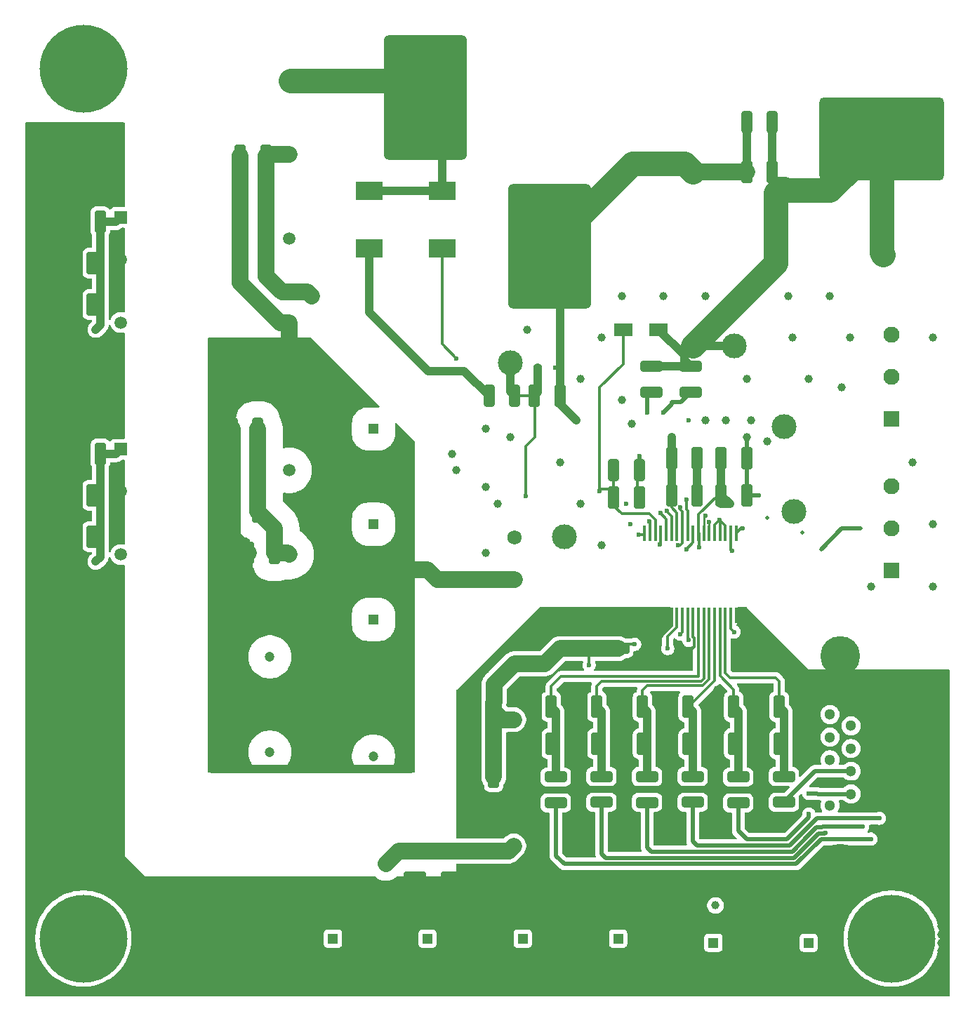
<source format=gbr>
%TF.GenerationSoftware,KiCad,Pcbnew,9.0.0*%
%TF.CreationDate,2025-04-28T14:21:00-07:00*%
%TF.ProjectId,GateDriver,47617465-4472-4697-9665-722e6b696361,rev?*%
%TF.SameCoordinates,Original*%
%TF.FileFunction,Copper,L1,Top*%
%TF.FilePolarity,Positive*%
%FSLAX46Y46*%
G04 Gerber Fmt 4.6, Leading zero omitted, Abs format (unit mm)*
G04 Created by KiCad (PCBNEW 9.0.0) date 2025-04-28 14:21:00*
%MOMM*%
%LPD*%
G01*
G04 APERTURE LIST*
G04 Aperture macros list*
%AMRoundRect*
0 Rectangle with rounded corners*
0 $1 Rounding radius*
0 $2 $3 $4 $5 $6 $7 $8 $9 X,Y pos of 4 corners*
0 Add a 4 corners polygon primitive as box body*
4,1,4,$2,$3,$4,$5,$6,$7,$8,$9,$2,$3,0*
0 Add four circle primitives for the rounded corners*
1,1,$1+$1,$2,$3*
1,1,$1+$1,$4,$5*
1,1,$1+$1,$6,$7*
1,1,$1+$1,$8,$9*
0 Add four rect primitives between the rounded corners*
20,1,$1+$1,$2,$3,$4,$5,0*
20,1,$1+$1,$4,$5,$6,$7,0*
20,1,$1+$1,$6,$7,$8,$9,0*
20,1,$1+$1,$8,$9,$2,$3,0*%
G04 Aperture macros list end*
%TA.AperFunction,SMDPad,CuDef*%
%ADD10RoundRect,0.250000X0.412500X1.100000X-0.412500X1.100000X-0.412500X-1.100000X0.412500X-1.100000X0*%
%TD*%
%TA.AperFunction,ComponentPad*%
%ADD11C,10.600000*%
%TD*%
%TA.AperFunction,ComponentPad*%
%ADD12RoundRect,0.500000X4.500000X7.000000X-4.500000X7.000000X-4.500000X-7.000000X4.500000X-7.000000X0*%
%TD*%
%TA.AperFunction,ComponentPad*%
%ADD13RoundRect,0.500000X7.000000X-4.500000X7.000000X4.500000X-7.000000X4.500000X-7.000000X-4.500000X0*%
%TD*%
%TA.AperFunction,SMDPad,CuDef*%
%ADD14RoundRect,0.250000X1.100000X-0.412500X1.100000X0.412500X-1.100000X0.412500X-1.100000X-0.412500X0*%
%TD*%
%TA.AperFunction,SMDPad,CuDef*%
%ADD15RoundRect,0.250000X-0.412500X-1.100000X0.412500X-1.100000X0.412500X1.100000X-0.412500X1.100000X0*%
%TD*%
%TA.AperFunction,ComponentPad*%
%ADD16R,1.950000X1.950000*%
%TD*%
%TA.AperFunction,ComponentPad*%
%ADD17C,1.950000*%
%TD*%
%TA.AperFunction,SMDPad,CuDef*%
%ADD18RoundRect,0.250000X0.400000X1.075000X-0.400000X1.075000X-0.400000X-1.075000X0.400000X-1.075000X0*%
%TD*%
%TA.AperFunction,SMDPad,CuDef*%
%ADD19RoundRect,0.250000X1.075000X-0.400000X1.075000X0.400000X-1.075000X0.400000X-1.075000X-0.400000X0*%
%TD*%
%TA.AperFunction,SMDPad,CuDef*%
%ADD20R,2.300000X1.550000*%
%TD*%
%TA.AperFunction,SMDPad,CuDef*%
%ADD21RoundRect,0.250000X-1.100000X0.412500X-1.100000X-0.412500X1.100000X-0.412500X1.100000X0.412500X0*%
%TD*%
%TA.AperFunction,SMDPad,CuDef*%
%ADD22R,3.200000X2.250000*%
%TD*%
%TA.AperFunction,SMDPad,CuDef*%
%ADD23RoundRect,0.250000X-1.075000X0.400000X-1.075000X-0.400000X1.075000X-0.400000X1.075000X0.400000X0*%
%TD*%
%TA.AperFunction,ComponentPad*%
%ADD24C,3.000000*%
%TD*%
%TA.AperFunction,SMDPad,CuDef*%
%ADD25R,0.449999X1.849999*%
%TD*%
%TA.AperFunction,SMDPad,CuDef*%
%ADD26R,1.075000X0.500000*%
%TD*%
%TA.AperFunction,ComponentPad*%
%ADD27R,1.200000X1.200000*%
%TD*%
%TA.AperFunction,ComponentPad*%
%ADD28C,1.200000*%
%TD*%
%TA.AperFunction,ComponentPad*%
%ADD29C,1.725000*%
%TD*%
%TA.AperFunction,ComponentPad*%
%ADD30C,1.300000*%
%TD*%
%TA.AperFunction,ComponentPad*%
%ADD31C,4.800000*%
%TD*%
%TA.AperFunction,ComponentPad*%
%ADD32R,1.500000X1.500000*%
%TD*%
%TA.AperFunction,ComponentPad*%
%ADD33C,1.500000*%
%TD*%
%TA.AperFunction,ViaPad*%
%ADD34C,1.000000*%
%TD*%
%TA.AperFunction,ViaPad*%
%ADD35C,0.600000*%
%TD*%
%TA.AperFunction,ViaPad*%
%ADD36C,0.500000*%
%TD*%
%TA.AperFunction,Conductor*%
%ADD37C,0.500000*%
%TD*%
%TA.AperFunction,Conductor*%
%ADD38C,0.350000*%
%TD*%
%TA.AperFunction,Conductor*%
%ADD39C,2.000000*%
%TD*%
%TA.AperFunction,Conductor*%
%ADD40C,1.000000*%
%TD*%
%TA.AperFunction,Conductor*%
%ADD41C,3.000000*%
%TD*%
%TA.AperFunction,Conductor*%
%ADD42C,0.250000*%
%TD*%
G04 APERTURE END LIST*
D10*
%TO.P,C66,1*%
%TO.N,GND*%
X164062500Y-124500000D03*
%TO.P,C66,2*%
%TO.N,FILTERED_SDI*%
X160937500Y-124500000D03*
%TD*%
D11*
%TO.P,H4,1*%
%TO.N,N/C*%
X82500000Y-152500000D03*
%TD*%
D12*
%TO.P,Q1,1,C*%
%TO.N,IGBT_COLLECTOR*%
X123750000Y-51000000D03*
%TO.P,Q1,2,E*%
%TO.N,IGBT_EMITTER*%
X138750000Y-69000000D03*
D13*
%TO.P,Q1,3,G*%
%TO.N,IGBT_GATE*%
X178750000Y-56000000D03*
%TD*%
D14*
%TO.P,C29,1*%
%TO.N,GND*%
X127000000Y-145062500D03*
%TO.P,C29,2*%
%TO.N,+12V*%
X127000000Y-141937500D03*
%TD*%
D11*
%TO.P,H6,1*%
%TO.N,N/C*%
X82500000Y-47500000D03*
%TD*%
D10*
%TO.P,C67,1*%
%TO.N,GND*%
X158562500Y-124500000D03*
%TO.P,C67,2*%
%TO.N,FILTERED_SPI_CS*%
X155437500Y-124500000D03*
%TD*%
%TO.P,C31,1*%
%TO.N,+5V*%
X132062500Y-124000000D03*
%TO.P,C31,2*%
%TO.N,GND*%
X128937500Y-124000000D03*
%TD*%
D15*
%TO.P,C35,1*%
%TO.N,GND*%
X80437500Y-71000000D03*
%TO.P,C35,2*%
%TO.N,+12V*%
X83562500Y-71000000D03*
%TD*%
D16*
%TO.P,J1,1,1*%
%TO.N,ANALOG_INPUT_1*%
X180000000Y-108080000D03*
D17*
%TO.P,J1,2,2*%
%TO.N,IGBT_EMITTER*%
X180000000Y-103000000D03*
%TO.P,J1,3,3*%
%TO.N,+5VP*%
X180000000Y-97920000D03*
%TD*%
D16*
%TO.P,J5,1,1*%
%TO.N,IGBT_GATE*%
X179000000Y-70000000D03*
D17*
%TO.P,J5,2,2*%
X179000000Y-65000000D03*
%TD*%
D18*
%TO.P,R45,1*%
%TO.N,IGBT_EMITTER*%
X149550000Y-96000000D03*
%TO.P,R45,2*%
%TO.N,Net-(D13-A)*%
X146450000Y-96000000D03*
%TD*%
D16*
%TO.P,J6,1,1*%
%TO.N,IGBT_EMITTER*%
X155000000Y-59000000D03*
D17*
%TO.P,J6,2,2*%
X150000000Y-59000000D03*
%TD*%
D19*
%TO.P,R30,1*%
%TO.N,SDO*%
X167000000Y-136050000D03*
%TO.P,R30,2*%
%TO.N,FILTERED_SDO*%
X167000000Y-132950000D03*
%TD*%
D11*
%TO.P,H5,1*%
%TO.N,N/C*%
X180000000Y-152500000D03*
%TD*%
D15*
%TO.P,C34,1*%
%TO.N,GND*%
X80437500Y-76000000D03*
%TO.P,C34,2*%
%TO.N,+12V*%
X83562500Y-76000000D03*
%TD*%
D10*
%TO.P,C68,1*%
%TO.N,GND*%
X153062500Y-124500000D03*
%TO.P,C68,2*%
%TO.N,FILTERED_SPI_CLK*%
X149937500Y-124500000D03*
%TD*%
D15*
%TO.P,C45,1*%
%TO.N,IGBT_EMITTER*%
X101437500Y-58000000D03*
%TO.P,C45,2*%
%TO.N,ISO_GATE_DRIVE_+15V*%
X104562500Y-58000000D03*
%TD*%
D10*
%TO.P,C52,1*%
%TO.N,ISO_GATE_DRIVE_-9V*%
X105562500Y-106000000D03*
%TO.P,C52,2*%
%TO.N,IGBT_EMITTER*%
X102437500Y-106000000D03*
%TD*%
D18*
%TO.P,R44,1*%
%TO.N,IGBT_GATE*%
X165600000Y-54000000D03*
%TO.P,R44,2*%
%TO.N,IGBT_EMITTER*%
X162500000Y-54000000D03*
%TD*%
D10*
%TO.P,C65,1*%
%TO.N,GND*%
X169562500Y-124500000D03*
%TO.P,C65,2*%
%TO.N,FILTERED_SDO*%
X166437500Y-124500000D03*
%TD*%
D15*
%TO.P,C44,1*%
%TO.N,IGBT_EMITTER*%
X101437500Y-62500000D03*
%TO.P,C44,2*%
%TO.N,ISO_GATE_DRIVE_+15V*%
X104562500Y-62500000D03*
%TD*%
D19*
%TO.P,R28,1*%
%TO.N,SPI_CS*%
X156000000Y-136050000D03*
%TO.P,R28,2*%
%TO.N,FILTERED_SPI_CS*%
X156000000Y-132950000D03*
%TD*%
D10*
%TO.P,C53,1*%
%TO.N,ISO_GATE_DRIVE_-9V*%
X103562500Y-101000000D03*
%TO.P,C53,2*%
%TO.N,IGBT_EMITTER*%
X100437500Y-101000000D03*
%TD*%
D20*
%TO.P,D13,1,K*%
%TO.N,IGBT_GATE*%
X151900000Y-79000000D03*
%TO.P,D13,2,A*%
%TO.N,Net-(D13-A)*%
X147600000Y-79000000D03*
%TD*%
D15*
%TO.P,C85,1*%
%TO.N,Net-(D13-A)*%
X146437500Y-99250000D03*
%TO.P,C85,2*%
%TO.N,IGBT_EMITTER*%
X149562500Y-99250000D03*
%TD*%
D19*
%TO.P,R27,1*%
%TO.N,SPI_CLK*%
X150500000Y-136062500D03*
%TO.P,R27,2*%
%TO.N,FILTERED_SPI_CLK*%
X150500000Y-132962500D03*
%TD*%
D21*
%TO.P,C20,1*%
%TO.N,GND*%
X142500000Y-114375000D03*
%TO.P,C20,2*%
%TO.N,+5V*%
X142500000Y-117500000D03*
%TD*%
D22*
%TO.P,D1,1,K*%
%TO.N,IGBT_COLLECTOR*%
X117000000Y-62300000D03*
%TO.P,D1,2,A*%
%TO.N,Net-(D1-A)*%
X117000000Y-69200000D03*
%TD*%
D10*
%TO.P,C32,1*%
%TO.N,+5V*%
X132000000Y-133000000D03*
%TO.P,C32,2*%
%TO.N,GND*%
X128875000Y-133000000D03*
%TD*%
%TO.P,C69,1*%
%TO.N,GND*%
X147562500Y-124500000D03*
%TO.P,C69,2*%
%TO.N,FILTERED_GATE_DRIVE+*%
X144437500Y-124500000D03*
%TD*%
D14*
%TO.P,C28,1*%
%TO.N,GND*%
X122500000Y-145062500D03*
%TO.P,C28,2*%
%TO.N,+12V*%
X122500000Y-141937500D03*
%TD*%
D23*
%TO.P,R47,1*%
%TO.N,IGBT_GATE*%
X151000000Y-83450000D03*
%TO.P,R47,2*%
%TO.N,Net-(U1-OUTH)*%
X151000000Y-86550000D03*
%TD*%
D15*
%TO.P,C83,1*%
%TO.N,IGBT_EMITTER*%
X162500000Y-60000000D03*
%TO.P,C83,2*%
%TO.N,IGBT_GATE*%
X165625000Y-60000000D03*
%TD*%
%TO.P,C43,1*%
%TO.N,IGBT_EMITTER*%
X101437500Y-66000000D03*
%TO.P,C43,2*%
%TO.N,ISO_GATE_DRIVE_+15V*%
X104562500Y-66000000D03*
%TD*%
%TO.P,C36,1*%
%TO.N,GND*%
X81437500Y-66000000D03*
%TO.P,C36,2*%
%TO.N,+12V*%
X84562500Y-66000000D03*
%TD*%
D10*
%TO.P,C76,1*%
%TO.N,GND*%
X142062500Y-129000000D03*
%TO.P,C76,2*%
%TO.N,FILTERED_GATE_DRIVE-*%
X138937500Y-129000000D03*
%TD*%
D24*
%TO.P,TP5,1,1*%
%TO.N,ANALOG_SENSE_2*%
X167000000Y-90750000D03*
%TD*%
D15*
%TO.P,C51,1*%
%TO.N,GND*%
X81437500Y-94000000D03*
%TO.P,C51,2*%
%TO.N,+12V*%
X84562500Y-94000000D03*
%TD*%
D21*
%TO.P,C64,1*%
%TO.N,GND*%
X147000000Y-114375000D03*
%TO.P,C64,2*%
%TO.N,+5V*%
X147000000Y-117500000D03*
%TD*%
D15*
%TO.P,C80,1*%
%TO.N,ISO_GATE_DRIVE_-9V*%
X153437500Y-99000000D03*
%TO.P,C80,2*%
%TO.N,ISO_GATE_DRIVE_+15V*%
X156562500Y-99000000D03*
%TD*%
D18*
%TO.P,R46,1*%
%TO.N,Net-(D9-K)*%
X134550000Y-87000000D03*
%TO.P,R46,2*%
%TO.N,Net-(D1-A)*%
X131450000Y-87000000D03*
%TD*%
D10*
%TO.P,C71,1*%
%TO.N,GND*%
X169562500Y-129000000D03*
%TO.P,C71,2*%
%TO.N,FILTERED_SDO*%
X166437500Y-129000000D03*
%TD*%
%TO.P,C70,1*%
%TO.N,GND*%
X142062500Y-124500000D03*
%TO.P,C70,2*%
%TO.N,FILTERED_GATE_DRIVE-*%
X138937500Y-124500000D03*
%TD*%
D22*
%TO.P,D2,1,K*%
%TO.N,IGBT_COLLECTOR*%
X125750000Y-62300000D03*
%TO.P,D2,2,A*%
%TO.N,Net-(D13-A)*%
X125750000Y-69200000D03*
%TD*%
D24*
%TO.P,TP7,1,1*%
%TO.N,IGBT_GATE*%
X161000000Y-81000000D03*
%TD*%
D19*
%TO.P,R25,1*%
%TO.N,GATE_DRIVE-*%
X139500000Y-136112500D03*
%TO.P,R25,2*%
%TO.N,FILTERED_GATE_DRIVE-*%
X139500000Y-133012500D03*
%TD*%
D14*
%TO.P,C30,1*%
%TO.N,GND*%
X131500000Y-145062500D03*
%TO.P,C30,2*%
%TO.N,+12V*%
X131500000Y-141937500D03*
%TD*%
D15*
%TO.P,C49,1*%
%TO.N,GND*%
X80437500Y-104000000D03*
%TO.P,C49,2*%
%TO.N,+12V*%
X83562500Y-104000000D03*
%TD*%
D19*
%TO.P,R29,1*%
%TO.N,SDI*%
X161500000Y-136112500D03*
%TO.P,R29,2*%
%TO.N,FILTERED_SDI*%
X161500000Y-133012500D03*
%TD*%
D10*
%TO.P,C75,1*%
%TO.N,GND*%
X147562500Y-129000000D03*
%TO.P,C75,2*%
%TO.N,FILTERED_GATE_DRIVE+*%
X144437500Y-129000000D03*
%TD*%
D15*
%TO.P,C59,1*%
%TO.N,IGBT_EMITTER*%
X159437500Y-99000000D03*
%TO.P,C59,2*%
%TO.N,ISO_GATE_DRIVE_-9V*%
X162562500Y-99000000D03*
%TD*%
D10*
%TO.P,C73,1*%
%TO.N,GND*%
X158562500Y-129000000D03*
%TO.P,C73,2*%
%TO.N,FILTERED_SPI_CS*%
X155437500Y-129000000D03*
%TD*%
%TO.P,C72,1*%
%TO.N,GND*%
X164062500Y-129000000D03*
%TO.P,C72,2*%
%TO.N,FILTERED_SDI*%
X160937500Y-129000000D03*
%TD*%
D25*
%TO.P,U1,1,GND1*%
%TO.N,GND*%
X150200001Y-113500000D03*
%TO.P,U1,2,NC*%
X150850002Y-113500000D03*
%TO.P,U1,3,NC*%
X151500001Y-113500000D03*
%TO.P,U1,4,NC*%
X152150002Y-113500000D03*
%TO.P,U1,5,NC*%
X152800001Y-113500000D03*
%TO.P,U1,6,ASC_EN*%
X153450002Y-113500000D03*
%TO.P,U1,7,nFLT1*%
%TO.N,Net-(U1-nFLT1)*%
X154100000Y-113500000D03*
%TO.P,U1,8,nFLT2_DOUT*%
%TO.N,Net-(U1-nFLT2_DOUT)*%
X154750002Y-113500000D03*
%TO.P,U1,9,VCC1*%
%TO.N,+5V*%
X155400000Y-113500000D03*
%TO.P,U1,10,ASC*%
%TO.N,GND*%
X156050002Y-113500000D03*
%TO.P,U1,11,IN-*%
%TO.N,FILTERED_GATE_DRIVE-*%
X156700000Y-113500000D03*
%TO.P,U1,12,IN+*%
%TO.N,FILTERED_GATE_DRIVE+*%
X157350002Y-113500000D03*
%TO.P,U1,13,CLK*%
%TO.N,FILTERED_SPI_CLK*%
X158000000Y-113500000D03*
%TO.P,U1,14,nCS*%
%TO.N,FILTERED_SPI_CS*%
X158650001Y-113500000D03*
%TO.P,U1,15,SDI*%
%TO.N,FILTERED_SDI*%
X159300000Y-113500000D03*
%TO.P,U1,16,SDO*%
%TO.N,FILTERED_SDO*%
X159950001Y-113500000D03*
%TO.P,U1,17,VREG1*%
%TO.N,Net-(U1-VREG1)*%
X160600000Y-113500000D03*
%TO.P,U1,18,GND1*%
%TO.N,GND*%
X161250001Y-113500000D03*
%TO.P,U1,19,VEE2*%
%TO.N,ISO_GATE_DRIVE_-9V*%
X161250001Y-103550002D03*
%TO.P,U1,20,VREG2*%
%TO.N,Net-(U1-VREG2)*%
X160600000Y-103550002D03*
%TO.P,U1,21,AI6*%
%TO.N,IGBT_EMITTER*%
X159950001Y-103550002D03*
%TO.P,U1,22,AI5*%
X159300000Y-103550002D03*
%TO.P,U1,23,AI4*%
X158650001Y-103550002D03*
%TO.P,U1,24,AI3*%
%TO.N,ANALOG_SENSE_2*%
X158000000Y-103550002D03*
%TO.P,U1,25,AI2*%
%TO.N,ANALOG_SENSE_1*%
X157350002Y-103550002D03*
%TO.P,U1,26,AI1*%
%TO.N,IGBT_EMITTER*%
X156700000Y-103550002D03*
%TO.P,U1,27,VREF*%
%TO.N,Net-(U1-VREF)*%
X156050002Y-103550002D03*
%TO.P,U1,28,GND2*%
%TO.N,IGBT_EMITTER*%
X155400000Y-103550002D03*
%TO.P,U1,29,CLAMP*%
%TO.N,IGBT_GATE*%
X154750002Y-103550002D03*
%TO.P,U1,30,VEE2*%
%TO.N,ISO_GATE_DRIVE_-9V*%
X154100000Y-103550002D03*
%TO.P,U1,31,OUTL*%
%TO.N,Net-(U1-OUTL)*%
X153450002Y-103550002D03*
%TO.P,U1,32,OUTH*%
%TO.N,Net-(U1-OUTH)*%
X152800001Y-103550002D03*
%TO.P,U1,33,VBST*%
%TO.N,Net-(U1-VBST)*%
X152150002Y-103550002D03*
%TO.P,U1,34,VCECLP*%
%TO.N,Net-(D13-A)*%
X151500001Y-103550002D03*
%TO.P,U1,35,VCC2*%
%TO.N,ISO_GATE_DRIVE_+15V*%
X150850002Y-103550002D03*
%TO.P,U1,36,DESAT*%
%TO.N,Net-(D9-K)*%
X150200001Y-103550002D03*
%TD*%
D26*
%TO.P,D9,1,K*%
%TO.N,Net-(D9-K)*%
X137338000Y-83625000D03*
%TO.P,D9,2,A*%
%TO.N,IGBT_EMITTER*%
X139662000Y-83625000D03*
%TD*%
D24*
%TO.P,TP8,1,1*%
%TO.N,Net-(D9-K)*%
X134000000Y-83000000D03*
%TD*%
%TO.P,TP6,1,1*%
%TO.N,ANALOG_SENSE_1*%
X168250000Y-101000000D03*
%TD*%
%TO.P,TP3,1,1*%
%TO.N,IGBT_EMITTER*%
X140500000Y-104000000D03*
%TD*%
D15*
%TO.P,C50,1*%
%TO.N,GND*%
X80437500Y-99000000D03*
%TO.P,C50,2*%
%TO.N,+12V*%
X83562500Y-99000000D03*
%TD*%
D10*
%TO.P,C33,1*%
%TO.N,+5V*%
X132062500Y-128500000D03*
%TO.P,C33,2*%
%TO.N,GND*%
X128937500Y-128500000D03*
%TD*%
D16*
%TO.P,J3,1,1*%
%TO.N,ANALOG_INPUT_2*%
X180000000Y-89830000D03*
D17*
%TO.P,J3,2,2*%
%TO.N,IGBT_EMITTER*%
X180000000Y-84750000D03*
%TO.P,J3,3,3*%
%TO.N,+5VP*%
X180000000Y-79670000D03*
%TD*%
D10*
%TO.P,C81,1*%
%TO.N,IGBT_EMITTER*%
X140037500Y-87000000D03*
%TO.P,C81,2*%
%TO.N,Net-(D9-K)*%
X136912500Y-87000000D03*
%TD*%
D18*
%TO.P,R24,1*%
%TO.N,ISO_GATE_DRIVE_-9V*%
X103550000Y-91000000D03*
%TO.P,R24,2*%
%TO.N,IGBT_EMITTER*%
X100450000Y-91000000D03*
%TD*%
D15*
%TO.P,C79,1*%
%TO.N,ISO_GATE_DRIVE_-9V*%
X153437500Y-94500000D03*
%TO.P,C79,2*%
%TO.N,ISO_GATE_DRIVE_+15V*%
X156562500Y-94500000D03*
%TD*%
D23*
%TO.P,R48,1*%
%TO.N,IGBT_GATE*%
X155750000Y-83450000D03*
%TO.P,R48,2*%
%TO.N,Net-(U1-OUTL)*%
X155750000Y-86550000D03*
%TD*%
D19*
%TO.P,R26,1*%
%TO.N,GATE_DRIVE+*%
X145000000Y-136050000D03*
%TO.P,R26,2*%
%TO.N,FILTERED_GATE_DRIVE+*%
X145000000Y-132950000D03*
%TD*%
D10*
%TO.P,C74,1*%
%TO.N,GND*%
X153062500Y-129000000D03*
%TO.P,C74,2*%
%TO.N,FILTERED_SPI_CLK*%
X149937500Y-129000000D03*
%TD*%
D15*
%TO.P,C60,1*%
%TO.N,IGBT_EMITTER*%
X159437500Y-94500000D03*
%TO.P,C60,2*%
%TO.N,ISO_GATE_DRIVE_-9V*%
X162562500Y-94500000D03*
%TD*%
D16*
%TO.P,J7,1,1*%
%TO.N,IGBT_COLLECTOR*%
X112500000Y-49000000D03*
D17*
%TO.P,J7,2,2*%
X107500000Y-49000000D03*
%TD*%
D10*
%TO.P,C54,1*%
%TO.N,ISO_GATE_DRIVE_-9V*%
X103562500Y-96000000D03*
%TO.P,C54,2*%
%TO.N,IGBT_EMITTER*%
X100437500Y-96000000D03*
%TD*%
D27*
%TO.P,C39,1,+*%
%TO.N,+12V*%
X158500000Y-153000000D03*
D28*
%TO.P,C39,2,-*%
%TO.N,GND*%
X153500000Y-153000000D03*
%TD*%
D27*
%TO.P,C56,1,+*%
%TO.N,IGBT_EMITTER*%
X105000000Y-113500000D03*
D28*
%TO.P,C56,2,-*%
%TO.N,ISO_GATE_DRIVE_-9V*%
X105000000Y-118500000D03*
%TD*%
D27*
%TO.P,C42,1,+*%
%TO.N,ISO_GATE_DRIVE_+15V*%
X117500000Y-91000000D03*
D28*
%TO.P,C42,2,-*%
%TO.N,IGBT_EMITTER*%
X117500000Y-96000000D03*
%TD*%
D29*
%TO.P,PS4,1,+VIN*%
%TO.N,+5V*%
X134500000Y-119325000D03*
%TO.P,PS4,2,-VIN*%
%TO.N,GND*%
X134500000Y-116785000D03*
%TO.P,PS4,5,-VOUT*%
%TO.N,IGBT_EMITTER*%
X134500000Y-109165000D03*
%TO.P,PS4,7,+VOUT*%
%TO.N,+5VP*%
X134500000Y-104085000D03*
%TD*%
D27*
%TO.P,C38,1,+*%
%TO.N,+12V*%
X170000000Y-153000000D03*
D28*
%TO.P,C38,2,-*%
%TO.N,GND*%
X165000000Y-153000000D03*
%TD*%
D27*
%TO.P,C41,1,+*%
%TO.N,ISO_GATE_DRIVE_+15V*%
X117500000Y-114000000D03*
D28*
%TO.P,C41,2,-*%
%TO.N,IGBT_EMITTER*%
X117500000Y-119000000D03*
%TD*%
D30*
%TO.P,J4,1,1*%
%TO.N,+12V*%
X172559610Y-136418500D03*
%TO.P,J4,2,2*%
%TO.N,GND*%
X172559610Y-133678500D03*
%TO.P,J4,3,3*%
%TO.N,GATE_DRIVE+*%
X172559610Y-130938500D03*
%TO.P,J4,4,4*%
%TO.N,GATE_DRIVE-*%
X172559610Y-128198500D03*
%TO.P,J4,5,5*%
%TO.N,FAULT*%
X172559610Y-125458500D03*
%TO.P,J4,6,6*%
%TO.N,SDI*%
X175099610Y-135048500D03*
%TO.P,J4,7,7*%
%TO.N,SDO*%
X175099610Y-132308500D03*
%TO.P,J4,8,8*%
%TO.N,SPI_CLK*%
X175099610Y-129568500D03*
%TO.P,J4,9,9*%
%TO.N,SPI_CS*%
X175099610Y-126828500D03*
D31*
%TO.P,J4,10,10*%
%TO.N,GND*%
X173829610Y-143438500D03*
%TO.P,J4,11,11*%
X173829610Y-118438500D03*
%TD*%
D27*
%TO.P,C55,1,+*%
%TO.N,IGBT_EMITTER*%
X117500000Y-125500000D03*
D28*
%TO.P,C55,2,-*%
%TO.N,ISO_GATE_DRIVE_-9V*%
X117500000Y-130500000D03*
%TD*%
D27*
%TO.P,C37,1,+*%
%TO.N,+12V*%
X147000000Y-152500000D03*
D28*
%TO.P,C37,2,-*%
%TO.N,GND*%
X142000000Y-152500000D03*
%TD*%
D27*
%TO.P,C47,1,+*%
%TO.N,+12V*%
X124000000Y-152500000D03*
D28*
%TO.P,C47,2,-*%
%TO.N,GND*%
X119000000Y-152500000D03*
%TD*%
D27*
%TO.P,C48,1,+*%
%TO.N,+12V*%
X135500000Y-152500000D03*
D28*
%TO.P,C48,2,-*%
%TO.N,GND*%
X130500000Y-152500000D03*
%TD*%
D32*
%TO.P,PS2,1,+VIN*%
%TO.N,+12V*%
X87000000Y-65460000D03*
D33*
%TO.P,PS2,2,-VIN*%
%TO.N,GND*%
X87000000Y-70540000D03*
%TO.P,PS2,3,CTRL*%
%TO.N,unconnected-(PS2-CTRL-Pad3)*%
X87000000Y-78160000D03*
%TO.P,PS2,4,-VOUT*%
%TO.N,IGBT_EMITTER*%
X107320000Y-78160000D03*
%TO.P,PS2,5,TRIM*%
%TO.N,unconnected-(PS2-TRIM-Pad5)*%
X107320000Y-68000000D03*
%TO.P,PS2,6,+VOUT*%
%TO.N,ISO_GATE_DRIVE_+15V*%
X107320000Y-57840000D03*
%TD*%
D27*
%TO.P,C46,1,+*%
%TO.N,+12V*%
X112600000Y-152500000D03*
D28*
%TO.P,C46,2,-*%
%TO.N,GND*%
X107600000Y-152500000D03*
%TD*%
D27*
%TO.P,C57,1,+*%
%TO.N,IGBT_EMITTER*%
X105000000Y-125000000D03*
D28*
%TO.P,C57,2,-*%
%TO.N,ISO_GATE_DRIVE_-9V*%
X105000000Y-130000000D03*
%TD*%
D29*
%TO.P,PS1,1,+VIN*%
%TO.N,+12V*%
X134415000Y-141325000D03*
%TO.P,PS1,2,-VIN*%
%TO.N,GND*%
X134415000Y-138785000D03*
%TO.P,PS1,5,-VOUT*%
X134415000Y-131165000D03*
%TO.P,PS1,7,+VOUT*%
%TO.N,+5V*%
X134415000Y-126085000D03*
%TD*%
D27*
%TO.P,C40,1,+*%
%TO.N,ISO_GATE_DRIVE_+15V*%
X117500000Y-102500000D03*
D28*
%TO.P,C40,2,-*%
%TO.N,IGBT_EMITTER*%
X117500000Y-107500000D03*
%TD*%
D32*
%TO.P,PS3,1,+VIN*%
%TO.N,+12V*%
X87000000Y-93460000D03*
D33*
%TO.P,PS3,2,-VIN*%
%TO.N,GND*%
X87000000Y-98540000D03*
%TO.P,PS3,3,CTRL*%
%TO.N,unconnected-(PS3-CTRL-Pad3)*%
X87000000Y-106160000D03*
%TO.P,PS3,4,-VOUT*%
%TO.N,ISO_GATE_DRIVE_-9V*%
X107320000Y-106160000D03*
%TO.P,PS3,5,TRIM*%
%TO.N,unconnected-(PS3-TRIM-Pad5)*%
X107320000Y-96000000D03*
%TO.P,PS3,6,+VOUT*%
%TO.N,IGBT_EMITTER*%
X107320000Y-85840000D03*
%TD*%
D34*
%TO.N,GND*%
X114000000Y-159000000D03*
X186000000Y-150000000D03*
X76000000Y-70000000D03*
X142000000Y-127000000D03*
X115000000Y-159000000D03*
X180000000Y-159000000D03*
X76000000Y-60000000D03*
X180000000Y-130000000D03*
X126000000Y-147000000D03*
X181000000Y-159000000D03*
X167000000Y-118000000D03*
X76000000Y-77000000D03*
X186000000Y-154000000D03*
X91000000Y-159000000D03*
X135000000Y-159000000D03*
X186000000Y-147000000D03*
X130000000Y-121000000D03*
X165000000Y-159000000D03*
X143000000Y-113000000D03*
X146000000Y-159000000D03*
X76000000Y-142000000D03*
X137000000Y-159000000D03*
X90000000Y-159000000D03*
X175000000Y-159000000D03*
X186000000Y-135000000D03*
X137000000Y-114000000D03*
X148000000Y-126500000D03*
X153000000Y-132000000D03*
X135000000Y-145000000D03*
X125000000Y-148000000D03*
X124000000Y-159000000D03*
X165000000Y-155000000D03*
X87000000Y-142000000D03*
X169000000Y-127000000D03*
X76000000Y-99000000D03*
X170000000Y-145000000D03*
X76000000Y-97000000D03*
X177000000Y-121000000D03*
X130000000Y-135000000D03*
X109000000Y-148000000D03*
X150000000Y-150000000D03*
X162000000Y-113000000D03*
X87000000Y-138000000D03*
X76000000Y-138000000D03*
X88000000Y-144000000D03*
X186000000Y-156000000D03*
X76000000Y-134000000D03*
X104000000Y-159000000D03*
X144000000Y-159000000D03*
X76000000Y-143000000D03*
X107000000Y-148000000D03*
X76000000Y-64000000D03*
X76000000Y-151000000D03*
X145000000Y-150000000D03*
X87000000Y-124000000D03*
X89000000Y-159000000D03*
X168000000Y-159000000D03*
X164000000Y-159000000D03*
X87000000Y-125000000D03*
X76000000Y-147000000D03*
X76000000Y-121000000D03*
X76000000Y-90000000D03*
X78000000Y-159000000D03*
X76000000Y-119000000D03*
X87000000Y-119000000D03*
X135000000Y-155000000D03*
X78000000Y-55000000D03*
X98000000Y-148000000D03*
X162000000Y-159000000D03*
X117000000Y-148000000D03*
X139000000Y-113000000D03*
X150000000Y-155000000D03*
X85000000Y-115000000D03*
X91000000Y-147000000D03*
X138000000Y-113000000D03*
X166000000Y-117000000D03*
X164000000Y-115000000D03*
X76000000Y-136000000D03*
X149000000Y-159000000D03*
X76000000Y-117000000D03*
X87000000Y-141000000D03*
X76000000Y-156000000D03*
X80000000Y-55000000D03*
X87000000Y-143000000D03*
X76000000Y-154000000D03*
X175000000Y-121000000D03*
X102000000Y-148000000D03*
X155000000Y-159000000D03*
X175000000Y-125000000D03*
X142000000Y-132000000D03*
X171000000Y-121000000D03*
X80000000Y-120000000D03*
X168500000Y-122500000D03*
X185000000Y-159000000D03*
X76000000Y-84000000D03*
X145000000Y-145000000D03*
X138000000Y-159000000D03*
X87000000Y-113000000D03*
X85000000Y-159000000D03*
X165000000Y-135000000D03*
X100000000Y-148000000D03*
X87000000Y-137000000D03*
X76000000Y-116000000D03*
X157000000Y-159000000D03*
X96000000Y-159000000D03*
X130000000Y-155000000D03*
X147000000Y-113000000D03*
X76000000Y-100000000D03*
X76000000Y-76000000D03*
X186000000Y-128000000D03*
X177000000Y-159000000D03*
X76000000Y-58000000D03*
X76000000Y-125000000D03*
X159000000Y-159000000D03*
X95000000Y-159000000D03*
X87000000Y-135000000D03*
X76000000Y-88000000D03*
X100000000Y-150000000D03*
X76000000Y-111000000D03*
X80000000Y-115000000D03*
X85000000Y-55000000D03*
X76000000Y-75000000D03*
X159000000Y-122500000D03*
X173000000Y-159000000D03*
X89000000Y-145000000D03*
X186000000Y-157000000D03*
X173000000Y-121000000D03*
X76000000Y-124000000D03*
X97000000Y-148000000D03*
X125000000Y-155000000D03*
X126000000Y-159000000D03*
X87000000Y-134000000D03*
X120000000Y-155000000D03*
X104000000Y-148000000D03*
X76000000Y-135000000D03*
X128000000Y-130000000D03*
X153000000Y-159000000D03*
X103000000Y-148000000D03*
X80000000Y-145000000D03*
X76000000Y-98000000D03*
X87000000Y-140000000D03*
X76000000Y-130000000D03*
X76000000Y-83000000D03*
X95000000Y-155000000D03*
X76000000Y-115000000D03*
X76000000Y-95000000D03*
X98000000Y-159000000D03*
X76000000Y-129000000D03*
X140000000Y-113000000D03*
X133000000Y-159000000D03*
X186000000Y-127000000D03*
X76000000Y-66000000D03*
X76000000Y-74000000D03*
X128000000Y-137000000D03*
X76000000Y-82000000D03*
X125000000Y-159000000D03*
X76000000Y-61000000D03*
X186000000Y-152000000D03*
X186000000Y-151000000D03*
X180000000Y-125000000D03*
X76000000Y-140000000D03*
X76000000Y-146000000D03*
X147000000Y-123000000D03*
X159000000Y-132000000D03*
X186000000Y-132000000D03*
X76000000Y-65000000D03*
X142000000Y-141000000D03*
X135000000Y-150000000D03*
X159000000Y-127000000D03*
X87000000Y-116000000D03*
X160000000Y-159000000D03*
X113000000Y-159000000D03*
X76000000Y-120000000D03*
X80000000Y-140000000D03*
X114516841Y-155027771D03*
X76000000Y-139000000D03*
X81000000Y-55000000D03*
X83000000Y-55000000D03*
X97000000Y-159000000D03*
X186000000Y-142000000D03*
X83000000Y-159000000D03*
X155000000Y-118500000D03*
X100000000Y-155000000D03*
X150000000Y-159000000D03*
X76000000Y-104000000D03*
X131000000Y-159000000D03*
X77000000Y-159000000D03*
X180000000Y-145000000D03*
X130000000Y-159000000D03*
X99000000Y-148000000D03*
X128000000Y-138000000D03*
X122000000Y-148000000D03*
X185000000Y-121000000D03*
X76000000Y-89000000D03*
X178000000Y-121000000D03*
X76000000Y-92000000D03*
X186000000Y-137000000D03*
X119000000Y-159000000D03*
X141000000Y-123000000D03*
X140000000Y-159000000D03*
X165000000Y-138000000D03*
X76000000Y-107000000D03*
X136000000Y-115000000D03*
X106000000Y-148000000D03*
X76000000Y-128000000D03*
X186000000Y-121000000D03*
X76000000Y-113000000D03*
X76000000Y-159000000D03*
X82000000Y-159000000D03*
X128000000Y-159000000D03*
X115000000Y-150000000D03*
X76000000Y-158000000D03*
X178000000Y-159000000D03*
X160000000Y-155000000D03*
X76000000Y-87000000D03*
X87000000Y-118000000D03*
X76000000Y-85000000D03*
X76000000Y-101000000D03*
X77000000Y-55000000D03*
X186000000Y-131000000D03*
X76000000Y-96000000D03*
X153000000Y-127000000D03*
X129000000Y-122000000D03*
X121000000Y-148000000D03*
X87000000Y-114000000D03*
X85000000Y-140000000D03*
X76000000Y-126000000D03*
X134000000Y-159000000D03*
X76000000Y-127000000D03*
X148036104Y-139993278D03*
X76000000Y-110000000D03*
X148000000Y-132000000D03*
X174000000Y-159000000D03*
X100000000Y-159000000D03*
X128000000Y-139000000D03*
X87000000Y-55000000D03*
X94000000Y-148000000D03*
X110000000Y-159000000D03*
X166000000Y-159000000D03*
X76000000Y-79000000D03*
X163000000Y-159000000D03*
X116000000Y-159000000D03*
X160000000Y-145000000D03*
X186000000Y-133000000D03*
X76000000Y-118000000D03*
X186000000Y-122000000D03*
X148000000Y-159000000D03*
X140000000Y-150000000D03*
X80000000Y-159000000D03*
X87000000Y-129000000D03*
X86000000Y-55000000D03*
X76000000Y-63000000D03*
X76000000Y-157000000D03*
X128000000Y-136000000D03*
X129000000Y-159000000D03*
X76000000Y-123000000D03*
X186000000Y-123000000D03*
X76000000Y-55000000D03*
X186000000Y-136000000D03*
X76000000Y-56000000D03*
X105000000Y-148000000D03*
X76000000Y-59000000D03*
X99000000Y-159000000D03*
X169000000Y-120000000D03*
X151000000Y-159000000D03*
X106000000Y-159000000D03*
X76000000Y-150000000D03*
X144000000Y-113000000D03*
X186000000Y-140000000D03*
X169000000Y-131000000D03*
X95000000Y-150000000D03*
X186000000Y-143000000D03*
X158000000Y-139000000D03*
X182000000Y-121000000D03*
X85000000Y-135000000D03*
X117000000Y-159000000D03*
X81000000Y-159000000D03*
X155000000Y-145000000D03*
X76000000Y-155000000D03*
X87000000Y-136000000D03*
X186000000Y-130000000D03*
X184000000Y-159000000D03*
X79000000Y-159000000D03*
X105000000Y-150000000D03*
X186000000Y-159000000D03*
X76000000Y-62000000D03*
X141000000Y-113000000D03*
X123000000Y-159000000D03*
X108000000Y-148000000D03*
X125014710Y-149946611D03*
X76000000Y-109000000D03*
X76000000Y-112000000D03*
X146000000Y-113000000D03*
X135000000Y-135000000D03*
X143000000Y-159000000D03*
X82000000Y-55000000D03*
X158000000Y-159000000D03*
X76000000Y-103000000D03*
X186000000Y-149000000D03*
X102000000Y-159000000D03*
X186000000Y-126000000D03*
X186000000Y-155000000D03*
X76000000Y-73000000D03*
X123000000Y-148000000D03*
X147000000Y-159000000D03*
X174000000Y-121000000D03*
X141000000Y-159000000D03*
X186000000Y-125000000D03*
X80000000Y-130000000D03*
X145000000Y-113000000D03*
X111000000Y-159000000D03*
X76000000Y-102000000D03*
X90000000Y-155000000D03*
X94000000Y-159000000D03*
X139000000Y-159000000D03*
X76000000Y-152000000D03*
X122000000Y-159000000D03*
X148000000Y-113000000D03*
X76000000Y-94000000D03*
X142000000Y-113000000D03*
X181000000Y-121000000D03*
X186000000Y-148000000D03*
X76000000Y-86000000D03*
X87000000Y-159000000D03*
X112000000Y-148000000D03*
X186000000Y-141000000D03*
X128000000Y-126000000D03*
X118000000Y-159000000D03*
X76000000Y-57000000D03*
X142000000Y-159000000D03*
X84000000Y-55000000D03*
X170000000Y-155000000D03*
X140000000Y-145000000D03*
X86000000Y-159000000D03*
X76000000Y-133000000D03*
X101000000Y-159000000D03*
X76000000Y-131000000D03*
X172000000Y-159000000D03*
X79000000Y-55000000D03*
X93000000Y-159000000D03*
X183000000Y-159000000D03*
X76000000Y-148000000D03*
X154000000Y-159000000D03*
X186000000Y-144000000D03*
X76000000Y-78000000D03*
X186000000Y-134000000D03*
X114000000Y-148000000D03*
X76000000Y-69000000D03*
X76000000Y-67000000D03*
X176000000Y-121000000D03*
X90000000Y-146000000D03*
X164000000Y-127000000D03*
X167000000Y-159000000D03*
X128000000Y-131000000D03*
X92000000Y-159000000D03*
X76000000Y-122000000D03*
X76000000Y-153000000D03*
X111000000Y-148000000D03*
X165000000Y-150000000D03*
X176000000Y-159000000D03*
X76000000Y-80000000D03*
X161000000Y-159000000D03*
X76000000Y-91000000D03*
X115000000Y-148000000D03*
X180000000Y-140000000D03*
X186000000Y-138000000D03*
X164000000Y-122500000D03*
X169000000Y-159000000D03*
X182000000Y-159000000D03*
X80000000Y-125000000D03*
X171000000Y-159000000D03*
X96000000Y-148000000D03*
X136000000Y-159000000D03*
X76000000Y-137000000D03*
X87000000Y-130000000D03*
X139995536Y-155057522D03*
X84000000Y-159000000D03*
X76000000Y-106000000D03*
X95000000Y-148000000D03*
X180000000Y-121000000D03*
X186000000Y-145000000D03*
X87000000Y-117000000D03*
X76000000Y-105000000D03*
X120000000Y-159000000D03*
X76000000Y-132000000D03*
X133000000Y-118000000D03*
X179000000Y-121000000D03*
X76000000Y-81000000D03*
X76000000Y-145000000D03*
X108000000Y-159000000D03*
X164000000Y-132000000D03*
X105000000Y-159000000D03*
X184000000Y-121000000D03*
X128000000Y-135000000D03*
X165000000Y-116000000D03*
X88000000Y-159000000D03*
X76000000Y-68000000D03*
X127000000Y-159000000D03*
X186000000Y-146000000D03*
X153000000Y-140000000D03*
X103000000Y-159000000D03*
X186000000Y-139000000D03*
X109000000Y-159000000D03*
X186000000Y-153000000D03*
X145000000Y-155000000D03*
X168000000Y-119000000D03*
X132000000Y-119000000D03*
X101000000Y-148000000D03*
X76000000Y-141000000D03*
X76000000Y-144000000D03*
X87000000Y-120000000D03*
X131000000Y-120000000D03*
X186000000Y-129000000D03*
X155000000Y-155000000D03*
X107000000Y-159000000D03*
X76000000Y-71000000D03*
X105000000Y-155000000D03*
X180000000Y-135000000D03*
X93000000Y-148000000D03*
X150000000Y-145000000D03*
X116000000Y-148000000D03*
X179000000Y-159000000D03*
X152000000Y-159000000D03*
X130000000Y-150000000D03*
X163000000Y-114000000D03*
X110000000Y-148000000D03*
X76000000Y-114000000D03*
X186000000Y-124000000D03*
X170000000Y-159000000D03*
X145000000Y-159000000D03*
X132000000Y-159000000D03*
X76000000Y-93000000D03*
X172000000Y-121000000D03*
X170000000Y-150000000D03*
X121000000Y-159000000D03*
X156000000Y-159000000D03*
X170000000Y-121000000D03*
X76000000Y-149000000D03*
X76000000Y-108000000D03*
X160000000Y-150000000D03*
X183000000Y-121000000D03*
X87000000Y-115000000D03*
X113000000Y-148000000D03*
X87000000Y-139000000D03*
X76000000Y-72000000D03*
X155000000Y-150000000D03*
X186000000Y-158000000D03*
X124000000Y-148000000D03*
X112000000Y-159000000D03*
D35*
%TO.N,+5V*%
X149000000Y-117000000D03*
X155500000Y-116500000D03*
X143500000Y-119500000D03*
%TO.N,ISO_GATE_DRIVE_+15V*%
X150725000Y-102179593D03*
D34*
X110000000Y-75000000D03*
D35*
X148000000Y-100000000D03*
D34*
X127500000Y-96000000D03*
D35*
X156562500Y-98500000D03*
D34*
%TO.N,IGBT_EMITTER*%
X177500000Y-110000000D03*
X98000000Y-108000000D03*
X131000000Y-98000000D03*
X98000000Y-110000000D03*
X112000000Y-83000000D03*
X108000000Y-132000000D03*
X105000000Y-132000000D03*
X98000000Y-129000000D03*
X116000000Y-132000000D03*
X122000000Y-115000000D03*
X98000000Y-101000000D03*
X168000000Y-80000000D03*
X122000000Y-129000000D03*
X98000000Y-100000000D03*
X122000000Y-119000000D03*
X102000000Y-132000000D03*
X98000000Y-88000000D03*
X98000000Y-116000000D03*
X131000000Y-91000000D03*
X98000000Y-125000000D03*
X122000000Y-109000000D03*
X98000000Y-113000000D03*
D35*
X159500000Y-97000000D03*
D34*
X142500000Y-100000000D03*
X109922147Y-81000000D03*
X122000000Y-104000000D03*
X98000000Y-81000000D03*
X103000000Y-81000000D03*
X101000000Y-81000000D03*
X122000000Y-121000000D03*
X165000000Y-92500000D03*
X100019787Y-80977259D03*
X98000000Y-106000000D03*
X122000000Y-102000000D03*
D35*
X159250000Y-102000000D03*
D34*
X104000000Y-132000000D03*
X103000000Y-132000000D03*
X98000000Y-119000000D03*
X134000000Y-92000000D03*
X118000000Y-132000000D03*
X172500000Y-75000000D03*
D35*
X148500000Y-102500000D03*
D34*
X98000000Y-127000000D03*
X98000000Y-92000000D03*
X174000000Y-86000000D03*
D35*
X155500000Y-90000000D03*
D34*
X109000000Y-132000000D03*
D35*
X156750000Y-105250000D03*
D34*
X121000000Y-92000000D03*
X132500000Y-100000000D03*
D36*
X171500000Y-105500000D03*
D34*
X98000000Y-124000000D03*
X98000000Y-98000000D03*
X122000000Y-124000000D03*
X175000000Y-80000000D03*
X98000000Y-109000000D03*
X111000000Y-132000000D03*
X98000000Y-126000000D03*
X98000000Y-114000000D03*
X98000000Y-121000000D03*
X122000000Y-108000000D03*
X98000000Y-82000000D03*
X136000000Y-79000000D03*
X119000000Y-132000000D03*
X98000000Y-122000000D03*
X98000000Y-111000000D03*
X122000000Y-130000000D03*
X147500000Y-75000000D03*
X98000000Y-97000000D03*
X122000000Y-122000000D03*
X98000000Y-131000000D03*
X142500000Y-85000000D03*
X122000000Y-101000000D03*
X122000000Y-116000000D03*
X110943149Y-81951043D03*
X98000000Y-95000000D03*
X98000000Y-96000000D03*
X120000000Y-132000000D03*
X140000000Y-95000000D03*
X163029068Y-89997334D03*
X98000000Y-87000000D03*
X98000000Y-123000000D03*
X98000000Y-91000000D03*
X98000000Y-117000000D03*
X106000000Y-132000000D03*
X185000000Y-102500000D03*
X122000000Y-100000000D03*
X122000000Y-93000000D03*
X105001507Y-80988818D03*
X98000000Y-90000000D03*
X98000000Y-118000000D03*
X160000000Y-90000000D03*
X98000000Y-85000000D03*
X122000000Y-98000000D03*
X182500000Y-95000000D03*
X122000000Y-105000000D03*
X113000000Y-132000000D03*
X157500000Y-75000000D03*
X98000000Y-89000000D03*
X170000000Y-85000000D03*
X145000000Y-80000000D03*
X122000000Y-111000000D03*
X98000000Y-93000000D03*
X122000000Y-127000000D03*
X122000000Y-99000000D03*
X98000000Y-107000000D03*
X98000000Y-112000000D03*
X122000000Y-118000000D03*
X122000000Y-126000000D03*
X122000000Y-125000000D03*
X148618719Y-90381281D03*
X122000000Y-131000000D03*
X122000000Y-120000000D03*
X145000000Y-105000000D03*
X185000000Y-110000000D03*
X122000000Y-103000000D03*
D35*
X149562500Y-94250000D03*
D34*
X98000000Y-99000000D03*
X122000000Y-113000000D03*
X122000000Y-128000000D03*
X98000000Y-105000000D03*
X117000000Y-132000000D03*
X98000000Y-102000000D03*
X107000000Y-132000000D03*
X122000000Y-117000000D03*
X98000000Y-120000000D03*
X114000000Y-132000000D03*
X122000000Y-114000000D03*
X185000000Y-80000000D03*
X112000000Y-132000000D03*
X122000000Y-112000000D03*
D36*
X176250000Y-103000000D03*
D34*
X122000000Y-106000000D03*
X102000000Y-81000000D03*
X122000000Y-107000000D03*
X101000000Y-132000000D03*
X152500000Y-75000000D03*
X147500000Y-87500000D03*
X98000000Y-132000000D03*
X99000000Y-81000000D03*
X113000000Y-84000000D03*
X98000000Y-86000000D03*
D35*
X155250000Y-99500000D03*
D34*
X162500000Y-85000000D03*
X98000000Y-94000000D03*
X98000000Y-130000000D03*
X98000000Y-104000000D03*
X167500000Y-75000000D03*
X98000000Y-115000000D03*
X98000000Y-103000000D03*
X104000000Y-81000000D03*
X142000000Y-90000000D03*
X100000000Y-132000000D03*
X157500000Y-90000000D03*
X99000000Y-132000000D03*
X121000000Y-132000000D03*
X122000000Y-110000000D03*
X110000000Y-132000000D03*
X131000000Y-106000000D03*
X115000000Y-132000000D03*
X122000000Y-123000000D03*
X122000000Y-132000000D03*
X98000000Y-84000000D03*
X98000000Y-83000000D03*
X98000000Y-128000000D03*
D35*
%TO.N,+12V*%
X119000000Y-143500000D03*
D34*
X158750000Y-148500000D03*
X84000000Y-107000000D03*
X84000000Y-79000000D03*
D35*
%TO.N,ISO_GATE_DRIVE_-9V*%
X164000000Y-99000000D03*
D34*
X127000000Y-94000000D03*
X153500000Y-92000000D03*
X162500000Y-92000000D03*
D35*
X162000000Y-103000000D03*
%TO.N,Net-(U1-VREG1)*%
X161000000Y-115500000D03*
%TO.N,Net-(U1-VREG2)*%
X160750000Y-105750000D03*
%TO.N,Net-(U1-VBST)*%
X152023479Y-104956655D03*
D36*
%TO.N,ANALOG_SENSE_1*%
X169250000Y-103500000D03*
D35*
X157500000Y-101500000D03*
%TO.N,IGBT_GATE*%
X154250000Y-105000000D03*
X154500000Y-100500000D03*
X154500000Y-81750000D03*
D36*
%TO.N,ANALOG_SENSE_2*%
X165000000Y-101750000D03*
D35*
X158000000Y-102250000D03*
%TO.N,Net-(U1-VREF)*%
X155250000Y-105500000D03*
%TO.N,Net-(D9-K)*%
X149500000Y-103750000D03*
X135875000Y-99125000D03*
%TO.N,SPI_CS*%
X178500000Y-138000000D03*
%TO.N,SPI_CLK*%
X176500000Y-139000000D03*
%TO.N,GATE_DRIVE+*%
X172000000Y-139750000D03*
%TO.N,SDI*%
X170000000Y-137500000D03*
X170000000Y-135000000D03*
%TO.N,GATE_DRIVE-*%
X177500000Y-140500000D03*
%TO.N,Net-(D13-A)*%
X127500000Y-82500000D03*
X144750000Y-98500000D03*
%TO.N,Net-(U1-nFLT1)*%
X153000000Y-117500000D03*
%TO.N,Net-(U1-nFLT2_DOUT)*%
X154500000Y-115750000D03*
%TO.N,Net-(U1-OUTH)*%
X152094669Y-101155331D03*
X150500000Y-89000000D03*
%TO.N,Net-(U1-OUTL)*%
X152875000Y-100875000D03*
X152500000Y-89000000D03*
%TD*%
D37*
%TO.N,GND*%
X177500000Y-133500000D02*
X177321500Y-133678500D01*
D38*
X156176000Y-117324000D02*
X155000000Y-118500000D01*
X150200001Y-113500000D02*
X152800001Y-113500000D01*
X156050002Y-116093993D02*
X156176000Y-116219991D01*
X153450002Y-113500000D02*
X153450002Y-114770766D01*
X151500000Y-116000000D02*
X151250000Y-116250000D01*
X152250000Y-115970768D02*
X152250000Y-116000000D01*
D37*
X172559610Y-133678500D02*
X177321500Y-133678500D01*
D38*
X161500000Y-113500000D02*
X162000000Y-113000000D01*
X156050002Y-113500000D02*
X156050002Y-116093993D01*
X150200001Y-113500000D02*
X149000000Y-113500000D01*
X156176000Y-116219991D02*
X156176000Y-117324000D01*
X152800001Y-113500000D02*
X153450002Y-113500000D01*
X153450002Y-114770766D02*
X152250000Y-115970768D01*
X161250001Y-113500000D02*
X161500000Y-113500000D01*
X152250000Y-116000000D02*
X151500000Y-116000000D01*
%TO.N,+5V*%
X143500000Y-119500000D02*
X143500000Y-118500000D01*
D39*
X140000000Y-117500000D02*
X147000000Y-117500000D01*
D38*
X149000000Y-117000000D02*
X147500000Y-117000000D01*
D39*
X132000000Y-133000000D02*
X132000000Y-125000000D01*
X134500000Y-119325000D02*
X138175000Y-119325000D01*
D38*
X143500000Y-118500000D02*
X142500000Y-117500000D01*
D39*
X133085000Y-126085000D02*
X132000000Y-125000000D01*
X138175000Y-119325000D02*
X140000000Y-117500000D01*
X132062500Y-124000000D02*
X132062500Y-121762500D01*
X132062500Y-121762500D02*
X134500000Y-119325000D01*
X132000000Y-124062500D02*
X132062500Y-124000000D01*
X132000000Y-125000000D02*
X132000000Y-124062500D01*
D38*
X155400000Y-116400000D02*
X155500000Y-116500000D01*
X155400000Y-113500000D02*
X155400000Y-116400000D01*
D39*
X134415000Y-126085000D02*
X133085000Y-126085000D01*
D38*
X147500000Y-117000000D02*
X147000000Y-117500000D01*
D39*
%TO.N,ISO_GATE_DRIVE_+15V*%
X109500000Y-74500000D02*
X106500000Y-74500000D01*
D40*
X156562500Y-94500000D02*
X156562500Y-97000000D01*
D39*
X104562500Y-72562500D02*
X104562500Y-71062500D01*
D38*
X150850002Y-103550002D02*
X150850002Y-102304595D01*
X156562500Y-99000000D02*
X156562500Y-98500000D01*
D39*
X104562500Y-58000000D02*
X104562500Y-62500000D01*
X107320000Y-57840000D02*
X104722500Y-57840000D01*
X106500000Y-74500000D02*
X104562500Y-72562500D01*
X104562500Y-71062500D02*
X104562500Y-62500000D01*
D38*
X156500000Y-99062500D02*
X156562500Y-99000000D01*
D39*
X110000000Y-75000000D02*
X109500000Y-74500000D01*
D40*
X156562500Y-97000000D02*
X156562500Y-98500000D01*
D38*
X150850002Y-102304595D02*
X150725000Y-102179593D01*
D40*
%TO.N,IGBT_EMITTER*%
X98000000Y-132000000D02*
X122000000Y-132000000D01*
D38*
X159950001Y-102700001D02*
X159250000Y-102000000D01*
D39*
X100437500Y-96000000D02*
X100437500Y-101000000D01*
D38*
X156750000Y-105250000D02*
X156750000Y-103600002D01*
D39*
X134500000Y-109165000D02*
X125165000Y-109165000D01*
X101437500Y-58000000D02*
X101437500Y-73338160D01*
X100437500Y-101000000D02*
X100437500Y-104000000D01*
X124000000Y-108000000D02*
X122000000Y-108000000D01*
X122000000Y-108000000D02*
X120000000Y-106000000D01*
D37*
X149500000Y-96050000D02*
X149550000Y-96000000D01*
D38*
X155250000Y-100750845D02*
X155250000Y-99500000D01*
D40*
X162500000Y-54000000D02*
X162500000Y-60000000D01*
X159437500Y-94500000D02*
X159437500Y-99000000D01*
D39*
X101437500Y-73338160D02*
X106259340Y-78160000D01*
D38*
X156750000Y-103600002D02*
X156700000Y-103550002D01*
X158650001Y-103550002D02*
X158650001Y-102599999D01*
D37*
X174000000Y-103000000D02*
X176250000Y-103000000D01*
D41*
X155000000Y-59000000D02*
X148750000Y-59000000D01*
D38*
X149312500Y-97122798D02*
X149312500Y-100500000D01*
X159300000Y-102050000D02*
X159250000Y-102000000D01*
D40*
X160500000Y-100062500D02*
X159437500Y-100062500D01*
D41*
X156000000Y-60000000D02*
X155000000Y-59000000D01*
D38*
X155400000Y-103550002D02*
X155400000Y-100900845D01*
D37*
X149550000Y-96000000D02*
X149550000Y-94262500D01*
D40*
X159437500Y-99000000D02*
X160500000Y-100062500D01*
D41*
X148750000Y-59000000D02*
X138750000Y-69000000D01*
D38*
X159950001Y-103550002D02*
X159950001Y-102700001D01*
X159043991Y-99000000D02*
X159437500Y-99000000D01*
D39*
X162500000Y-60000000D02*
X156000000Y-60000000D01*
X125165000Y-109165000D02*
X124000000Y-108000000D01*
X107320000Y-78160000D02*
X107320000Y-85840000D01*
X106259340Y-78160000D02*
X107320000Y-78160000D01*
D38*
X149992649Y-96442649D02*
X149312500Y-97122798D01*
D40*
X140037500Y-70287500D02*
X138750000Y-69000000D01*
D38*
X159300000Y-103550002D02*
X159300000Y-102050000D01*
D37*
X171500000Y-105500000D02*
X174000000Y-103000000D01*
D39*
X100437500Y-91012500D02*
X100450000Y-91000000D01*
D40*
X142000000Y-90000000D02*
X140037500Y-88037500D01*
D39*
X100437500Y-104000000D02*
X102437500Y-106000000D01*
D38*
X158650001Y-102599999D02*
X159250000Y-102000000D01*
D37*
X149550000Y-94262500D02*
X149562500Y-94250000D01*
D40*
X140037500Y-88037500D02*
X140037500Y-70287500D01*
D39*
X100437500Y-96000000D02*
X100437500Y-91012500D01*
D38*
X156700000Y-103550002D02*
X156700000Y-101343991D01*
X155400000Y-100900845D02*
X155250000Y-100750845D01*
X156700000Y-101343991D02*
X159043991Y-99000000D01*
D40*
%TO.N,+12V*%
X84562500Y-76000000D02*
X84562500Y-78437500D01*
X84562500Y-66000000D02*
X84562500Y-76000000D01*
X86460000Y-66000000D02*
X87000000Y-65460000D01*
X84562500Y-104000000D02*
X84562500Y-106437500D01*
D39*
X122500000Y-141937500D02*
X133802500Y-141937500D01*
D40*
X84562500Y-66000000D02*
X86460000Y-66000000D01*
X84562500Y-78437500D02*
X84000000Y-79000000D01*
X84562500Y-94000000D02*
X84562500Y-104000000D01*
D39*
X120562500Y-141937500D02*
X119000000Y-143500000D01*
D40*
X84562500Y-94000000D02*
X86460000Y-94000000D01*
X86460000Y-94000000D02*
X87000000Y-93460000D01*
D39*
X122500000Y-141937500D02*
X120562500Y-141937500D01*
D40*
X84562500Y-106437500D02*
X84000000Y-107000000D01*
D39*
X133802500Y-141937500D02*
X134415000Y-141325000D01*
D37*
%TO.N,ISO_GATE_DRIVE_-9V*%
X162562500Y-94500000D02*
X162562500Y-99000000D01*
D39*
X105562500Y-106000000D02*
X107160000Y-106000000D01*
X103562500Y-101000000D02*
X105562500Y-103000000D01*
D40*
X153437500Y-94500000D02*
X153437500Y-92062500D01*
D39*
X103550000Y-95987500D02*
X103562500Y-96000000D01*
D38*
X162000000Y-103000000D02*
X161800003Y-103000000D01*
D39*
X103550000Y-91000000D02*
X103550000Y-95987500D01*
D38*
X154100000Y-103550002D02*
X154100000Y-101143991D01*
X161800003Y-103000000D02*
X161250001Y-103550002D01*
D39*
X107160000Y-106000000D02*
X107320000Y-106160000D01*
D38*
X154100000Y-101143991D02*
X153437500Y-100481491D01*
X153437500Y-100481491D02*
X153437500Y-99000000D01*
D40*
X153437500Y-94500000D02*
X153437500Y-99000000D01*
X153437500Y-92062500D02*
X153500000Y-92000000D01*
D37*
X162562500Y-99000000D02*
X164000000Y-99000000D01*
D39*
X105562500Y-103000000D02*
X105562500Y-106000000D01*
D37*
X162562500Y-92062500D02*
X162500000Y-92000000D01*
D39*
X103562500Y-96000000D02*
X103562500Y-101000000D01*
D37*
X162562500Y-94500000D02*
X162562500Y-92062500D01*
D38*
%TO.N,Net-(U1-VREG1)*%
X160600000Y-115100000D02*
X160600000Y-113500000D01*
X161000000Y-115500000D02*
X160600000Y-115100000D01*
%TO.N,Net-(U1-VREG2)*%
X160600000Y-105600000D02*
X160600000Y-103550002D01*
X160750000Y-105750000D02*
X160600000Y-105600000D01*
%TO.N,FILTERED_SDO*%
X166437500Y-121437500D02*
X166437500Y-124500000D01*
X159900000Y-113338700D02*
X159900000Y-120400000D01*
X159900000Y-120400000D02*
X160500000Y-121000000D01*
X160500000Y-121000000D02*
X166000000Y-121000000D01*
D40*
X167000000Y-125062500D02*
X166437500Y-124500000D01*
D38*
X166000000Y-121000000D02*
X166437500Y-121437500D01*
D40*
X167000000Y-132950000D02*
X167000000Y-125062500D01*
D38*
%TO.N,FILTERED_SDI*%
X160937500Y-122437500D02*
X160937500Y-124500000D01*
D40*
X161500000Y-125062500D02*
X160937500Y-124500000D01*
D38*
X159300001Y-113338700D02*
X159300001Y-120800001D01*
D40*
X161500000Y-133012500D02*
X161500000Y-125062500D01*
D38*
X159300001Y-120800001D02*
X160937500Y-122437500D01*
%TO.N,FILTERED_SPI_CS*%
X158650001Y-113500000D02*
X158650001Y-121349999D01*
X158650001Y-121349999D02*
X155437500Y-124562500D01*
D40*
X156000000Y-125062500D02*
X155437500Y-124500000D01*
D38*
X155437500Y-124562500D02*
X155437500Y-124500000D01*
D40*
X156000000Y-132950000D02*
X156000000Y-125062500D01*
D38*
%TO.N,FILTERED_SPI_CLK*%
X150500000Y-122000000D02*
X149937500Y-122562500D01*
X149937500Y-122562500D02*
X149937500Y-124500000D01*
D40*
X150500000Y-125062500D02*
X149937500Y-124500000D01*
X150500000Y-132962500D02*
X150500000Y-125062500D01*
D38*
X158000000Y-121220768D02*
X157220768Y-122000000D01*
X157220768Y-122000000D02*
X150500000Y-122000000D01*
X158000000Y-113500000D02*
X158000000Y-121220768D01*
%TO.N,FILTERED_GATE_DRIVE+*%
X157350002Y-113500000D02*
X157345768Y-113504234D01*
X145051000Y-121449000D02*
X144437500Y-122062500D01*
D40*
X145000000Y-125062500D02*
X144437500Y-124500000D01*
D38*
X157345768Y-113504234D02*
X157345768Y-121095768D01*
X157345768Y-121095768D02*
X156992536Y-121449000D01*
X156992536Y-121449000D02*
X145051000Y-121449000D01*
X144437500Y-122062500D02*
X144437500Y-124500000D01*
D40*
X145000000Y-132950000D02*
X145000000Y-125062500D01*
D38*
%TO.N,FILTERED_GATE_DRIVE-*%
X156727000Y-117095768D02*
X156727000Y-117552232D01*
X156683152Y-120898000D02*
X140102000Y-120898000D01*
X156700000Y-120881152D02*
X156683152Y-120898000D01*
X156700000Y-115964759D02*
X156727000Y-115991759D01*
X156700000Y-117579232D02*
X156700000Y-120881152D01*
X156700000Y-113500000D02*
X156700000Y-115964759D01*
X138937500Y-122062500D02*
X138937500Y-124500000D01*
X140102000Y-120898000D02*
X138937500Y-122062500D01*
X156727000Y-115991759D02*
X156727000Y-116448223D01*
D40*
X139500000Y-125062500D02*
X138937500Y-124500000D01*
X139500000Y-133012500D02*
X139500000Y-125062500D01*
D38*
X156727000Y-116448223D02*
X156727000Y-117095768D01*
X156727000Y-117552232D02*
X156700000Y-117579232D01*
%TO.N,Net-(U1-VBST)*%
X152150002Y-103550002D02*
X152150002Y-104830132D01*
X152150002Y-104830132D02*
X152023479Y-104956655D01*
D42*
%TO.N,ANALOG_SENSE_1*%
X157500000Y-101500000D02*
X157350002Y-101649998D01*
X157350002Y-101649998D02*
X157350002Y-103550002D01*
D38*
%TO.N,IGBT_GATE*%
X154750000Y-101000000D02*
X154750000Y-101750000D01*
D41*
X167201000Y-62201000D02*
X167000000Y-62000000D01*
X172549000Y-62201000D02*
X167201000Y-62201000D01*
X178750000Y-56000000D02*
X172549000Y-62201000D01*
X166000000Y-71000000D02*
X156000000Y-81000000D01*
X166500000Y-62000000D02*
X166000000Y-62500000D01*
X178750000Y-56000000D02*
X178750000Y-69750000D01*
D38*
X154750002Y-104749998D02*
X154500000Y-105000000D01*
D40*
X155000000Y-82000000D02*
X156000000Y-81000000D01*
D38*
X154750002Y-101750002D02*
X154750002Y-103550002D01*
X154525999Y-100525999D02*
X154500000Y-100500000D01*
D40*
X156000000Y-81000000D02*
X161000000Y-81000000D01*
X155000000Y-82700000D02*
X155000000Y-82000000D01*
X154900000Y-82000000D02*
X151900000Y-79000000D01*
D41*
X167000000Y-62000000D02*
X166500000Y-62000000D01*
D38*
X154500000Y-105000000D02*
X154250000Y-105000000D01*
D40*
X155000000Y-82000000D02*
X154900000Y-82000000D01*
D38*
X154750002Y-103550002D02*
X154750002Y-104749998D01*
D40*
X165600000Y-59975000D02*
X165625000Y-60000000D01*
D38*
X154500000Y-100500000D02*
X154500000Y-100750000D01*
D40*
X151000000Y-83450000D02*
X155750000Y-83450000D01*
D38*
X154750000Y-101750000D02*
X154750002Y-101750002D01*
D41*
X166000000Y-62500000D02*
X166000000Y-71000000D01*
D40*
X155750000Y-83450000D02*
X155000000Y-82700000D01*
X165600000Y-54000000D02*
X165600000Y-59975000D01*
D41*
X178750000Y-69750000D02*
X179000000Y-70000000D01*
D38*
X154500000Y-100750000D02*
X154750000Y-101000000D01*
D42*
%TO.N,ANALOG_SENSE_2*%
X158000000Y-102250000D02*
X158000000Y-103550002D01*
D38*
%TO.N,Net-(U1-VREF)*%
X155250000Y-105500000D02*
X156050002Y-104699998D01*
X156050002Y-104699998D02*
X156050002Y-103550002D01*
D40*
%TO.N,Net-(D9-K)*%
X137338000Y-86574500D02*
X136912500Y-87000000D01*
D38*
X137000000Y-87087500D02*
X136912500Y-87000000D01*
X149500000Y-103750000D02*
X150000003Y-103750000D01*
X150000003Y-103750000D02*
X150200001Y-103550002D01*
X135875000Y-99125000D02*
X135875000Y-93125000D01*
X137000000Y-92000000D02*
X137000000Y-87087500D01*
X135875000Y-93125000D02*
X137000000Y-92000000D01*
D40*
X134000000Y-86450000D02*
X134550000Y-87000000D01*
D38*
X136912500Y-87000000D02*
X134550000Y-87000000D01*
D40*
X137338000Y-83625000D02*
X137338000Y-86574500D01*
X134000000Y-83000000D02*
X134000000Y-86450000D01*
D41*
%TO.N,IGBT_COLLECTOR*%
X107500000Y-49000000D02*
X111000000Y-49000000D01*
D40*
X123750000Y-52500000D02*
X125750000Y-54500000D01*
X125750000Y-62300000D02*
X117000000Y-62300000D01*
X123500000Y-51250000D02*
X123750000Y-51000000D01*
D41*
X107500000Y-49000000D02*
X121750000Y-49000000D01*
D40*
X123750000Y-51000000D02*
X123750000Y-52500000D01*
D41*
X121750000Y-49000000D02*
X123750000Y-51000000D01*
D40*
X125750000Y-54500000D02*
X125750000Y-62300000D01*
D37*
%TO.N,SPI_CS*%
X169500000Y-139500000D02*
X171000000Y-138000000D01*
X169500000Y-139508636D02*
X169500000Y-139500000D01*
X167709636Y-141299000D02*
X169500000Y-139508636D01*
X156500000Y-141299000D02*
X167709636Y-141299000D01*
X171000000Y-138000000D02*
X178500000Y-138000000D01*
X156000000Y-140799000D02*
X156500000Y-141299000D01*
X156000000Y-136050000D02*
X156000000Y-140799000D01*
%TO.N,SPI_CLK*%
X170919272Y-139098000D02*
X171589925Y-139098000D01*
X170000000Y-140000000D02*
X170017272Y-140000000D01*
X150500000Y-141500000D02*
X151000000Y-142000000D01*
X168000000Y-142000000D02*
X170000000Y-140000000D01*
X172311075Y-138999000D02*
X172312075Y-139000000D01*
X171688925Y-138999000D02*
X172311075Y-138999000D01*
X172312075Y-139000000D02*
X176500000Y-139000000D01*
X171589925Y-139098000D02*
X171688925Y-138999000D01*
X150500000Y-136062500D02*
X150500000Y-141500000D01*
X151000000Y-142000000D02*
X168000000Y-142000000D01*
X170017272Y-140000000D02*
X170919272Y-139098000D01*
%TO.N,GATE_DRIVE+*%
X172000000Y-139750000D02*
X171951000Y-139799000D01*
X171951000Y-139799000D02*
X171209636Y-139799000D01*
X145000000Y-142299000D02*
X145000000Y-136050000D01*
X171209636Y-139799000D02*
X168209636Y-142799000D01*
X145500000Y-142799000D02*
X145000000Y-142299000D01*
X168209636Y-142799000D02*
X145500000Y-142799000D01*
%TO.N,SDI*%
X161500000Y-136112500D02*
X161500000Y-139500000D01*
X167394535Y-140500000D02*
X170000000Y-137894535D01*
X161500000Y-139500000D02*
X162500000Y-140500000D01*
X171048500Y-135048500D02*
X175099610Y-135048500D01*
X162500000Y-140500000D02*
X167394535Y-140500000D01*
X170000000Y-137894535D02*
X170000000Y-137500000D01*
X171000000Y-135000000D02*
X171048500Y-135048500D01*
X170000000Y-135000000D02*
X171000000Y-135000000D01*
%TO.N,SDO*%
X167000000Y-136050000D02*
X170741500Y-132308500D01*
X170741500Y-132308500D02*
X175099610Y-132308500D01*
%TO.N,GATE_DRIVE-*%
X139500000Y-136112500D02*
X139500000Y-142500000D01*
X168500000Y-143500000D02*
X171500000Y-140500000D01*
X139500000Y-142500000D02*
X140500000Y-143500000D01*
X140500000Y-143500000D02*
X168500000Y-143500000D01*
X171500000Y-140500000D02*
X177500000Y-140500000D01*
D38*
%TO.N,Net-(D13-A)*%
X125750000Y-69200000D02*
X125750000Y-80750000D01*
X150750000Y-101250000D02*
X151500001Y-102000001D01*
X151499999Y-103661300D02*
X151499999Y-104000001D01*
X146450000Y-96800000D02*
X146450000Y-96626000D01*
X144750000Y-98500000D02*
X145000000Y-98250000D01*
X144750000Y-98500000D02*
X144750000Y-86000000D01*
X147437500Y-101250000D02*
X150750000Y-101250000D01*
X144750000Y-86000000D02*
X147600000Y-83150000D01*
X146450000Y-96000000D02*
X146450000Y-98250000D01*
X125750000Y-80750000D02*
X127500000Y-82500000D01*
X147600000Y-83150000D02*
X147600000Y-79000000D01*
X145000000Y-98250000D02*
X146450000Y-98250000D01*
X146187500Y-100000000D02*
X147437500Y-101250000D01*
X151500001Y-102000001D02*
X151500001Y-103550002D01*
X146450000Y-98250000D02*
X146450000Y-100237500D01*
D40*
%TO.N,Net-(D1-A)*%
X117000000Y-76924000D02*
X117000000Y-69200000D01*
X128450000Y-84000000D02*
X124076000Y-84000000D01*
X131450000Y-87000000D02*
X128450000Y-84000000D01*
X124076000Y-84000000D02*
X117000000Y-76924000D01*
D38*
%TO.N,Net-(U1-nFLT1)*%
X153000000Y-117500000D02*
X153000000Y-116000000D01*
X153000000Y-116000000D02*
X154100000Y-114900000D01*
X154100000Y-114900000D02*
X154100000Y-113500000D01*
%TO.N,Net-(U1-nFLT2_DOUT)*%
X154500000Y-115750000D02*
X154750002Y-115499998D01*
X154750002Y-115499998D02*
X154750002Y-113500000D01*
%TO.N,Net-(U1-OUTH)*%
X152800001Y-101860663D02*
X152800001Y-103550002D01*
D37*
X150500000Y-89000000D02*
X150500000Y-87050000D01*
X150500000Y-87050000D02*
X151000000Y-86550000D01*
D38*
X152094669Y-101155331D02*
X152800001Y-101860663D01*
%TO.N,Net-(U1-OUTL)*%
X152875000Y-100974996D02*
X153450002Y-101549998D01*
X152875000Y-100875000D02*
X152875000Y-100974996D01*
X153450002Y-101549998D02*
X153450002Y-103550002D01*
D37*
X152450000Y-88950000D02*
X152500000Y-89000000D01*
X153500000Y-87750000D02*
X154550000Y-87750000D01*
X154550000Y-87750000D02*
X155750000Y-86550000D01*
X153500000Y-88000000D02*
X153500000Y-87750000D01*
X152500000Y-89000000D02*
X153500000Y-88000000D01*
%TD*%
%TA.AperFunction,Conductor*%
%TO.N,IGBT_EMITTER*%
G36*
X110015677Y-80019685D02*
G01*
X110036319Y-80036319D01*
X118187819Y-88187819D01*
X118221304Y-88249142D01*
X118216320Y-88318834D01*
X118174448Y-88374767D01*
X118108984Y-88399184D01*
X118100138Y-88399500D01*
X116828549Y-88399500D01*
X116614566Y-88414804D01*
X116334962Y-88475628D01*
X116066833Y-88575635D01*
X115815690Y-88712770D01*
X115815682Y-88712775D01*
X115586612Y-88884254D01*
X115586594Y-88884270D01*
X115384270Y-89086594D01*
X115384254Y-89086612D01*
X115212775Y-89315682D01*
X115212770Y-89315690D01*
X115075635Y-89566833D01*
X114975628Y-89834962D01*
X114914804Y-90114566D01*
X114899500Y-90328549D01*
X114899500Y-91671450D01*
X114914804Y-91885433D01*
X114975628Y-92165037D01*
X115075635Y-92433166D01*
X115212770Y-92684309D01*
X115212775Y-92684317D01*
X115384254Y-92913387D01*
X115384270Y-92913405D01*
X115586594Y-93115729D01*
X115586612Y-93115745D01*
X115815682Y-93287224D01*
X115815690Y-93287229D01*
X116066833Y-93424364D01*
X116066832Y-93424364D01*
X116066836Y-93424365D01*
X116066839Y-93424367D01*
X116334954Y-93524369D01*
X116334960Y-93524370D01*
X116334962Y-93524371D01*
X116614566Y-93585195D01*
X116614568Y-93585195D01*
X116614572Y-93585196D01*
X116828552Y-93600500D01*
X118171448Y-93600500D01*
X118385428Y-93585196D01*
X118665046Y-93524369D01*
X118933161Y-93424367D01*
X119184315Y-93287226D01*
X119413395Y-93115739D01*
X119615739Y-92913395D01*
X119787226Y-92684315D01*
X119924367Y-92433161D01*
X120024369Y-92165046D01*
X120085196Y-91885428D01*
X120100500Y-91671448D01*
X120100500Y-90399862D01*
X120120185Y-90332823D01*
X120172989Y-90287068D01*
X120242147Y-90277124D01*
X120305703Y-90306149D01*
X120312181Y-90312181D01*
X122463681Y-92463681D01*
X122497166Y-92525004D01*
X122500000Y-92551362D01*
X122500000Y-132376000D01*
X122480315Y-132443039D01*
X122427511Y-132488794D01*
X122376000Y-132500000D01*
X119477025Y-132500000D01*
X119409986Y-132480315D01*
X119364231Y-132427511D01*
X119354287Y-132358353D01*
X119383312Y-132294797D01*
X119389344Y-132288319D01*
X119406657Y-132271006D01*
X119442098Y-132235565D01*
X119624208Y-132007206D01*
X119779605Y-131759893D01*
X119906335Y-131496737D01*
X120002803Y-131221045D01*
X120067798Y-130936286D01*
X120100500Y-130646041D01*
X120100500Y-130353959D01*
X120089599Y-130257210D01*
X120067800Y-130063728D01*
X120067799Y-130063723D01*
X120067798Y-130063714D01*
X120002803Y-129778955D01*
X119906335Y-129503263D01*
X119779605Y-129240107D01*
X119624208Y-128992794D01*
X119442098Y-128764435D01*
X119235565Y-128557902D01*
X119007206Y-128375792D01*
X118759893Y-128220395D01*
X118759890Y-128220393D01*
X118496738Y-128093665D01*
X118221046Y-127997197D01*
X118221044Y-127997196D01*
X118001280Y-127947036D01*
X117936286Y-127932202D01*
X117936283Y-127932201D01*
X117936271Y-127932199D01*
X117646047Y-127899500D01*
X117646041Y-127899500D01*
X117353959Y-127899500D01*
X117353952Y-127899500D01*
X117063728Y-127932199D01*
X117063714Y-127932202D01*
X116778955Y-127997196D01*
X116778953Y-127997197D01*
X116503261Y-128093665D01*
X116240109Y-128220393D01*
X115992795Y-128375791D01*
X115764435Y-128557901D01*
X115557901Y-128764435D01*
X115375791Y-128992795D01*
X115220393Y-129240109D01*
X115093665Y-129503261D01*
X114997197Y-129778953D01*
X114997196Y-129778955D01*
X114932202Y-130063714D01*
X114932199Y-130063728D01*
X114899500Y-130353952D01*
X114899500Y-130646047D01*
X114932199Y-130936271D01*
X114932202Y-130936285D01*
X114997196Y-131221044D01*
X114997197Y-131221046D01*
X115093665Y-131496738D01*
X115220393Y-131759890D01*
X115220395Y-131759893D01*
X115375792Y-132007206D01*
X115469098Y-132124208D01*
X115557901Y-132235564D01*
X115610656Y-132288319D01*
X115644141Y-132349642D01*
X115639157Y-132419334D01*
X115597285Y-132475267D01*
X115531821Y-132499684D01*
X115522975Y-132500000D01*
X106339550Y-132500000D01*
X106272511Y-132480315D01*
X106226756Y-132427511D01*
X106216812Y-132358353D01*
X106245837Y-132294797D01*
X106273578Y-132271006D01*
X106329982Y-132235565D01*
X106507206Y-132124208D01*
X106735565Y-131942098D01*
X106942098Y-131735565D01*
X107124208Y-131507206D01*
X107279605Y-131259893D01*
X107406335Y-130996737D01*
X107502803Y-130721045D01*
X107567798Y-130436286D01*
X107600500Y-130146041D01*
X107600500Y-129853959D01*
X107567798Y-129563714D01*
X107502803Y-129278955D01*
X107406335Y-129003263D01*
X107279605Y-128740107D01*
X107124208Y-128492794D01*
X106942098Y-128264435D01*
X106735565Y-128057902D01*
X106507206Y-127875792D01*
X106259893Y-127720395D01*
X106259890Y-127720393D01*
X105996738Y-127593665D01*
X105721046Y-127497197D01*
X105721044Y-127497196D01*
X105501280Y-127447036D01*
X105436286Y-127432202D01*
X105436283Y-127432201D01*
X105436271Y-127432199D01*
X105146047Y-127399500D01*
X105146041Y-127399500D01*
X104853959Y-127399500D01*
X104853952Y-127399500D01*
X104563728Y-127432199D01*
X104563714Y-127432202D01*
X104278955Y-127497196D01*
X104278953Y-127497197D01*
X104003261Y-127593665D01*
X103740109Y-127720393D01*
X103492795Y-127875791D01*
X103264435Y-128057901D01*
X103057901Y-128264435D01*
X102875791Y-128492795D01*
X102720393Y-128740109D01*
X102593665Y-129003261D01*
X102497197Y-129278953D01*
X102497196Y-129278955D01*
X102432202Y-129563714D01*
X102432199Y-129563728D01*
X102399500Y-129853952D01*
X102399500Y-130146047D01*
X102432199Y-130436271D01*
X102432202Y-130436285D01*
X102497196Y-130721044D01*
X102497197Y-130721046D01*
X102593665Y-130996738D01*
X102720393Y-131259890D01*
X102720395Y-131259893D01*
X102875792Y-131507206D01*
X103057902Y-131735565D01*
X103264435Y-131942098D01*
X103492794Y-132124208D01*
X103670018Y-132235565D01*
X103726422Y-132271006D01*
X103772713Y-132323341D01*
X103783361Y-132392394D01*
X103754986Y-132456243D01*
X103696597Y-132494615D01*
X103660450Y-132500000D01*
X97624000Y-132500000D01*
X97556961Y-132480315D01*
X97511206Y-132427511D01*
X97500000Y-132376000D01*
X97500000Y-118353952D01*
X102399500Y-118353952D01*
X102399500Y-118646047D01*
X102432199Y-118936271D01*
X102432202Y-118936285D01*
X102497196Y-119221044D01*
X102497197Y-119221046D01*
X102593665Y-119496738D01*
X102720393Y-119759890D01*
X102720395Y-119759893D01*
X102875792Y-120007206D01*
X103057902Y-120235565D01*
X103264435Y-120442098D01*
X103492794Y-120624208D01*
X103740107Y-120779605D01*
X104003263Y-120906335D01*
X104278955Y-121002803D01*
X104563714Y-121067798D01*
X104563723Y-121067799D01*
X104563728Y-121067800D01*
X104757210Y-121089599D01*
X104853953Y-121100499D01*
X104853956Y-121100500D01*
X104853959Y-121100500D01*
X105146044Y-121100500D01*
X105146045Y-121100499D01*
X105294371Y-121083787D01*
X105436271Y-121067800D01*
X105436274Y-121067799D01*
X105436286Y-121067798D01*
X105721045Y-121002803D01*
X105996737Y-120906335D01*
X106259893Y-120779605D01*
X106507206Y-120624208D01*
X106735565Y-120442098D01*
X106942098Y-120235565D01*
X107124208Y-120007206D01*
X107279605Y-119759893D01*
X107406335Y-119496737D01*
X107502803Y-119221045D01*
X107567798Y-118936286D01*
X107600500Y-118646041D01*
X107600500Y-118353959D01*
X107567798Y-118063714D01*
X107502803Y-117778955D01*
X107406335Y-117503263D01*
X107279605Y-117240107D01*
X107124208Y-116992794D01*
X106942098Y-116764435D01*
X106735565Y-116557902D01*
X106507206Y-116375792D01*
X106259893Y-116220395D01*
X106259890Y-116220393D01*
X105996738Y-116093665D01*
X105721046Y-115997197D01*
X105721044Y-115997196D01*
X105501280Y-115947036D01*
X105436286Y-115932202D01*
X105436283Y-115932201D01*
X105436271Y-115932199D01*
X105146047Y-115899500D01*
X105146041Y-115899500D01*
X104853959Y-115899500D01*
X104853952Y-115899500D01*
X104563728Y-115932199D01*
X104563714Y-115932202D01*
X104278955Y-115997196D01*
X104278953Y-115997197D01*
X104003261Y-116093665D01*
X103740109Y-116220393D01*
X103492795Y-116375791D01*
X103264435Y-116557901D01*
X103057901Y-116764435D01*
X102875791Y-116992795D01*
X102720393Y-117240109D01*
X102593665Y-117503261D01*
X102497197Y-117778953D01*
X102497196Y-117778955D01*
X102432202Y-118063714D01*
X102432199Y-118063728D01*
X102399500Y-118353952D01*
X97500000Y-118353952D01*
X97500000Y-113328549D01*
X114899500Y-113328549D01*
X114899500Y-114671450D01*
X114914804Y-114885433D01*
X114975628Y-115165037D01*
X115075635Y-115433166D01*
X115212770Y-115684309D01*
X115212775Y-115684317D01*
X115384254Y-115913387D01*
X115384270Y-115913405D01*
X115586594Y-116115729D01*
X115586612Y-116115745D01*
X115815682Y-116287224D01*
X115815690Y-116287229D01*
X116066833Y-116424364D01*
X116066832Y-116424364D01*
X116066836Y-116424365D01*
X116066839Y-116424367D01*
X116334954Y-116524369D01*
X116334960Y-116524370D01*
X116334962Y-116524371D01*
X116614566Y-116585195D01*
X116614568Y-116585195D01*
X116614572Y-116585196D01*
X116828552Y-116600500D01*
X118171448Y-116600500D01*
X118385428Y-116585196D01*
X118510902Y-116557901D01*
X118665037Y-116524371D01*
X118665037Y-116524370D01*
X118665046Y-116524369D01*
X118933161Y-116424367D01*
X119184315Y-116287226D01*
X119413395Y-116115739D01*
X119615739Y-115913395D01*
X119787226Y-115684315D01*
X119924367Y-115433161D01*
X120024369Y-115165046D01*
X120085196Y-114885428D01*
X120100500Y-114671448D01*
X120100500Y-113328552D01*
X120085196Y-113114572D01*
X120024369Y-112834954D01*
X119924367Y-112566839D01*
X119787226Y-112315685D01*
X119787224Y-112315682D01*
X119615745Y-112086612D01*
X119615729Y-112086594D01*
X119413405Y-111884270D01*
X119413387Y-111884254D01*
X119184317Y-111712775D01*
X119184309Y-111712770D01*
X118933166Y-111575635D01*
X118933167Y-111575635D01*
X118825915Y-111535632D01*
X118665046Y-111475631D01*
X118665043Y-111475630D01*
X118665037Y-111475628D01*
X118385433Y-111414804D01*
X118171450Y-111399500D01*
X118171448Y-111399500D01*
X116828552Y-111399500D01*
X116828549Y-111399500D01*
X116614566Y-111414804D01*
X116334962Y-111475628D01*
X116066833Y-111575635D01*
X115815690Y-111712770D01*
X115815682Y-111712775D01*
X115586612Y-111884254D01*
X115586594Y-111884270D01*
X115384270Y-112086594D01*
X115384254Y-112086612D01*
X115212775Y-112315682D01*
X115212770Y-112315690D01*
X115075635Y-112566833D01*
X114975628Y-112834962D01*
X114914804Y-113114566D01*
X114899500Y-113328549D01*
X97500000Y-113328549D01*
X97500000Y-90831491D01*
X100549500Y-90831491D01*
X100549500Y-96156008D01*
X100561220Y-96260022D01*
X100562000Y-96273906D01*
X100562000Y-101168508D01*
X100599731Y-101503381D01*
X100599733Y-101503397D01*
X100674723Y-101831953D01*
X100674727Y-101831965D01*
X100786032Y-102150054D01*
X100916024Y-102419985D01*
X100926215Y-102451122D01*
X100964950Y-102659468D01*
X100964952Y-102659479D01*
X101059013Y-102945708D01*
X101059018Y-102945720D01*
X101190393Y-103216866D01*
X101190396Y-103216871D01*
X101356743Y-103468093D01*
X101555093Y-103694906D01*
X101781906Y-103893256D01*
X102033128Y-104059603D01*
X102033133Y-104059606D01*
X102164971Y-104123484D01*
X102304284Y-104190984D01*
X102423671Y-104230216D01*
X102476712Y-104247647D01*
X102534255Y-104287276D01*
X102561238Y-104351726D01*
X102562000Y-104365449D01*
X102562000Y-106168508D01*
X102599731Y-106503381D01*
X102599733Y-106503397D01*
X102674723Y-106831953D01*
X102674727Y-106831965D01*
X102786032Y-107150054D01*
X102916024Y-107419985D01*
X102926215Y-107451122D01*
X102964950Y-107659468D01*
X102964952Y-107659479D01*
X103059013Y-107945708D01*
X103059018Y-107945720D01*
X103190393Y-108216866D01*
X103190396Y-108216871D01*
X103356743Y-108468093D01*
X103555093Y-108694906D01*
X103781906Y-108893256D01*
X104033128Y-109059603D01*
X104033133Y-109059606D01*
X104163489Y-109122766D01*
X104304284Y-109190984D01*
X104398225Y-109221855D01*
X104590520Y-109285047D01*
X104590524Y-109285047D01*
X104590531Y-109285050D01*
X104886762Y-109340123D01*
X105063979Y-109350500D01*
X106061020Y-109350499D01*
X106238238Y-109340123D01*
X106534469Y-109285050D01*
X106534476Y-109285047D01*
X106534479Y-109285047D01*
X106622628Y-109256079D01*
X106820716Y-109190984D01*
X106820720Y-109190981D01*
X106820723Y-109190981D01*
X106847676Y-109177920D01*
X106901876Y-109151659D01*
X106969825Y-109140030D01*
X107116855Y-109156596D01*
X107151493Y-109160500D01*
X107151495Y-109160500D01*
X107488508Y-109160500D01*
X107488508Y-109160499D01*
X107823394Y-109122767D01*
X108151953Y-109047776D01*
X108470051Y-108936469D01*
X108773686Y-108790246D01*
X109059039Y-108610946D01*
X109322523Y-108400824D01*
X109560824Y-108162523D01*
X109770946Y-107899039D01*
X109950246Y-107613686D01*
X110096469Y-107310051D01*
X110207776Y-106991953D01*
X110282767Y-106663394D01*
X110320500Y-106328505D01*
X110320500Y-105991495D01*
X110282767Y-105656606D01*
X110207776Y-105328046D01*
X110096469Y-105009949D01*
X109950246Y-104706314D01*
X109770946Y-104420961D01*
X109560824Y-104157476D01*
X109462951Y-104059603D01*
X109162531Y-103759182D01*
X109162526Y-103759178D01*
X109162524Y-103759176D01*
X109155331Y-103753440D01*
X108899039Y-103549054D01*
X108621028Y-103374367D01*
X108574737Y-103322032D01*
X108563000Y-103269373D01*
X108563000Y-102831492D01*
X108549868Y-102714951D01*
X108549868Y-102714949D01*
X108525268Y-102496612D01*
X108514885Y-102451122D01*
X108450276Y-102168046D01*
X108443980Y-102150054D01*
X108345038Y-101867293D01*
X108344358Y-101865350D01*
X108338969Y-101849949D01*
X108330308Y-101831965D01*
X108328663Y-101828549D01*
X114899500Y-101828549D01*
X114899500Y-103171450D01*
X114914804Y-103385433D01*
X114975628Y-103665037D01*
X114975630Y-103665043D01*
X114975631Y-103665046D01*
X115010740Y-103759176D01*
X115075635Y-103933166D01*
X115212770Y-104184309D01*
X115212775Y-104184317D01*
X115384254Y-104413387D01*
X115384270Y-104413405D01*
X115586594Y-104615729D01*
X115586612Y-104615745D01*
X115815682Y-104787224D01*
X115815690Y-104787229D01*
X116066833Y-104924364D01*
X116066832Y-104924364D01*
X116066836Y-104924365D01*
X116066839Y-104924367D01*
X116334954Y-105024369D01*
X116334960Y-105024370D01*
X116334962Y-105024371D01*
X116614566Y-105085195D01*
X116614568Y-105085195D01*
X116614572Y-105085196D01*
X116828552Y-105100500D01*
X118171448Y-105100500D01*
X118385428Y-105085196D01*
X118665046Y-105024369D01*
X118933161Y-104924367D01*
X119184315Y-104787226D01*
X119413395Y-104615739D01*
X119615739Y-104413395D01*
X119787226Y-104184315D01*
X119924367Y-103933161D01*
X120024369Y-103665046D01*
X120024371Y-103665037D01*
X120085195Y-103385433D01*
X120085195Y-103385432D01*
X120085196Y-103385428D01*
X120100500Y-103171448D01*
X120100500Y-101828552D01*
X120085196Y-101614572D01*
X120070347Y-101546314D01*
X120024371Y-101334962D01*
X120024370Y-101334960D01*
X120024369Y-101334954D01*
X119924367Y-101066839D01*
X119787226Y-100815685D01*
X119787224Y-100815682D01*
X119615745Y-100586612D01*
X119615729Y-100586594D01*
X119413405Y-100384270D01*
X119413387Y-100384254D01*
X119184317Y-100212775D01*
X119184309Y-100212770D01*
X118933166Y-100075635D01*
X118933167Y-100075635D01*
X118825915Y-100035632D01*
X118665046Y-99975631D01*
X118665043Y-99975630D01*
X118665037Y-99975628D01*
X118385433Y-99914804D01*
X118171450Y-99899500D01*
X118171448Y-99899500D01*
X116828552Y-99899500D01*
X116828549Y-99899500D01*
X116614566Y-99914804D01*
X116334962Y-99975628D01*
X116066833Y-100075635D01*
X115815690Y-100212770D01*
X115815682Y-100212775D01*
X115586612Y-100384254D01*
X115586594Y-100384270D01*
X115384270Y-100586594D01*
X115384254Y-100586612D01*
X115212775Y-100815682D01*
X115212770Y-100815690D01*
X115075635Y-101066833D01*
X114975628Y-101334962D01*
X114914804Y-101614566D01*
X114899500Y-101828549D01*
X108328663Y-101828549D01*
X108192747Y-101546316D01*
X108059939Y-101334954D01*
X108013446Y-101260961D01*
X107803324Y-100997476D01*
X106599319Y-99793471D01*
X106565834Y-99732148D01*
X106563000Y-99705790D01*
X106563000Y-98803945D01*
X106582685Y-98736906D01*
X106635489Y-98691151D01*
X106704647Y-98681207D01*
X106714589Y-98683053D01*
X106858548Y-98715911D01*
X106858557Y-98715912D01*
X106858562Y-98715913D01*
X107044884Y-98736906D01*
X107165529Y-98750499D01*
X107165532Y-98750500D01*
X107165535Y-98750500D01*
X107474468Y-98750500D01*
X107474469Y-98750499D01*
X107631356Y-98732822D01*
X107781437Y-98715913D01*
X107781442Y-98715912D01*
X107781452Y-98715911D01*
X108082636Y-98647168D01*
X108374229Y-98545135D01*
X108652565Y-98411095D01*
X108914143Y-98246735D01*
X109155674Y-98054120D01*
X109374120Y-97835674D01*
X109566735Y-97594143D01*
X109731095Y-97332565D01*
X109865135Y-97054229D01*
X109967168Y-96762636D01*
X110035911Y-96461452D01*
X110070500Y-96154465D01*
X110070500Y-95845535D01*
X110035911Y-95538548D01*
X109967168Y-95237364D01*
X109865135Y-94945771D01*
X109731095Y-94667435D01*
X109566735Y-94405857D01*
X109374120Y-94164326D01*
X109155674Y-93945880D01*
X108914143Y-93753265D01*
X108733485Y-93639750D01*
X108652562Y-93588903D01*
X108374236Y-93454868D01*
X108374222Y-93454862D01*
X108082647Y-93352835D01*
X108082635Y-93352831D01*
X107781455Y-93284089D01*
X107781437Y-93284086D01*
X107474471Y-93249500D01*
X107474465Y-93249500D01*
X107165535Y-93249500D01*
X107165528Y-93249500D01*
X106858562Y-93284086D01*
X106858543Y-93284089D01*
X106702092Y-93319798D01*
X106632353Y-93315524D01*
X106575996Y-93274225D01*
X106550913Y-93209013D01*
X106550500Y-93198907D01*
X106550500Y-90831493D01*
X106550499Y-90831491D01*
X106512768Y-90496618D01*
X106512767Y-90496606D01*
X106437776Y-90168046D01*
X106326469Y-89849949D01*
X106180246Y-89546314D01*
X106176380Y-89540161D01*
X106159465Y-89496857D01*
X106135050Y-89365531D01*
X106135047Y-89365524D01*
X106135047Y-89365520D01*
X106040986Y-89079291D01*
X106040984Y-89079284D01*
X105973484Y-88939971D01*
X105909606Y-88808133D01*
X105909603Y-88808128D01*
X105743256Y-88556906D01*
X105544906Y-88330093D01*
X105318093Y-88131743D01*
X105066871Y-87965396D01*
X105066866Y-87965393D01*
X104795720Y-87834018D01*
X104795716Y-87834016D01*
X104795712Y-87834014D01*
X104795708Y-87834013D01*
X104509479Y-87739952D01*
X104509469Y-87739950D01*
X104213233Y-87684876D01*
X104036021Y-87674500D01*
X103063979Y-87674500D01*
X102886766Y-87684876D01*
X102590530Y-87739950D01*
X102590520Y-87739952D01*
X102304291Y-87834013D01*
X102304279Y-87834018D01*
X102033133Y-87965393D01*
X102033128Y-87965396D01*
X101781906Y-88131743D01*
X101555093Y-88330093D01*
X101356743Y-88556906D01*
X101190396Y-88808128D01*
X101190393Y-88808133D01*
X101059018Y-89079279D01*
X101059013Y-89079291D01*
X100964953Y-89365517D01*
X100964951Y-89365526D01*
X100940533Y-89496860D01*
X100923623Y-89540154D01*
X100919759Y-89546303D01*
X100919754Y-89546312D01*
X100773532Y-89849945D01*
X100662227Y-90168034D01*
X100662223Y-90168046D01*
X100587233Y-90496602D01*
X100587231Y-90496618D01*
X100549500Y-90831491D01*
X97500000Y-90831491D01*
X97500000Y-80124000D01*
X97519685Y-80056961D01*
X97572489Y-80011206D01*
X97624000Y-80000000D01*
X109948638Y-80000000D01*
X110015677Y-80019685D01*
G37*
%TD.AperFunction*%
%TD*%
%TA.AperFunction,Conductor*%
%TO.N,GND*%
G36*
X87443039Y-54019685D02*
G01*
X87488794Y-54072489D01*
X87500000Y-54124000D01*
X87500000Y-64085500D01*
X87480315Y-64152539D01*
X87427511Y-64198294D01*
X87376000Y-64209500D01*
X86202129Y-64209500D01*
X86202123Y-64209501D01*
X86142516Y-64215908D01*
X86007671Y-64266202D01*
X86007664Y-64266206D01*
X85892455Y-64352452D01*
X85892452Y-64352455D01*
X85800888Y-64474769D01*
X85799470Y-64473708D01*
X85757626Y-64515546D01*
X85689351Y-64530392D01*
X85623889Y-64505970D01*
X85592670Y-64471806D01*
X85567714Y-64431347D01*
X85567711Y-64431343D01*
X85443657Y-64307289D01*
X85443656Y-64307288D01*
X85350888Y-64250069D01*
X85294336Y-64215187D01*
X85294331Y-64215185D01*
X85243357Y-64198294D01*
X85127797Y-64160001D01*
X85127795Y-64160000D01*
X85025010Y-64149500D01*
X84099998Y-64149500D01*
X84099980Y-64149501D01*
X83997203Y-64160000D01*
X83997200Y-64160001D01*
X83830668Y-64215185D01*
X83830663Y-64215187D01*
X83681342Y-64307289D01*
X83557289Y-64431342D01*
X83465187Y-64580663D01*
X83465186Y-64580666D01*
X83410001Y-64747203D01*
X83410001Y-64747204D01*
X83410000Y-64747204D01*
X83399500Y-64849983D01*
X83399500Y-67150001D01*
X83399501Y-67150018D01*
X83410000Y-67252796D01*
X83410001Y-67252799D01*
X83440420Y-67344595D01*
X83465186Y-67419334D01*
X83543539Y-67546366D01*
X83562000Y-67611461D01*
X83562000Y-69025500D01*
X83542315Y-69092539D01*
X83489511Y-69138294D01*
X83438000Y-69149500D01*
X83099999Y-69149500D01*
X83099980Y-69149501D01*
X82997203Y-69160000D01*
X82997200Y-69160001D01*
X82830668Y-69215185D01*
X82830663Y-69215187D01*
X82681342Y-69307289D01*
X82557289Y-69431342D01*
X82465187Y-69580663D01*
X82465186Y-69580666D01*
X82410001Y-69747203D01*
X82410001Y-69747204D01*
X82410000Y-69747204D01*
X82399500Y-69849983D01*
X82399500Y-72150001D01*
X82399501Y-72150018D01*
X82410000Y-72252796D01*
X82410001Y-72252799D01*
X82432883Y-72321851D01*
X82465186Y-72419334D01*
X82557288Y-72568656D01*
X82681344Y-72692712D01*
X82830666Y-72784814D01*
X82997203Y-72839999D01*
X83099991Y-72850500D01*
X83438000Y-72850499D01*
X83505039Y-72870183D01*
X83550794Y-72922987D01*
X83562000Y-72974499D01*
X83562000Y-74025500D01*
X83542315Y-74092539D01*
X83489511Y-74138294D01*
X83438000Y-74149500D01*
X83099999Y-74149500D01*
X83099980Y-74149501D01*
X82997203Y-74160000D01*
X82997200Y-74160001D01*
X82830668Y-74215185D01*
X82830663Y-74215187D01*
X82681342Y-74307289D01*
X82557289Y-74431342D01*
X82465187Y-74580663D01*
X82465186Y-74580666D01*
X82410001Y-74747203D01*
X82410001Y-74747204D01*
X82410000Y-74747204D01*
X82399500Y-74849983D01*
X82399500Y-77150001D01*
X82399501Y-77150018D01*
X82410000Y-77252796D01*
X82410001Y-77252799D01*
X82440671Y-77345354D01*
X82465186Y-77419334D01*
X82557288Y-77568656D01*
X82681344Y-77692712D01*
X82830666Y-77784814D01*
X82997203Y-77839999D01*
X83099991Y-77850500D01*
X83435218Y-77850499D01*
X83456464Y-77856737D01*
X83478552Y-77858317D01*
X83489334Y-77866388D01*
X83502257Y-77870183D01*
X83516758Y-77886919D01*
X83534485Y-77900189D01*
X83539191Y-77912807D01*
X83548012Y-77922987D01*
X83551163Y-77944905D01*
X83558902Y-77965653D01*
X83556039Y-77978813D01*
X83557956Y-77992146D01*
X83548756Y-78012288D01*
X83544050Y-78033926D01*
X83530779Y-78051652D01*
X83528931Y-78055701D01*
X83522899Y-78062180D01*
X83407952Y-78177127D01*
X83362221Y-78222858D01*
X83362218Y-78222861D01*
X83326662Y-78258417D01*
X83222859Y-78362219D01*
X83113371Y-78526080D01*
X83113364Y-78526093D01*
X83081183Y-78603788D01*
X83081183Y-78603789D01*
X83037950Y-78708161D01*
X83037947Y-78708170D01*
X83026344Y-78766504D01*
X82999500Y-78901454D01*
X82999500Y-78901459D01*
X82999500Y-79098541D01*
X83002449Y-79113368D01*
X83007252Y-79137509D01*
X83007252Y-79137512D01*
X83037701Y-79290591D01*
X83037947Y-79291830D01*
X83037950Y-79291840D01*
X83113364Y-79473907D01*
X83113371Y-79473920D01*
X83222860Y-79637781D01*
X83222863Y-79637785D01*
X83362217Y-79777139D01*
X83519877Y-79882483D01*
X83526086Y-79886632D01*
X83631936Y-79930476D01*
X83708164Y-79962051D01*
X83782106Y-79976759D01*
X83837308Y-79987739D01*
X83901456Y-80000500D01*
X83901459Y-80000500D01*
X84098543Y-80000500D01*
X84141307Y-79991993D01*
X84217894Y-79976759D01*
X84291836Y-79962051D01*
X84368064Y-79930476D01*
X84473914Y-79886632D01*
X84637782Y-79777139D01*
X84777139Y-79637782D01*
X84777140Y-79637779D01*
X84784206Y-79630714D01*
X84784209Y-79630710D01*
X85200278Y-79214641D01*
X85200282Y-79214639D01*
X85339639Y-79075282D01*
X85449132Y-78911414D01*
X85509156Y-78766503D01*
X85524551Y-78729336D01*
X85549524Y-78603789D01*
X85563000Y-78536041D01*
X85563000Y-78536038D01*
X85563072Y-78535677D01*
X85595456Y-78473766D01*
X85656172Y-78439192D01*
X85725941Y-78442931D01*
X85782614Y-78483797D01*
X85802620Y-78521549D01*
X85841117Y-78640029D01*
X85905559Y-78766503D01*
X85930476Y-78815405D01*
X86046172Y-78974646D01*
X86185354Y-79113828D01*
X86344595Y-79229524D01*
X86427455Y-79271743D01*
X86519970Y-79318882D01*
X86519972Y-79318882D01*
X86519975Y-79318884D01*
X86620317Y-79351487D01*
X86707173Y-79379709D01*
X86901578Y-79410500D01*
X86901583Y-79410500D01*
X87098422Y-79410500D01*
X87192666Y-79395572D01*
X87292826Y-79379709D01*
X87292831Y-79379707D01*
X87292833Y-79379707D01*
X87337680Y-79365135D01*
X87407521Y-79363138D01*
X87467354Y-79399218D01*
X87498183Y-79461918D01*
X87500000Y-79483065D01*
X87500000Y-92085500D01*
X87480315Y-92152539D01*
X87427511Y-92198294D01*
X87376000Y-92209500D01*
X86202129Y-92209500D01*
X86202123Y-92209501D01*
X86142516Y-92215908D01*
X86007671Y-92266202D01*
X86007664Y-92266206D01*
X85892455Y-92352452D01*
X85892452Y-92352455D01*
X85800888Y-92474769D01*
X85799470Y-92473708D01*
X85757626Y-92515546D01*
X85689351Y-92530392D01*
X85623889Y-92505970D01*
X85592670Y-92471806D01*
X85567714Y-92431347D01*
X85567711Y-92431343D01*
X85443657Y-92307289D01*
X85443656Y-92307288D01*
X85350888Y-92250069D01*
X85294336Y-92215187D01*
X85294331Y-92215185D01*
X85243357Y-92198294D01*
X85127797Y-92160001D01*
X85127795Y-92160000D01*
X85025010Y-92149500D01*
X84099998Y-92149500D01*
X84099980Y-92149501D01*
X83997203Y-92160000D01*
X83997200Y-92160001D01*
X83830668Y-92215185D01*
X83830663Y-92215187D01*
X83681342Y-92307289D01*
X83557289Y-92431342D01*
X83465187Y-92580663D01*
X83465185Y-92580668D01*
X83442978Y-92647686D01*
X83410001Y-92747203D01*
X83410001Y-92747204D01*
X83410000Y-92747204D01*
X83399500Y-92849983D01*
X83399500Y-95150001D01*
X83399501Y-95150018D01*
X83410000Y-95252796D01*
X83410001Y-95252799D01*
X83465185Y-95419331D01*
X83465186Y-95419334D01*
X83543539Y-95546366D01*
X83562000Y-95611461D01*
X83562000Y-97025500D01*
X83542315Y-97092539D01*
X83489511Y-97138294D01*
X83438000Y-97149500D01*
X83099999Y-97149500D01*
X83099980Y-97149501D01*
X82997203Y-97160000D01*
X82997200Y-97160001D01*
X82830668Y-97215185D01*
X82830663Y-97215187D01*
X82681342Y-97307289D01*
X82557289Y-97431342D01*
X82465187Y-97580663D01*
X82465186Y-97580666D01*
X82410001Y-97747203D01*
X82410001Y-97747204D01*
X82410000Y-97747204D01*
X82399500Y-97849983D01*
X82399500Y-100150001D01*
X82399501Y-100150018D01*
X82410000Y-100252796D01*
X82410001Y-100252799D01*
X82454006Y-100385594D01*
X82465186Y-100419334D01*
X82557288Y-100568656D01*
X82681344Y-100692712D01*
X82830666Y-100784814D01*
X82997203Y-100839999D01*
X83099991Y-100850500D01*
X83438000Y-100850499D01*
X83505039Y-100870183D01*
X83550794Y-100922987D01*
X83562000Y-100974499D01*
X83562000Y-102025500D01*
X83542315Y-102092539D01*
X83489511Y-102138294D01*
X83438000Y-102149500D01*
X83099999Y-102149500D01*
X83099980Y-102149501D01*
X82997203Y-102160000D01*
X82997200Y-102160001D01*
X82830668Y-102215185D01*
X82830663Y-102215187D01*
X82681342Y-102307289D01*
X82557289Y-102431342D01*
X82465187Y-102580663D01*
X82465186Y-102580666D01*
X82410001Y-102747203D01*
X82410001Y-102747204D01*
X82410000Y-102747204D01*
X82399500Y-102849983D01*
X82399500Y-105150001D01*
X82399501Y-105150018D01*
X82410000Y-105252796D01*
X82410001Y-105252799D01*
X82449110Y-105370821D01*
X82465186Y-105419334D01*
X82557288Y-105568656D01*
X82681344Y-105692712D01*
X82830666Y-105784814D01*
X82997203Y-105839999D01*
X83099991Y-105850500D01*
X83435218Y-105850499D01*
X83456464Y-105856737D01*
X83478552Y-105858317D01*
X83489334Y-105866388D01*
X83502257Y-105870183D01*
X83516758Y-105886919D01*
X83534485Y-105900189D01*
X83539191Y-105912807D01*
X83548012Y-105922987D01*
X83551163Y-105944905D01*
X83558902Y-105965653D01*
X83556039Y-105978813D01*
X83557956Y-105992146D01*
X83548756Y-106012288D01*
X83544050Y-106033926D01*
X83530779Y-106051652D01*
X83528931Y-106055701D01*
X83522899Y-106062180D01*
X83455900Y-106129179D01*
X83362221Y-106222858D01*
X83362218Y-106222861D01*
X83326662Y-106258417D01*
X83222859Y-106362219D01*
X83113371Y-106526080D01*
X83113364Y-106526093D01*
X83074887Y-106618986D01*
X83074876Y-106619014D01*
X83074128Y-106620821D01*
X83037949Y-106708164D01*
X83036260Y-106716657D01*
X83034268Y-106726667D01*
X83034267Y-106726672D01*
X82999500Y-106901456D01*
X82999500Y-107098541D01*
X83007252Y-107137509D01*
X83007252Y-107137512D01*
X83037701Y-107290591D01*
X83037947Y-107291830D01*
X83037950Y-107291840D01*
X83113364Y-107473907D01*
X83113371Y-107473920D01*
X83222860Y-107637781D01*
X83222863Y-107637785D01*
X83362214Y-107777136D01*
X83362218Y-107777139D01*
X83526079Y-107886628D01*
X83526092Y-107886635D01*
X83654833Y-107939961D01*
X83697744Y-107957735D01*
X83708164Y-107962051D01*
X83804812Y-107981275D01*
X83853135Y-107990887D01*
X83901458Y-108000500D01*
X83901459Y-108000500D01*
X84098542Y-108000500D01*
X84129566Y-107994328D01*
X84195188Y-107981275D01*
X84291836Y-107962051D01*
X84345165Y-107939961D01*
X84473914Y-107886632D01*
X84637782Y-107777139D01*
X84777139Y-107637782D01*
X84777140Y-107637779D01*
X84784206Y-107630714D01*
X84784209Y-107630710D01*
X85200278Y-107214641D01*
X85200282Y-107214639D01*
X85339639Y-107075282D01*
X85449132Y-106911414D01*
X85453256Y-106901459D01*
X85500900Y-106786433D01*
X85524551Y-106729335D01*
X85563000Y-106536041D01*
X85563000Y-106536038D01*
X85563072Y-106535677D01*
X85595457Y-106473766D01*
X85656172Y-106439192D01*
X85725942Y-106442931D01*
X85782614Y-106483797D01*
X85802620Y-106521549D01*
X85841117Y-106640029D01*
X85930476Y-106815405D01*
X86046172Y-106974646D01*
X86185354Y-107113828D01*
X86344595Y-107229524D01*
X86427455Y-107271743D01*
X86519970Y-107318882D01*
X86519972Y-107318882D01*
X86519975Y-107318884D01*
X86620317Y-107351487D01*
X86707173Y-107379709D01*
X86901578Y-107410500D01*
X86901583Y-107410500D01*
X87098422Y-107410500D01*
X87192666Y-107395572D01*
X87292826Y-107379709D01*
X87292831Y-107379707D01*
X87292833Y-107379707D01*
X87337680Y-107365135D01*
X87407521Y-107363138D01*
X87467354Y-107399218D01*
X87498183Y-107461918D01*
X87500000Y-107483065D01*
X87500000Y-142500000D01*
X92500000Y-147500000D01*
X125000000Y-147500000D01*
X127500000Y-145000000D01*
X127500000Y-143562000D01*
X127519685Y-143494961D01*
X127572489Y-143449206D01*
X127624000Y-143438000D01*
X133920597Y-143438000D01*
X134153868Y-143401053D01*
X134378492Y-143328068D01*
X134588934Y-143220843D01*
X134780010Y-143082017D01*
X135559518Y-142302510D01*
X135698343Y-142111433D01*
X135805568Y-141900992D01*
X135878553Y-141676368D01*
X135894779Y-141573920D01*
X135915500Y-141443097D01*
X135915500Y-141206902D01*
X135885566Y-141017913D01*
X135878553Y-140973631D01*
X135805568Y-140749008D01*
X135698343Y-140538566D01*
X135559518Y-140347490D01*
X135392510Y-140180482D01*
X135201434Y-140041657D01*
X134990992Y-139934432D01*
X134766369Y-139861447D01*
X134766367Y-139861446D01*
X134766365Y-139861446D01*
X134533097Y-139824500D01*
X134533092Y-139824500D01*
X134296908Y-139824500D01*
X134296903Y-139824500D01*
X134063631Y-139861446D01*
X133839003Y-139934433D01*
X133628563Y-140041659D01*
X133437496Y-140180476D01*
X133437491Y-140180480D01*
X133217291Y-140400681D01*
X133155968Y-140434166D01*
X133129610Y-140437000D01*
X127624000Y-140437000D01*
X127556961Y-140417315D01*
X127511206Y-140364511D01*
X127500000Y-140313000D01*
X127500000Y-122551362D01*
X127519685Y-122484323D01*
X127536319Y-122463681D01*
X137463681Y-112536319D01*
X137525004Y-112502834D01*
X137551362Y-112500000D01*
X153250500Y-112500000D01*
X153317539Y-112519685D01*
X153363294Y-112572489D01*
X153374500Y-112624000D01*
X153374500Y-114472870D01*
X153374501Y-114472876D01*
X153380908Y-114532482D01*
X153388731Y-114553456D01*
X153393714Y-114623147D01*
X153360229Y-114684468D01*
X152475307Y-115569390D01*
X152475304Y-115569394D01*
X152401383Y-115680024D01*
X152401378Y-115680034D01*
X152350459Y-115802963D01*
X152350457Y-115802971D01*
X152324500Y-115933464D01*
X152324500Y-117032479D01*
X152304815Y-117099518D01*
X152303602Y-117101370D01*
X152290609Y-117120814D01*
X152290602Y-117120827D01*
X152230264Y-117266498D01*
X152230261Y-117266510D01*
X152199500Y-117421153D01*
X152199500Y-117578846D01*
X152230261Y-117733489D01*
X152230264Y-117733501D01*
X152290602Y-117879172D01*
X152290609Y-117879185D01*
X152378210Y-118010288D01*
X152378213Y-118010292D01*
X152489707Y-118121786D01*
X152489711Y-118121789D01*
X152620814Y-118209390D01*
X152620827Y-118209397D01*
X152700261Y-118242299D01*
X152766503Y-118269737D01*
X152921153Y-118300499D01*
X152921156Y-118300500D01*
X152921158Y-118300500D01*
X153078844Y-118300500D01*
X153078845Y-118300499D01*
X153233497Y-118269737D01*
X153379179Y-118209394D01*
X153510289Y-118121789D01*
X153621789Y-118010289D01*
X153709394Y-117879179D01*
X153769737Y-117733497D01*
X153800500Y-117578842D01*
X153800500Y-117421158D01*
X153800500Y-117421155D01*
X153800499Y-117421153D01*
X153769738Y-117266510D01*
X153769737Y-117266503D01*
X153756062Y-117233489D01*
X153709397Y-117120827D01*
X153709390Y-117120814D01*
X153696398Y-117101370D01*
X153675520Y-117034692D01*
X153675500Y-117032479D01*
X153675500Y-116356941D01*
X153695185Y-116289902D01*
X153747989Y-116244147D01*
X153817147Y-116234203D01*
X153880703Y-116263228D01*
X153887181Y-116269260D01*
X153989707Y-116371786D01*
X153989711Y-116371789D01*
X154120814Y-116459390D01*
X154120827Y-116459397D01*
X154194013Y-116489711D01*
X154266503Y-116519737D01*
X154420680Y-116550405D01*
X154421153Y-116550499D01*
X154421156Y-116550500D01*
X154421158Y-116550500D01*
X154578841Y-116550500D01*
X154578842Y-116550500D01*
X154578842Y-116550499D01*
X154579806Y-116550405D01*
X154580307Y-116550500D01*
X154584934Y-116550500D01*
X154584934Y-116551377D01*
X154648452Y-116563424D01*
X154699162Y-116611489D01*
X154713577Y-116649616D01*
X154730261Y-116733491D01*
X154730264Y-116733501D01*
X154790602Y-116879172D01*
X154790609Y-116879185D01*
X154878210Y-117010288D01*
X154878213Y-117010292D01*
X154989707Y-117121786D01*
X154989711Y-117121789D01*
X155120814Y-117209390D01*
X155120827Y-117209397D01*
X155258683Y-117266498D01*
X155266503Y-117269737D01*
X155421153Y-117300499D01*
X155421156Y-117300500D01*
X155421158Y-117300500D01*
X155578844Y-117300500D01*
X155578845Y-117300499D01*
X155733497Y-117269737D01*
X155879179Y-117209394D01*
X155879180Y-117209392D01*
X155880047Y-117209034D01*
X155912675Y-117205526D01*
X155945147Y-117200857D01*
X155947234Y-117201810D01*
X155949517Y-117201565D01*
X155978860Y-117216253D01*
X156008703Y-117229882D01*
X156009943Y-117231812D01*
X156011996Y-117232840D01*
X156028736Y-117261055D01*
X156046477Y-117288660D01*
X156046912Y-117291689D01*
X156047648Y-117292929D01*
X156051500Y-117323595D01*
X156051500Y-117364748D01*
X156049118Y-117388938D01*
X156029872Y-117485698D01*
X156029871Y-117485702D01*
X156024500Y-117512700D01*
X156024500Y-120098500D01*
X156004815Y-120165539D01*
X155952011Y-120211294D01*
X155900500Y-120222500D01*
X144208941Y-120222500D01*
X144141902Y-120202815D01*
X144096147Y-120150011D01*
X144086203Y-120080853D01*
X144115228Y-120017297D01*
X144121260Y-120010819D01*
X144121786Y-120010292D01*
X144121789Y-120010289D01*
X144209394Y-119879179D01*
X144269737Y-119733497D01*
X144300500Y-119578842D01*
X144300500Y-119421158D01*
X144300500Y-119421155D01*
X144300499Y-119421153D01*
X144269738Y-119266510D01*
X144269737Y-119266503D01*
X144230572Y-119171951D01*
X144223104Y-119102483D01*
X144254379Y-119040004D01*
X144314468Y-119004352D01*
X144345134Y-119000500D01*
X147118097Y-119000500D01*
X147351368Y-118963553D01*
X147575992Y-118890568D01*
X147786433Y-118783343D01*
X147919476Y-118686681D01*
X147985283Y-118663201D01*
X147992362Y-118662999D01*
X148150002Y-118662999D01*
X148150008Y-118662999D01*
X148252797Y-118652499D01*
X148419334Y-118597314D01*
X148568656Y-118505212D01*
X148692712Y-118381156D01*
X148784814Y-118231834D01*
X148839999Y-118065297D01*
X148850500Y-117962509D01*
X148850500Y-117924500D01*
X148870185Y-117857461D01*
X148922989Y-117811706D01*
X148974500Y-117800500D01*
X149078844Y-117800500D01*
X149078845Y-117800499D01*
X149233497Y-117769737D01*
X149379179Y-117709394D01*
X149510289Y-117621789D01*
X149621789Y-117510289D01*
X149709394Y-117379179D01*
X149715372Y-117364748D01*
X149741984Y-117300499D01*
X149769737Y-117233497D01*
X149800500Y-117078842D01*
X149800500Y-116921158D01*
X149800500Y-116921155D01*
X149800499Y-116921153D01*
X149769738Y-116766510D01*
X149769737Y-116766503D01*
X149745573Y-116708165D01*
X149709397Y-116620827D01*
X149709390Y-116620814D01*
X149621789Y-116489711D01*
X149621786Y-116489707D01*
X149510292Y-116378213D01*
X149510288Y-116378210D01*
X149379185Y-116290609D01*
X149379172Y-116290602D01*
X149233501Y-116230264D01*
X149233489Y-116230261D01*
X149078845Y-116199500D01*
X149078842Y-116199500D01*
X148921158Y-116199500D01*
X148921155Y-116199500D01*
X148766510Y-116230261D01*
X148766498Y-116230264D01*
X148620827Y-116290602D01*
X148620813Y-116290610D01*
X148601372Y-116303601D01*
X148534695Y-116324480D01*
X148532480Y-116324500D01*
X147975156Y-116324500D01*
X147908117Y-116304815D01*
X147902279Y-116300824D01*
X147786433Y-116216657D01*
X147575996Y-116109433D01*
X147351368Y-116036446D01*
X147118097Y-115999500D01*
X147118092Y-115999500D01*
X140118092Y-115999500D01*
X139881908Y-115999500D01*
X139881903Y-115999500D01*
X139648631Y-116036446D01*
X139424003Y-116109433D01*
X139213563Y-116216659D01*
X139022496Y-116355476D01*
X139022491Y-116355480D01*
X137589792Y-117788181D01*
X137528469Y-117821666D01*
X137502111Y-117824500D01*
X134381903Y-117824500D01*
X134218002Y-117850460D01*
X134218001Y-117850460D01*
X134148632Y-117861446D01*
X134148631Y-117861446D01*
X133924003Y-117934433D01*
X133713563Y-118041659D01*
X133522496Y-118180476D01*
X133522491Y-118180480D01*
X130917985Y-120784987D01*
X130917984Y-120784988D01*
X130779155Y-120976067D01*
X130705835Y-121119969D01*
X130705835Y-121119970D01*
X130671933Y-121186503D01*
X130598946Y-121411131D01*
X130562000Y-121644402D01*
X130562000Y-123612848D01*
X130555931Y-123651167D01*
X130536446Y-123711131D01*
X130499500Y-123944402D01*
X130499500Y-133118097D01*
X130536446Y-133351368D01*
X130609433Y-133575996D01*
X130663361Y-133681834D01*
X130716657Y-133786433D01*
X130813319Y-133919476D01*
X130836798Y-133985280D01*
X130837000Y-133992359D01*
X130837000Y-134150000D01*
X130837001Y-134150019D01*
X130847500Y-134252796D01*
X130847501Y-134252799D01*
X130902685Y-134419331D01*
X130902686Y-134419334D01*
X130994788Y-134568656D01*
X131118844Y-134692712D01*
X131268166Y-134784814D01*
X131434703Y-134839999D01*
X131537491Y-134850500D01*
X132462508Y-134850499D01*
X132462516Y-134850498D01*
X132462519Y-134850498D01*
X132518802Y-134844748D01*
X132565297Y-134839999D01*
X132731834Y-134784814D01*
X132881156Y-134692712D01*
X133005212Y-134568656D01*
X133097314Y-134419334D01*
X133152499Y-134252797D01*
X133163000Y-134150009D01*
X133162999Y-133992360D01*
X133182683Y-133925321D01*
X133186669Y-133919490D01*
X133283343Y-133786433D01*
X133390568Y-133575992D01*
X133463553Y-133351368D01*
X133500500Y-133118097D01*
X133500500Y-127709500D01*
X133520185Y-127642461D01*
X133572989Y-127596706D01*
X133624500Y-127585500D01*
X134533097Y-127585500D01*
X134766368Y-127548553D01*
X134990992Y-127475568D01*
X135201433Y-127368343D01*
X135392510Y-127229517D01*
X135559517Y-127062510D01*
X135698343Y-126871433D01*
X135805568Y-126660992D01*
X135878553Y-126436368D01*
X135886394Y-126386860D01*
X135915500Y-126203097D01*
X135915500Y-125966902D01*
X135878553Y-125733631D01*
X135805566Y-125509003D01*
X135698342Y-125298566D01*
X135693452Y-125291835D01*
X135559517Y-125107490D01*
X135392510Y-124940483D01*
X135201433Y-124801657D01*
X135140606Y-124770664D01*
X134990996Y-124694433D01*
X134766368Y-124621446D01*
X134533097Y-124584500D01*
X134533092Y-124584500D01*
X133757890Y-124584500D01*
X133728449Y-124575855D01*
X133698463Y-124569332D01*
X133693447Y-124565577D01*
X133690851Y-124564815D01*
X133670209Y-124548181D01*
X133563529Y-124441501D01*
X133530044Y-124380178D01*
X133528737Y-124334422D01*
X133563000Y-124118097D01*
X133563000Y-122435389D01*
X133582685Y-122368350D01*
X133599319Y-122347708D01*
X135085209Y-120861819D01*
X135146532Y-120828334D01*
X135172890Y-120825500D01*
X138293097Y-120825500D01*
X138526368Y-120788553D01*
X138537343Y-120784987D01*
X138750992Y-120715568D01*
X138961434Y-120608343D01*
X139152510Y-120469517D01*
X140585209Y-119036819D01*
X140646532Y-119003334D01*
X140672890Y-119000500D01*
X142654866Y-119000500D01*
X142721905Y-119020185D01*
X142767660Y-119072989D01*
X142777604Y-119142147D01*
X142769427Y-119171953D01*
X142730263Y-119266502D01*
X142730261Y-119266510D01*
X142699500Y-119421153D01*
X142699500Y-119578846D01*
X142730261Y-119733489D01*
X142730264Y-119733501D01*
X142790602Y-119879172D01*
X142790609Y-119879185D01*
X142878210Y-120010288D01*
X142878213Y-120010292D01*
X142878740Y-120010819D01*
X142878927Y-120011162D01*
X142882076Y-120014999D01*
X142881348Y-120015596D01*
X142912225Y-120072142D01*
X142907241Y-120141834D01*
X142865369Y-120197767D01*
X142799905Y-120222184D01*
X142791059Y-120222500D01*
X140035464Y-120222500D01*
X139904971Y-120248457D01*
X139904963Y-120248459D01*
X139840150Y-120275306D01*
X139782034Y-120299378D01*
X139782024Y-120299383D01*
X139705587Y-120350458D01*
X139671391Y-120373306D01*
X138412807Y-121631890D01*
X138412804Y-121631894D01*
X138338883Y-121742524D01*
X138338878Y-121742534D01*
X138317982Y-121792982D01*
X138287959Y-121865464D01*
X138268747Y-121962051D01*
X138268747Y-121962053D01*
X138262000Y-121995969D01*
X138262000Y-122611232D01*
X138242315Y-122678271D01*
X138203098Y-122716769D01*
X138115893Y-122770558D01*
X138056342Y-122807289D01*
X137932289Y-122931342D01*
X137840187Y-123080663D01*
X137840186Y-123080666D01*
X137785001Y-123247203D01*
X137785001Y-123247204D01*
X137785000Y-123247204D01*
X137774500Y-123349983D01*
X137774500Y-125650001D01*
X137774501Y-125650018D01*
X137785000Y-125752796D01*
X137785001Y-125752799D01*
X137815390Y-125844506D01*
X137840186Y-125919334D01*
X137932288Y-126068656D01*
X138056344Y-126192712D01*
X138205666Y-126284814D01*
X138372203Y-126339999D01*
X138388101Y-126341623D01*
X138452793Y-126368018D01*
X138492945Y-126425198D01*
X138499500Y-126464981D01*
X138499500Y-127035018D01*
X138479815Y-127102057D01*
X138427011Y-127147812D01*
X138388107Y-127158376D01*
X138372200Y-127160001D01*
X138205668Y-127215185D01*
X138205663Y-127215187D01*
X138056342Y-127307289D01*
X137932289Y-127431342D01*
X137840187Y-127580663D01*
X137840185Y-127580668D01*
X137834871Y-127596706D01*
X137785001Y-127747203D01*
X137785001Y-127747204D01*
X137785000Y-127747204D01*
X137774500Y-127849983D01*
X137774500Y-130150001D01*
X137774501Y-130150018D01*
X137785000Y-130252796D01*
X137785001Y-130252799D01*
X137812408Y-130335506D01*
X137840186Y-130419334D01*
X137932288Y-130568656D01*
X138056344Y-130692712D01*
X138205666Y-130784814D01*
X138372203Y-130839999D01*
X138388101Y-130841623D01*
X138452793Y-130868018D01*
X138492945Y-130925198D01*
X138499500Y-130964981D01*
X138499500Y-131738000D01*
X138479815Y-131805039D01*
X138427011Y-131850794D01*
X138378120Y-131861436D01*
X138378141Y-131861841D01*
X138375691Y-131861965D01*
X138375534Y-131862000D01*
X138375015Y-131862000D01*
X138374980Y-131862001D01*
X138272203Y-131872500D01*
X138272200Y-131872501D01*
X138105668Y-131927685D01*
X138105663Y-131927687D01*
X137956342Y-132019789D01*
X137832289Y-132143842D01*
X137740187Y-132293163D01*
X137740186Y-132293166D01*
X137685001Y-132459703D01*
X137685001Y-132459704D01*
X137685000Y-132459704D01*
X137674500Y-132562483D01*
X137674500Y-133462501D01*
X137674501Y-133462519D01*
X137685000Y-133565296D01*
X137685001Y-133565299D01*
X137723618Y-133681836D01*
X137740186Y-133731834D01*
X137832288Y-133881156D01*
X137956344Y-134005212D01*
X138105666Y-134097314D01*
X138272203Y-134152499D01*
X138374991Y-134163000D01*
X140625008Y-134162999D01*
X140727797Y-134152499D01*
X140894334Y-134097314D01*
X141043656Y-134005212D01*
X141167712Y-133881156D01*
X141259814Y-133731834D01*
X141314999Y-133565297D01*
X141325500Y-133462509D01*
X141325499Y-132562492D01*
X141320391Y-132512492D01*
X141314999Y-132459703D01*
X141314998Y-132459700D01*
X141298431Y-132409704D01*
X141259814Y-132293166D01*
X141167712Y-132143844D01*
X141043656Y-132019788D01*
X140894334Y-131927686D01*
X140727797Y-131872501D01*
X140727795Y-131872500D01*
X140625016Y-131862000D01*
X140625009Y-131862000D01*
X140624500Y-131862000D01*
X140624394Y-131861968D01*
X140621861Y-131861840D01*
X140621869Y-131861679D01*
X140621868Y-131861679D01*
X140621870Y-131861655D01*
X140621891Y-131861234D01*
X140557461Y-131842315D01*
X140511706Y-131789511D01*
X140500500Y-131738000D01*
X140500500Y-124963956D01*
X140467009Y-124795590D01*
X140465188Y-124786434D01*
X140462051Y-124770664D01*
X140431553Y-124697036D01*
X140386632Y-124588586D01*
X140327441Y-124500000D01*
X140277139Y-124424717D01*
X140136818Y-124284396D01*
X140103333Y-124223073D01*
X140100499Y-124196715D01*
X140100499Y-123349998D01*
X140100498Y-123349981D01*
X140089999Y-123247203D01*
X140089998Y-123247200D01*
X140040737Y-123098541D01*
X140034814Y-123080666D01*
X139942712Y-122931344D01*
X139818656Y-122807288D01*
X139671902Y-122716770D01*
X139665078Y-122709183D01*
X139655797Y-122704945D01*
X139642108Y-122683645D01*
X139625179Y-122664823D01*
X139622534Y-122653187D01*
X139618023Y-122646167D01*
X139613000Y-122611232D01*
X139613000Y-122393663D01*
X139632685Y-122326624D01*
X139649319Y-122305982D01*
X140345482Y-121609819D01*
X140406805Y-121576334D01*
X140433163Y-121573500D01*
X143723316Y-121573500D01*
X143790355Y-121593185D01*
X143836110Y-121645989D01*
X143846054Y-121715147D01*
X143837877Y-121744951D01*
X143787959Y-121865464D01*
X143768747Y-121962051D01*
X143768747Y-121962053D01*
X143762000Y-121995969D01*
X143762000Y-122611232D01*
X143742315Y-122678271D01*
X143703098Y-122716769D01*
X143615893Y-122770558D01*
X143556342Y-122807289D01*
X143432289Y-122931342D01*
X143340187Y-123080663D01*
X143340186Y-123080666D01*
X143285001Y-123247203D01*
X143285001Y-123247204D01*
X143285000Y-123247204D01*
X143274500Y-123349983D01*
X143274500Y-125650001D01*
X143274501Y-125650018D01*
X143285000Y-125752796D01*
X143285001Y-125752799D01*
X143315390Y-125844506D01*
X143340186Y-125919334D01*
X143432288Y-126068656D01*
X143556344Y-126192712D01*
X143705666Y-126284814D01*
X143872203Y-126339999D01*
X143888101Y-126341623D01*
X143952793Y-126368018D01*
X143992945Y-126425198D01*
X143999500Y-126464981D01*
X143999500Y-127035018D01*
X143979815Y-127102057D01*
X143927011Y-127147812D01*
X143888107Y-127158376D01*
X143872200Y-127160001D01*
X143705668Y-127215185D01*
X143705663Y-127215187D01*
X143556342Y-127307289D01*
X143432289Y-127431342D01*
X143340187Y-127580663D01*
X143340185Y-127580668D01*
X143334871Y-127596706D01*
X143285001Y-127747203D01*
X143285001Y-127747204D01*
X143285000Y-127747204D01*
X143274500Y-127849983D01*
X143274500Y-130150001D01*
X143274501Y-130150018D01*
X143285000Y-130252796D01*
X143285001Y-130252799D01*
X143312408Y-130335506D01*
X143340186Y-130419334D01*
X143432288Y-130568656D01*
X143556344Y-130692712D01*
X143705666Y-130784814D01*
X143872203Y-130839999D01*
X143888101Y-130841623D01*
X143952793Y-130868018D01*
X143992945Y-130925198D01*
X143999500Y-130964981D01*
X143999500Y-131675500D01*
X143979815Y-131742539D01*
X143927011Y-131788294D01*
X143878120Y-131798936D01*
X143878141Y-131799341D01*
X143875691Y-131799465D01*
X143875534Y-131799500D01*
X143875015Y-131799500D01*
X143874980Y-131799501D01*
X143772203Y-131810000D01*
X143772200Y-131810001D01*
X143605668Y-131865185D01*
X143605663Y-131865187D01*
X143456342Y-131957289D01*
X143332289Y-132081342D01*
X143240187Y-132230663D01*
X143240185Y-132230668D01*
X143219475Y-132293168D01*
X143185001Y-132397203D01*
X143185001Y-132397204D01*
X143185000Y-132397204D01*
X143174500Y-132499983D01*
X143174500Y-133400001D01*
X143174501Y-133400019D01*
X143185000Y-133502796D01*
X143185001Y-133502799D01*
X143240185Y-133669331D01*
X143240186Y-133669334D01*
X143332288Y-133818656D01*
X143456344Y-133942712D01*
X143605666Y-134034814D01*
X143772203Y-134089999D01*
X143874991Y-134100500D01*
X146125008Y-134100499D01*
X146227797Y-134089999D01*
X146394334Y-134034814D01*
X146543656Y-133942712D01*
X146667712Y-133818656D01*
X146759814Y-133669334D01*
X146814999Y-133502797D01*
X146825500Y-133400009D01*
X146825499Y-132499992D01*
X146821383Y-132459703D01*
X146814999Y-132397203D01*
X146814998Y-132397200D01*
X146780083Y-132291835D01*
X146759814Y-132230666D01*
X146667712Y-132081344D01*
X146543656Y-131957288D01*
X146450888Y-131900069D01*
X146394336Y-131865187D01*
X146394331Y-131865185D01*
X146384236Y-131861840D01*
X146227797Y-131810001D01*
X146227795Y-131810000D01*
X146125016Y-131799500D01*
X146125009Y-131799500D01*
X146124500Y-131799500D01*
X146124394Y-131799468D01*
X146121861Y-131799340D01*
X146121869Y-131799179D01*
X146121868Y-131799179D01*
X146121870Y-131799155D01*
X146121891Y-131798734D01*
X146057461Y-131779815D01*
X146011706Y-131727011D01*
X146000500Y-131675500D01*
X146000500Y-124963956D01*
X145967009Y-124795590D01*
X145965188Y-124786434D01*
X145962051Y-124770664D01*
X145931553Y-124697036D01*
X145886632Y-124588586D01*
X145827441Y-124500000D01*
X145777139Y-124424717D01*
X145636818Y-124284396D01*
X145603333Y-124223073D01*
X145600499Y-124196715D01*
X145600499Y-123349998D01*
X145600498Y-123349981D01*
X145589999Y-123247203D01*
X145589998Y-123247200D01*
X145540737Y-123098541D01*
X145534814Y-123080666D01*
X145442712Y-122931344D01*
X145318656Y-122807288D01*
X145171902Y-122716770D01*
X145165078Y-122709183D01*
X145155797Y-122704945D01*
X145142108Y-122683645D01*
X145125179Y-122664823D01*
X145122534Y-122653187D01*
X145118023Y-122646167D01*
X145113000Y-122611232D01*
X145113000Y-122393663D01*
X145132685Y-122326624D01*
X145149319Y-122305982D01*
X145294482Y-122160819D01*
X145355805Y-122127334D01*
X145382163Y-122124500D01*
X149202191Y-122124500D01*
X149269230Y-122144185D01*
X149314985Y-122196989D01*
X149324929Y-122266147D01*
X149316752Y-122295950D01*
X149304047Y-122326624D01*
X149287959Y-122365463D01*
X149287957Y-122365471D01*
X149262000Y-122495964D01*
X149262000Y-122611232D01*
X149242315Y-122678271D01*
X149203098Y-122716769D01*
X149115893Y-122770558D01*
X149056342Y-122807289D01*
X148932289Y-122931342D01*
X148840187Y-123080663D01*
X148840186Y-123080666D01*
X148785001Y-123247203D01*
X148785001Y-123247204D01*
X148785000Y-123247204D01*
X148774500Y-123349983D01*
X148774500Y-125650001D01*
X148774501Y-125650018D01*
X148785000Y-125752796D01*
X148785001Y-125752799D01*
X148815390Y-125844506D01*
X148840186Y-125919334D01*
X148932288Y-126068656D01*
X149056344Y-126192712D01*
X149205666Y-126284814D01*
X149372203Y-126339999D01*
X149388101Y-126341623D01*
X149452793Y-126368018D01*
X149492945Y-126425198D01*
X149499500Y-126464981D01*
X149499500Y-127035018D01*
X149479815Y-127102057D01*
X149427011Y-127147812D01*
X149388107Y-127158376D01*
X149372200Y-127160001D01*
X149205668Y-127215185D01*
X149205663Y-127215187D01*
X149056342Y-127307289D01*
X148932289Y-127431342D01*
X148840187Y-127580663D01*
X148840185Y-127580668D01*
X148834871Y-127596706D01*
X148785001Y-127747203D01*
X148785001Y-127747204D01*
X148785000Y-127747204D01*
X148774500Y-127849983D01*
X148774500Y-130150001D01*
X148774501Y-130150018D01*
X148785000Y-130252796D01*
X148785001Y-130252799D01*
X148812408Y-130335506D01*
X148840186Y-130419334D01*
X148932288Y-130568656D01*
X149056344Y-130692712D01*
X149205666Y-130784814D01*
X149372203Y-130839999D01*
X149388101Y-130841623D01*
X149452793Y-130868018D01*
X149492945Y-130925198D01*
X149499500Y-130964981D01*
X149499500Y-131688000D01*
X149479815Y-131755039D01*
X149427011Y-131800794D01*
X149378120Y-131811436D01*
X149378141Y-131811841D01*
X149375691Y-131811965D01*
X149375534Y-131812000D01*
X149375015Y-131812000D01*
X149374980Y-131812001D01*
X149272203Y-131822500D01*
X149272200Y-131822501D01*
X149105668Y-131877685D01*
X149105663Y-131877687D01*
X148956342Y-131969789D01*
X148832289Y-132093842D01*
X148740187Y-132243163D01*
X148740185Y-132243168D01*
X148723617Y-132293168D01*
X148685001Y-132409703D01*
X148685001Y-132409704D01*
X148685000Y-132409704D01*
X148674500Y-132512483D01*
X148674500Y-133412501D01*
X148674501Y-133412519D01*
X148685000Y-133515296D01*
X148685001Y-133515299D01*
X148736043Y-133669331D01*
X148740186Y-133681834D01*
X148832288Y-133831156D01*
X148956344Y-133955212D01*
X149105666Y-134047314D01*
X149272203Y-134102499D01*
X149374991Y-134113000D01*
X151625008Y-134112999D01*
X151727797Y-134102499D01*
X151894334Y-134047314D01*
X152043656Y-133955212D01*
X152167712Y-133831156D01*
X152259814Y-133681834D01*
X152314999Y-133515297D01*
X152325500Y-133412509D01*
X152325499Y-132512492D01*
X152314999Y-132409703D01*
X152259814Y-132243166D01*
X152167712Y-132093844D01*
X152043656Y-131969788D01*
X151950888Y-131912569D01*
X151894336Y-131877687D01*
X151894331Y-131877685D01*
X151861663Y-131866860D01*
X151727797Y-131822501D01*
X151727795Y-131822500D01*
X151625016Y-131812000D01*
X151625009Y-131812000D01*
X151624500Y-131812000D01*
X151624394Y-131811968D01*
X151621861Y-131811840D01*
X151621869Y-131811679D01*
X151621868Y-131811679D01*
X151621870Y-131811655D01*
X151621891Y-131811234D01*
X151557461Y-131792315D01*
X151511706Y-131739511D01*
X151500500Y-131688000D01*
X151500500Y-124963956D01*
X151467009Y-124795590D01*
X151465188Y-124786434D01*
X151462051Y-124770664D01*
X151431553Y-124697036D01*
X151386632Y-124588586D01*
X151327441Y-124500000D01*
X151277139Y-124424717D01*
X151136818Y-124284396D01*
X151103333Y-124223073D01*
X151100499Y-124196715D01*
X151100499Y-123349998D01*
X151100498Y-123349981D01*
X151089999Y-123247203D01*
X151089998Y-123247200D01*
X151040737Y-123098541D01*
X151034814Y-123080666D01*
X150942712Y-122931344D01*
X150898549Y-122887181D01*
X150865064Y-122825858D01*
X150870048Y-122756166D01*
X150911920Y-122700233D01*
X150977384Y-122675816D01*
X150986230Y-122675500D01*
X154388770Y-122675500D01*
X154455809Y-122695185D01*
X154501564Y-122747989D01*
X154511508Y-122817147D01*
X154482483Y-122880703D01*
X154476451Y-122887181D01*
X154432289Y-122931342D01*
X154340187Y-123080663D01*
X154340186Y-123080666D01*
X154285001Y-123247203D01*
X154285001Y-123247204D01*
X154285000Y-123247204D01*
X154274500Y-123349983D01*
X154274500Y-125650001D01*
X154274501Y-125650018D01*
X154285000Y-125752796D01*
X154285001Y-125752799D01*
X154315390Y-125844506D01*
X154340186Y-125919334D01*
X154432288Y-126068656D01*
X154556344Y-126192712D01*
X154705666Y-126284814D01*
X154872203Y-126339999D01*
X154888101Y-126341623D01*
X154952793Y-126368018D01*
X154992945Y-126425198D01*
X154999500Y-126464981D01*
X154999500Y-127035018D01*
X154979815Y-127102057D01*
X154927011Y-127147812D01*
X154888107Y-127158376D01*
X154872200Y-127160001D01*
X154705668Y-127215185D01*
X154705663Y-127215187D01*
X154556342Y-127307289D01*
X154432289Y-127431342D01*
X154340187Y-127580663D01*
X154340185Y-127580668D01*
X154334871Y-127596706D01*
X154285001Y-127747203D01*
X154285001Y-127747204D01*
X154285000Y-127747204D01*
X154274500Y-127849983D01*
X154274500Y-130150001D01*
X154274501Y-130150018D01*
X154285000Y-130252796D01*
X154285001Y-130252799D01*
X154312408Y-130335506D01*
X154340186Y-130419334D01*
X154432288Y-130568656D01*
X154556344Y-130692712D01*
X154705666Y-130784814D01*
X154872203Y-130839999D01*
X154888101Y-130841623D01*
X154952793Y-130868018D01*
X154992945Y-130925198D01*
X154999500Y-130964981D01*
X154999500Y-131675500D01*
X154979815Y-131742539D01*
X154927011Y-131788294D01*
X154878120Y-131798936D01*
X154878141Y-131799341D01*
X154875691Y-131799465D01*
X154875534Y-131799500D01*
X154875015Y-131799500D01*
X154874980Y-131799501D01*
X154772203Y-131810000D01*
X154772200Y-131810001D01*
X154605668Y-131865185D01*
X154605663Y-131865187D01*
X154456342Y-131957289D01*
X154332289Y-132081342D01*
X154240187Y-132230663D01*
X154240185Y-132230668D01*
X154219475Y-132293168D01*
X154185001Y-132397203D01*
X154185001Y-132397204D01*
X154185000Y-132397204D01*
X154174500Y-132499983D01*
X154174500Y-133400001D01*
X154174501Y-133400019D01*
X154185000Y-133502796D01*
X154185001Y-133502799D01*
X154240185Y-133669331D01*
X154240186Y-133669334D01*
X154332288Y-133818656D01*
X154456344Y-133942712D01*
X154605666Y-134034814D01*
X154772203Y-134089999D01*
X154874991Y-134100500D01*
X157125008Y-134100499D01*
X157227797Y-134089999D01*
X157394334Y-134034814D01*
X157543656Y-133942712D01*
X157667712Y-133818656D01*
X157759814Y-133669334D01*
X157814999Y-133502797D01*
X157825500Y-133400009D01*
X157825499Y-132499992D01*
X157821383Y-132459703D01*
X157814999Y-132397203D01*
X157814998Y-132397200D01*
X157780083Y-132291835D01*
X157759814Y-132230666D01*
X157667712Y-132081344D01*
X157543656Y-131957288D01*
X157450888Y-131900069D01*
X157394336Y-131865187D01*
X157394331Y-131865185D01*
X157384236Y-131861840D01*
X157227797Y-131810001D01*
X157227795Y-131810000D01*
X157125016Y-131799500D01*
X157125009Y-131799500D01*
X157124500Y-131799500D01*
X157124394Y-131799468D01*
X157121861Y-131799340D01*
X157121869Y-131799179D01*
X157121868Y-131799179D01*
X157121870Y-131799155D01*
X157121891Y-131798734D01*
X157057461Y-131779815D01*
X157011706Y-131727011D01*
X157000500Y-131675500D01*
X157000500Y-124963956D01*
X156967009Y-124795590D01*
X156965188Y-124786434D01*
X156962051Y-124770664D01*
X156931553Y-124697036D01*
X156886632Y-124588586D01*
X156827441Y-124500000D01*
X156777139Y-124424717D01*
X156741542Y-124389120D01*
X156708057Y-124327797D01*
X156713041Y-124258105D01*
X156741540Y-124213760D01*
X159162319Y-121792982D01*
X159223642Y-121759497D01*
X159293334Y-121764481D01*
X159337681Y-121792982D01*
X160128309Y-122583610D01*
X160161794Y-122644933D01*
X160156810Y-122714625D01*
X160114938Y-122770558D01*
X160105725Y-122776830D01*
X160056342Y-122807289D01*
X159932289Y-122931342D01*
X159840187Y-123080663D01*
X159840186Y-123080666D01*
X159785001Y-123247203D01*
X159785001Y-123247204D01*
X159785000Y-123247204D01*
X159774500Y-123349983D01*
X159774500Y-125650001D01*
X159774501Y-125650018D01*
X159785000Y-125752796D01*
X159785001Y-125752799D01*
X159815390Y-125844506D01*
X159840186Y-125919334D01*
X159932288Y-126068656D01*
X160056344Y-126192712D01*
X160205666Y-126284814D01*
X160372203Y-126339999D01*
X160388101Y-126341623D01*
X160452793Y-126368018D01*
X160492945Y-126425198D01*
X160499500Y-126464981D01*
X160499500Y-127035018D01*
X160479815Y-127102057D01*
X160427011Y-127147812D01*
X160388107Y-127158376D01*
X160372200Y-127160001D01*
X160205668Y-127215185D01*
X160205663Y-127215187D01*
X160056342Y-127307289D01*
X159932289Y-127431342D01*
X159840187Y-127580663D01*
X159840185Y-127580668D01*
X159834871Y-127596706D01*
X159785001Y-127747203D01*
X159785001Y-127747204D01*
X159785000Y-127747204D01*
X159774500Y-127849983D01*
X159774500Y-130150001D01*
X159774501Y-130150018D01*
X159785000Y-130252796D01*
X159785001Y-130252799D01*
X159812408Y-130335506D01*
X159840186Y-130419334D01*
X159932288Y-130568656D01*
X160056344Y-130692712D01*
X160205666Y-130784814D01*
X160372203Y-130839999D01*
X160388101Y-130841623D01*
X160452793Y-130868018D01*
X160492945Y-130925198D01*
X160499500Y-130964981D01*
X160499500Y-131738000D01*
X160479815Y-131805039D01*
X160427011Y-131850794D01*
X160378120Y-131861436D01*
X160378141Y-131861841D01*
X160375691Y-131861965D01*
X160375534Y-131862000D01*
X160375015Y-131862000D01*
X160374980Y-131862001D01*
X160272203Y-131872500D01*
X160272200Y-131872501D01*
X160105668Y-131927685D01*
X160105663Y-131927687D01*
X159956342Y-132019789D01*
X159832289Y-132143842D01*
X159740187Y-132293163D01*
X159740186Y-132293166D01*
X159685001Y-132459703D01*
X159685001Y-132459704D01*
X159685000Y-132459704D01*
X159674500Y-132562483D01*
X159674500Y-133462501D01*
X159674501Y-133462519D01*
X159685000Y-133565296D01*
X159685001Y-133565299D01*
X159723618Y-133681836D01*
X159740186Y-133731834D01*
X159832288Y-133881156D01*
X159956344Y-134005212D01*
X160105666Y-134097314D01*
X160272203Y-134152499D01*
X160374991Y-134163000D01*
X162625008Y-134162999D01*
X162727797Y-134152499D01*
X162894334Y-134097314D01*
X163043656Y-134005212D01*
X163167712Y-133881156D01*
X163259814Y-133731834D01*
X163314999Y-133565297D01*
X163325500Y-133462509D01*
X163325499Y-132562492D01*
X163320391Y-132512492D01*
X163314999Y-132459703D01*
X163314998Y-132459700D01*
X163298431Y-132409704D01*
X163259814Y-132293166D01*
X163167712Y-132143844D01*
X163043656Y-132019788D01*
X162894334Y-131927686D01*
X162727797Y-131872501D01*
X162727795Y-131872500D01*
X162625016Y-131862000D01*
X162625009Y-131862000D01*
X162624500Y-131862000D01*
X162624394Y-131861968D01*
X162621861Y-131861840D01*
X162621869Y-131861679D01*
X162621868Y-131861679D01*
X162621870Y-131861655D01*
X162621891Y-131861234D01*
X162557461Y-131842315D01*
X162511706Y-131789511D01*
X162500500Y-131738000D01*
X162500500Y-124963956D01*
X162467009Y-124795590D01*
X162465188Y-124786434D01*
X162462051Y-124770664D01*
X162431553Y-124697036D01*
X162386632Y-124588586D01*
X162327441Y-124500000D01*
X162277139Y-124424717D01*
X162136818Y-124284396D01*
X162103333Y-124223073D01*
X162100499Y-124196715D01*
X162100499Y-123349998D01*
X162100498Y-123349981D01*
X162089999Y-123247203D01*
X162089998Y-123247200D01*
X162040737Y-123098541D01*
X162034814Y-123080666D01*
X161942712Y-122931344D01*
X161818656Y-122807288D01*
X161671902Y-122716770D01*
X161625179Y-122664823D01*
X161613000Y-122611232D01*
X161613000Y-122370966D01*
X161587041Y-122240469D01*
X161587040Y-122240468D01*
X161587040Y-122240464D01*
X161542069Y-122131894D01*
X161536123Y-122117538D01*
X161536122Y-122117537D01*
X161536120Y-122117531D01*
X161523431Y-122098541D01*
X161462198Y-122006898D01*
X161462197Y-122006897D01*
X161462195Y-122006894D01*
X161368106Y-121912805D01*
X161342482Y-121887181D01*
X161308997Y-121825858D01*
X161313981Y-121756166D01*
X161355853Y-121700233D01*
X161421317Y-121675816D01*
X161430163Y-121675500D01*
X165638000Y-121675500D01*
X165705039Y-121695185D01*
X165750794Y-121747989D01*
X165762000Y-121799500D01*
X165762000Y-122611232D01*
X165742315Y-122678271D01*
X165703098Y-122716769D01*
X165615893Y-122770558D01*
X165556342Y-122807289D01*
X165432289Y-122931342D01*
X165340187Y-123080663D01*
X165340186Y-123080666D01*
X165285001Y-123247203D01*
X165285001Y-123247204D01*
X165285000Y-123247204D01*
X165274500Y-123349983D01*
X165274500Y-125650001D01*
X165274501Y-125650018D01*
X165285000Y-125752796D01*
X165285001Y-125752799D01*
X165315390Y-125844506D01*
X165340186Y-125919334D01*
X165432288Y-126068656D01*
X165556344Y-126192712D01*
X165705666Y-126284814D01*
X165872203Y-126339999D01*
X165888101Y-126341623D01*
X165952793Y-126368018D01*
X165992945Y-126425198D01*
X165999500Y-126464981D01*
X165999500Y-127035018D01*
X165979815Y-127102057D01*
X165927011Y-127147812D01*
X165888107Y-127158376D01*
X165872200Y-127160001D01*
X165705668Y-127215185D01*
X165705663Y-127215187D01*
X165556342Y-127307289D01*
X165432289Y-127431342D01*
X165340187Y-127580663D01*
X165340185Y-127580668D01*
X165334871Y-127596706D01*
X165285001Y-127747203D01*
X165285001Y-127747204D01*
X165285000Y-127747204D01*
X165274500Y-127849983D01*
X165274500Y-130150001D01*
X165274501Y-130150018D01*
X165285000Y-130252796D01*
X165285001Y-130252799D01*
X165312408Y-130335506D01*
X165340186Y-130419334D01*
X165432288Y-130568656D01*
X165556344Y-130692712D01*
X165705666Y-130784814D01*
X165872203Y-130839999D01*
X165888101Y-130841623D01*
X165952793Y-130868018D01*
X165992945Y-130925198D01*
X165999500Y-130964981D01*
X165999500Y-131675500D01*
X165979815Y-131742539D01*
X165927011Y-131788294D01*
X165878120Y-131798936D01*
X165878141Y-131799341D01*
X165875691Y-131799465D01*
X165875534Y-131799500D01*
X165875015Y-131799500D01*
X165874980Y-131799501D01*
X165772203Y-131810000D01*
X165772200Y-131810001D01*
X165605668Y-131865185D01*
X165605663Y-131865187D01*
X165456342Y-131957289D01*
X165332289Y-132081342D01*
X165240187Y-132230663D01*
X165240185Y-132230668D01*
X165219475Y-132293168D01*
X165185001Y-132397203D01*
X165185001Y-132397204D01*
X165185000Y-132397204D01*
X165174500Y-132499983D01*
X165174500Y-133400001D01*
X165174501Y-133400019D01*
X165185000Y-133502796D01*
X165185001Y-133502799D01*
X165240185Y-133669331D01*
X165240186Y-133669334D01*
X165332288Y-133818656D01*
X165456344Y-133942712D01*
X165605666Y-134034814D01*
X165772203Y-134089999D01*
X165874991Y-134100500D01*
X167588769Y-134100499D01*
X167655808Y-134120184D01*
X167701563Y-134172987D01*
X167711507Y-134242146D01*
X167682482Y-134305702D01*
X167676450Y-134312180D01*
X167125449Y-134863181D01*
X167064126Y-134896666D01*
X167037768Y-134899500D01*
X165874998Y-134899500D01*
X165874981Y-134899501D01*
X165772203Y-134910000D01*
X165772200Y-134910001D01*
X165605668Y-134965185D01*
X165605663Y-134965187D01*
X165456342Y-135057289D01*
X165332289Y-135181342D01*
X165240187Y-135330663D01*
X165240185Y-135330668D01*
X165219475Y-135393168D01*
X165185001Y-135497203D01*
X165185001Y-135497204D01*
X165185000Y-135497204D01*
X165174500Y-135599983D01*
X165174500Y-136500001D01*
X165174501Y-136500019D01*
X165185000Y-136602796D01*
X165185001Y-136602799D01*
X165240185Y-136769331D01*
X165240187Y-136769336D01*
X165253308Y-136790609D01*
X165332288Y-136918656D01*
X165456344Y-137042712D01*
X165605666Y-137134814D01*
X165772203Y-137189999D01*
X165874991Y-137200500D01*
X168125008Y-137200499D01*
X168227797Y-137189999D01*
X168394334Y-137134814D01*
X168543656Y-137042712D01*
X168667712Y-136918656D01*
X168759814Y-136769334D01*
X168814999Y-136602797D01*
X168825500Y-136500009D01*
X168825499Y-135599992D01*
X168814999Y-135497203D01*
X168789069Y-135418955D01*
X168786668Y-135349128D01*
X168819093Y-135292273D01*
X169007759Y-135103607D01*
X169069080Y-135070124D01*
X169138772Y-135075108D01*
X169194705Y-135116980D01*
X169217055Y-135167099D01*
X169230261Y-135233489D01*
X169230264Y-135233501D01*
X169290602Y-135379172D01*
X169290609Y-135379185D01*
X169378210Y-135510288D01*
X169378213Y-135510292D01*
X169489707Y-135621786D01*
X169489711Y-135621789D01*
X169620814Y-135709390D01*
X169620827Y-135709397D01*
X169720060Y-135750500D01*
X169766503Y-135769737D01*
X169908560Y-135797994D01*
X169921153Y-135800499D01*
X169921156Y-135800500D01*
X169921158Y-135800500D01*
X170078844Y-135800500D01*
X170078845Y-135800499D01*
X170155152Y-135785320D01*
X170233488Y-135769739D01*
X170233489Y-135769738D01*
X170233497Y-135769737D01*
X170257155Y-135759937D01*
X170304604Y-135750500D01*
X170757464Y-135750500D01*
X170804914Y-135759938D01*
X170829587Y-135770158D01*
X170829591Y-135770158D01*
X170829592Y-135770159D01*
X170974579Y-135799000D01*
X170974582Y-135799000D01*
X171122417Y-135799000D01*
X171381674Y-135799000D01*
X171448713Y-135818685D01*
X171494468Y-135871489D01*
X171504412Y-135940647D01*
X171494461Y-135972025D01*
X171495264Y-135972358D01*
X171493397Y-135976863D01*
X171437439Y-136149089D01*
X171409110Y-136327948D01*
X171409110Y-136509051D01*
X171437439Y-136687910D01*
X171493397Y-136860136D01*
X171493398Y-136860139D01*
X171575616Y-137021497D01*
X171598224Y-137052615D01*
X171621704Y-137118421D01*
X171605878Y-137186475D01*
X171555773Y-137235170D01*
X171497906Y-137249500D01*
X170926077Y-137249500D01*
X170874940Y-137259672D01*
X170805348Y-137253445D01*
X170750171Y-137210582D01*
X170736188Y-137185507D01*
X170709397Y-137120827D01*
X170709390Y-137120814D01*
X170621789Y-136989711D01*
X170621786Y-136989707D01*
X170510292Y-136878213D01*
X170510288Y-136878210D01*
X170379185Y-136790609D01*
X170379172Y-136790602D01*
X170233501Y-136730264D01*
X170233489Y-136730261D01*
X170078845Y-136699500D01*
X170078842Y-136699500D01*
X169921158Y-136699500D01*
X169921155Y-136699500D01*
X169766510Y-136730261D01*
X169766498Y-136730264D01*
X169620827Y-136790602D01*
X169620814Y-136790609D01*
X169489711Y-136878210D01*
X169489707Y-136878213D01*
X169378213Y-136989707D01*
X169378210Y-136989711D01*
X169290609Y-137120814D01*
X169290602Y-137120827D01*
X169230264Y-137266498D01*
X169230261Y-137266510D01*
X169199500Y-137421153D01*
X169199500Y-137582304D01*
X169179815Y-137649343D01*
X169163181Y-137669985D01*
X167119986Y-139713181D01*
X167058663Y-139746666D01*
X167032305Y-139749500D01*
X162862229Y-139749500D01*
X162795190Y-139729815D01*
X162774548Y-139713181D01*
X162286819Y-139225451D01*
X162253334Y-139164128D01*
X162250500Y-139137770D01*
X162250500Y-137386999D01*
X162270185Y-137319960D01*
X162322989Y-137274205D01*
X162374500Y-137262999D01*
X162625002Y-137262999D01*
X162625008Y-137262999D01*
X162727797Y-137252499D01*
X162894334Y-137197314D01*
X163043656Y-137105212D01*
X163167712Y-136981156D01*
X163259814Y-136831834D01*
X163314999Y-136665297D01*
X163325500Y-136562509D01*
X163325499Y-135662492D01*
X163320391Y-135612492D01*
X163314999Y-135559703D01*
X163314998Y-135559700D01*
X163298431Y-135509704D01*
X163259814Y-135393166D01*
X163167712Y-135243844D01*
X163043656Y-135119788D01*
X162894334Y-135027686D01*
X162727797Y-134972501D01*
X162727795Y-134972500D01*
X162625010Y-134962000D01*
X160374998Y-134962000D01*
X160374981Y-134962001D01*
X160272203Y-134972500D01*
X160272200Y-134972501D01*
X160105668Y-135027685D01*
X160105663Y-135027687D01*
X159956342Y-135119789D01*
X159832289Y-135243842D01*
X159740187Y-135393163D01*
X159740186Y-135393166D01*
X159685001Y-135559703D01*
X159685001Y-135559704D01*
X159685000Y-135559704D01*
X159674500Y-135662483D01*
X159674500Y-136562501D01*
X159674501Y-136562519D01*
X159685000Y-136665296D01*
X159685001Y-136665299D01*
X159740185Y-136831831D01*
X159740187Y-136831836D01*
X159768791Y-136878210D01*
X159832288Y-136981156D01*
X159956344Y-137105212D01*
X160105666Y-137197314D01*
X160272203Y-137252499D01*
X160374991Y-137263000D01*
X160625501Y-137262999D01*
X160692539Y-137282683D01*
X160738294Y-137335487D01*
X160749500Y-137386999D01*
X160749500Y-139573918D01*
X160749500Y-139573920D01*
X160749499Y-139573920D01*
X160778340Y-139718907D01*
X160778343Y-139718917D01*
X160834914Y-139855492D01*
X160867812Y-139904727D01*
X160867813Y-139904730D01*
X160917046Y-139978414D01*
X160917052Y-139978421D01*
X161275451Y-140336819D01*
X161308936Y-140398142D01*
X161303952Y-140467833D01*
X161262081Y-140523767D01*
X161196616Y-140548184D01*
X161187770Y-140548500D01*
X156874500Y-140548500D01*
X156807461Y-140528815D01*
X156761706Y-140476011D01*
X156750500Y-140424500D01*
X156750500Y-137324499D01*
X156770185Y-137257460D01*
X156822989Y-137211705D01*
X156874500Y-137200499D01*
X157125002Y-137200499D01*
X157125008Y-137200499D01*
X157227797Y-137189999D01*
X157394334Y-137134814D01*
X157543656Y-137042712D01*
X157667712Y-136918656D01*
X157759814Y-136769334D01*
X157814999Y-136602797D01*
X157825500Y-136500009D01*
X157825499Y-135599992D01*
X157821383Y-135559703D01*
X157814999Y-135497203D01*
X157814998Y-135497200D01*
X157780523Y-135393163D01*
X157759814Y-135330666D01*
X157667712Y-135181344D01*
X157543656Y-135057288D01*
X157450888Y-135000069D01*
X157394336Y-134965187D01*
X157394331Y-134965185D01*
X157372491Y-134957948D01*
X157227797Y-134910001D01*
X157227795Y-134910000D01*
X157125010Y-134899500D01*
X154874998Y-134899500D01*
X154874981Y-134899501D01*
X154772203Y-134910000D01*
X154772200Y-134910001D01*
X154605668Y-134965185D01*
X154605663Y-134965187D01*
X154456342Y-135057289D01*
X154332289Y-135181342D01*
X154240187Y-135330663D01*
X154240185Y-135330668D01*
X154219475Y-135393168D01*
X154185001Y-135497203D01*
X154185001Y-135497204D01*
X154185000Y-135497204D01*
X154174500Y-135599983D01*
X154174500Y-136500001D01*
X154174501Y-136500019D01*
X154185000Y-136602796D01*
X154185001Y-136602799D01*
X154240185Y-136769331D01*
X154240187Y-136769336D01*
X154253308Y-136790609D01*
X154332288Y-136918656D01*
X154456344Y-137042712D01*
X154605666Y-137134814D01*
X154772203Y-137189999D01*
X154874991Y-137200500D01*
X155125501Y-137200499D01*
X155192539Y-137220183D01*
X155238294Y-137272987D01*
X155249500Y-137324499D01*
X155249500Y-140872918D01*
X155249500Y-140872920D01*
X155249499Y-140872920D01*
X155278340Y-141017907D01*
X155278343Y-141017917D01*
X155303250Y-141078048D01*
X155310719Y-141147517D01*
X155279443Y-141209996D01*
X155219354Y-141245648D01*
X155188689Y-141249500D01*
X151374500Y-141249500D01*
X151307461Y-141229815D01*
X151261706Y-141177011D01*
X151250500Y-141125500D01*
X151250500Y-137336999D01*
X151270185Y-137269960D01*
X151322989Y-137224205D01*
X151374500Y-137212999D01*
X151625002Y-137212999D01*
X151625008Y-137212999D01*
X151727797Y-137202499D01*
X151894334Y-137147314D01*
X152043656Y-137055212D01*
X152167712Y-136931156D01*
X152259814Y-136781834D01*
X152314999Y-136615297D01*
X152325500Y-136512509D01*
X152325499Y-135612492D01*
X152314999Y-135509703D01*
X152259814Y-135343166D01*
X152167712Y-135193844D01*
X152043656Y-135069788D01*
X151894334Y-134977686D01*
X151727797Y-134922501D01*
X151727795Y-134922500D01*
X151625010Y-134912000D01*
X149374998Y-134912000D01*
X149374981Y-134912001D01*
X149272203Y-134922500D01*
X149272200Y-134922501D01*
X149105668Y-134977685D01*
X149105663Y-134977687D01*
X148956342Y-135069789D01*
X148832289Y-135193842D01*
X148740187Y-135343163D01*
X148740185Y-135343168D01*
X148723617Y-135393168D01*
X148685001Y-135509703D01*
X148685001Y-135509704D01*
X148685000Y-135509704D01*
X148674500Y-135612483D01*
X148674500Y-136512501D01*
X148674501Y-136512519D01*
X148685000Y-136615296D01*
X148685001Y-136615299D01*
X148740185Y-136781831D01*
X148740187Y-136781836D01*
X148745598Y-136790609D01*
X148832288Y-136931156D01*
X148956344Y-137055212D01*
X149105666Y-137147314D01*
X149272203Y-137202499D01*
X149374991Y-137213000D01*
X149625501Y-137212999D01*
X149692539Y-137232683D01*
X149738294Y-137285487D01*
X149749500Y-137336999D01*
X149749500Y-141573918D01*
X149749500Y-141573920D01*
X149749499Y-141573920D01*
X149778340Y-141718907D01*
X149778343Y-141718917D01*
X149834912Y-141855488D01*
X149834914Y-141855492D01*
X149834915Y-141855494D01*
X149834916Y-141855495D01*
X149834988Y-141855603D01*
X149835008Y-141855668D01*
X149837789Y-141860870D01*
X149836802Y-141861397D01*
X149855870Y-141922278D01*
X149837390Y-141989660D01*
X149785414Y-142036353D01*
X149731890Y-142048500D01*
X145874500Y-142048500D01*
X145807461Y-142028815D01*
X145761706Y-141976011D01*
X145750500Y-141924500D01*
X145750500Y-137324499D01*
X145770185Y-137257460D01*
X145822989Y-137211705D01*
X145874500Y-137200499D01*
X146125002Y-137200499D01*
X146125008Y-137200499D01*
X146227797Y-137189999D01*
X146394334Y-137134814D01*
X146543656Y-137042712D01*
X146667712Y-136918656D01*
X146759814Y-136769334D01*
X146814999Y-136602797D01*
X146825500Y-136500009D01*
X146825499Y-135599992D01*
X146821383Y-135559703D01*
X146814999Y-135497203D01*
X146814998Y-135497200D01*
X146780523Y-135393163D01*
X146759814Y-135330666D01*
X146667712Y-135181344D01*
X146543656Y-135057288D01*
X146450888Y-135000069D01*
X146394336Y-134965187D01*
X146394331Y-134965185D01*
X146372491Y-134957948D01*
X146227797Y-134910001D01*
X146227795Y-134910000D01*
X146125010Y-134899500D01*
X143874998Y-134899500D01*
X143874981Y-134899501D01*
X143772203Y-134910000D01*
X143772200Y-134910001D01*
X143605668Y-134965185D01*
X143605663Y-134965187D01*
X143456342Y-135057289D01*
X143332289Y-135181342D01*
X143240187Y-135330663D01*
X143240185Y-135330668D01*
X143219475Y-135393168D01*
X143185001Y-135497203D01*
X143185001Y-135497204D01*
X143185000Y-135497204D01*
X143174500Y-135599983D01*
X143174500Y-136500001D01*
X143174501Y-136500019D01*
X143185000Y-136602796D01*
X143185001Y-136602799D01*
X143240185Y-136769331D01*
X143240187Y-136769336D01*
X143253308Y-136790609D01*
X143332288Y-136918656D01*
X143456344Y-137042712D01*
X143605666Y-137134814D01*
X143772203Y-137189999D01*
X143874991Y-137200500D01*
X144125501Y-137200499D01*
X144192539Y-137220183D01*
X144238294Y-137272987D01*
X144249500Y-137324499D01*
X144249500Y-142372918D01*
X144249500Y-142372920D01*
X144249499Y-142372920D01*
X144278340Y-142517907D01*
X144278343Y-142517917D01*
X144303250Y-142578048D01*
X144310719Y-142647517D01*
X144279443Y-142709996D01*
X144219354Y-142745648D01*
X144188689Y-142749500D01*
X140862229Y-142749500D01*
X140795190Y-142729815D01*
X140774548Y-142713181D01*
X140286819Y-142225451D01*
X140253334Y-142164128D01*
X140250500Y-142137770D01*
X140250500Y-137386999D01*
X140270185Y-137319960D01*
X140322989Y-137274205D01*
X140374500Y-137262999D01*
X140625002Y-137262999D01*
X140625008Y-137262999D01*
X140727797Y-137252499D01*
X140894334Y-137197314D01*
X141043656Y-137105212D01*
X141167712Y-136981156D01*
X141259814Y-136831834D01*
X141314999Y-136665297D01*
X141325500Y-136562509D01*
X141325499Y-135662492D01*
X141320391Y-135612492D01*
X141314999Y-135559703D01*
X141314998Y-135559700D01*
X141298431Y-135509704D01*
X141259814Y-135393166D01*
X141167712Y-135243844D01*
X141043656Y-135119788D01*
X140894334Y-135027686D01*
X140727797Y-134972501D01*
X140727795Y-134972500D01*
X140625010Y-134962000D01*
X138374998Y-134962000D01*
X138374981Y-134962001D01*
X138272203Y-134972500D01*
X138272200Y-134972501D01*
X138105668Y-135027685D01*
X138105663Y-135027687D01*
X137956342Y-135119789D01*
X137832289Y-135243842D01*
X137740187Y-135393163D01*
X137740186Y-135393166D01*
X137685001Y-135559703D01*
X137685001Y-135559704D01*
X137685000Y-135559704D01*
X137674500Y-135662483D01*
X137674500Y-136562501D01*
X137674501Y-136562519D01*
X137685000Y-136665296D01*
X137685001Y-136665299D01*
X137740185Y-136831831D01*
X137740187Y-136831836D01*
X137768791Y-136878210D01*
X137832288Y-136981156D01*
X137956344Y-137105212D01*
X138105666Y-137197314D01*
X138272203Y-137252499D01*
X138374991Y-137263000D01*
X138625501Y-137262999D01*
X138692539Y-137282683D01*
X138738294Y-137335487D01*
X138749500Y-137386999D01*
X138749500Y-142573918D01*
X138749500Y-142573920D01*
X138749499Y-142573920D01*
X138778340Y-142718907D01*
X138778343Y-142718917D01*
X138834914Y-142855492D01*
X138867812Y-142904727D01*
X138867813Y-142904730D01*
X138917046Y-142978414D01*
X138917052Y-142978421D01*
X139917049Y-143978416D01*
X140021584Y-144082951D01*
X140021587Y-144082953D01*
X140021588Y-144082954D01*
X140144503Y-144165083D01*
X140144506Y-144165085D01*
X140194665Y-144185861D01*
X140201080Y-144188518D01*
X140281088Y-144221659D01*
X140397241Y-144244763D01*
X140420380Y-144249365D01*
X140426081Y-144250500D01*
X140426082Y-144250500D01*
X168573920Y-144250500D01*
X168671462Y-144231096D01*
X168718913Y-144221658D01*
X168855495Y-144165084D01*
X168920291Y-144121789D01*
X168920294Y-144121786D01*
X168920296Y-144121786D01*
X168978413Y-144082954D01*
X168978416Y-144082952D01*
X171774548Y-141286818D01*
X171835871Y-141253334D01*
X171862229Y-141250500D01*
X177195396Y-141250500D01*
X177242844Y-141259937D01*
X177266503Y-141269737D01*
X177266508Y-141269738D01*
X177266511Y-141269739D01*
X177421153Y-141300499D01*
X177421156Y-141300500D01*
X177421158Y-141300500D01*
X177578844Y-141300500D01*
X177578845Y-141300499D01*
X177733497Y-141269737D01*
X177879179Y-141209394D01*
X178010289Y-141121789D01*
X178121789Y-141010289D01*
X178209394Y-140879179D01*
X178269737Y-140733497D01*
X178300500Y-140578842D01*
X178300500Y-140421158D01*
X178300500Y-140421155D01*
X178300499Y-140421153D01*
X178269738Y-140266510D01*
X178269737Y-140266503D01*
X178234107Y-140180484D01*
X178209397Y-140120827D01*
X178209390Y-140120814D01*
X178121789Y-139989711D01*
X178121786Y-139989707D01*
X178010292Y-139878213D01*
X178010288Y-139878210D01*
X177879185Y-139790609D01*
X177879172Y-139790602D01*
X177733501Y-139730264D01*
X177733489Y-139730261D01*
X177578845Y-139699500D01*
X177578842Y-139699500D01*
X177421158Y-139699500D01*
X177421155Y-139699500D01*
X177266511Y-139730260D01*
X177266506Y-139730262D01*
X177266504Y-139730262D01*
X177266503Y-139730263D01*
X177242844Y-139740062D01*
X177234670Y-139741688D01*
X177230331Y-139744477D01*
X177195396Y-139749500D01*
X177181941Y-139749500D01*
X177114902Y-139729815D01*
X177069147Y-139677011D01*
X177059203Y-139607853D01*
X177088228Y-139544297D01*
X177094260Y-139537819D01*
X177121786Y-139510292D01*
X177121789Y-139510289D01*
X177209394Y-139379179D01*
X177269737Y-139233497D01*
X177300500Y-139078842D01*
X177300500Y-138921158D01*
X177296031Y-138898690D01*
X177302260Y-138829099D01*
X177345123Y-138773922D01*
X177411013Y-138750678D01*
X177417649Y-138750500D01*
X178195396Y-138750500D01*
X178242844Y-138759937D01*
X178266503Y-138769737D01*
X178266508Y-138769738D01*
X178266511Y-138769739D01*
X178421153Y-138800499D01*
X178421156Y-138800500D01*
X178421158Y-138800500D01*
X178578844Y-138800500D01*
X178578845Y-138800499D01*
X178733497Y-138769737D01*
X178879179Y-138709394D01*
X179010289Y-138621789D01*
X179121789Y-138510289D01*
X179209394Y-138379179D01*
X179269737Y-138233497D01*
X179300500Y-138078842D01*
X179300500Y-137921158D01*
X179300500Y-137921155D01*
X179300499Y-137921153D01*
X179269738Y-137766510D01*
X179269737Y-137766503D01*
X179269735Y-137766498D01*
X179209397Y-137620827D01*
X179209390Y-137620814D01*
X179121789Y-137489711D01*
X179121786Y-137489707D01*
X179010292Y-137378213D01*
X179010288Y-137378210D01*
X178879185Y-137290609D01*
X178879172Y-137290602D01*
X178733501Y-137230264D01*
X178733489Y-137230261D01*
X178578845Y-137199500D01*
X178578842Y-137199500D01*
X178421158Y-137199500D01*
X178421155Y-137199500D01*
X178266511Y-137230260D01*
X178266506Y-137230262D01*
X178266504Y-137230262D01*
X178266503Y-137230263D01*
X178242844Y-137240062D01*
X178195396Y-137249500D01*
X173621314Y-137249500D01*
X173554275Y-137229815D01*
X173508520Y-137177011D01*
X173498576Y-137107853D01*
X173520996Y-137052615D01*
X173530634Y-137039347D01*
X173543606Y-137021494D01*
X173625821Y-136860139D01*
X173681781Y-136687909D01*
X173701641Y-136562519D01*
X173710110Y-136509051D01*
X173710110Y-136327948D01*
X173689686Y-136199000D01*
X173681781Y-136149091D01*
X173625821Y-135976861D01*
X173623956Y-135972358D01*
X173625631Y-135971663D01*
X173614163Y-135910643D01*
X173640431Y-135845899D01*
X173697531Y-135805634D01*
X173737546Y-135799000D01*
X174171694Y-135799000D01*
X174238733Y-135818685D01*
X174259375Y-135835319D01*
X174350110Y-135926054D01*
X174350115Y-135926058D01*
X174420043Y-135976863D01*
X174496616Y-136032496D01*
X174602094Y-136086240D01*
X174657970Y-136114711D01*
X174657973Y-136114712D01*
X174744086Y-136142691D01*
X174830201Y-136170671D01*
X174913039Y-136183791D01*
X175009059Y-136199000D01*
X175009064Y-136199000D01*
X175190161Y-136199000D01*
X175276869Y-136185265D01*
X175369019Y-136170671D01*
X175541249Y-136114711D01*
X175702604Y-136032496D01*
X175849111Y-135926053D01*
X175977163Y-135798001D01*
X176083606Y-135651494D01*
X176165821Y-135490139D01*
X176221781Y-135317909D01*
X176245667Y-135167099D01*
X176250110Y-135139051D01*
X176250110Y-134957948D01*
X176222687Y-134784814D01*
X176221781Y-134779091D01*
X176165821Y-134606861D01*
X176165821Y-134606860D01*
X176137350Y-134550984D01*
X176083606Y-134445506D01*
X176070006Y-134426787D01*
X175977168Y-134299005D01*
X175977164Y-134299000D01*
X175849109Y-134170945D01*
X175849104Y-134170941D01*
X175702607Y-134064506D01*
X175702606Y-134064505D01*
X175702604Y-134064504D01*
X175650040Y-134037721D01*
X175541249Y-133982288D01*
X175541246Y-133982287D01*
X175369020Y-133926329D01*
X175190161Y-133898000D01*
X175190156Y-133898000D01*
X175009064Y-133898000D01*
X175009059Y-133898000D01*
X174830199Y-133926329D01*
X174657973Y-133982287D01*
X174657970Y-133982288D01*
X174496612Y-134064506D01*
X174350115Y-134170941D01*
X174350110Y-134170945D01*
X174259375Y-134261681D01*
X174198052Y-134295166D01*
X174171694Y-134298000D01*
X171291036Y-134298000D01*
X171243585Y-134288561D01*
X171218913Y-134278342D01*
X171218907Y-134278340D01*
X171073920Y-134249500D01*
X171073918Y-134249500D01*
X170304604Y-134249500D01*
X170272807Y-134245354D01*
X170264805Y-134243231D01*
X170233497Y-134230263D01*
X170163271Y-134216294D01*
X170159494Y-134215292D01*
X170132823Y-134199125D01*
X170105188Y-134184670D01*
X170103192Y-134181165D01*
X170099744Y-134179075D01*
X170086050Y-134151062D01*
X170070614Y-134123954D01*
X170070829Y-134119925D01*
X170069059Y-134116303D01*
X170072684Y-134085330D01*
X170074354Y-134054185D01*
X170076780Y-134050333D01*
X170077182Y-134046907D01*
X170084728Y-134037721D01*
X170103610Y-134007757D01*
X170535372Y-133575996D01*
X171016049Y-133095319D01*
X171077372Y-133061834D01*
X171103730Y-133059000D01*
X174171694Y-133059000D01*
X174238733Y-133078685D01*
X174259375Y-133095319D01*
X174350110Y-133186054D01*
X174350115Y-133186058D01*
X174477897Y-133278896D01*
X174496616Y-133292496D01*
X174602094Y-133346240D01*
X174657970Y-133374711D01*
X174657973Y-133374712D01*
X174735853Y-133400016D01*
X174830201Y-133430671D01*
X174913039Y-133443791D01*
X175009059Y-133459000D01*
X175009064Y-133459000D01*
X175190161Y-133459000D01*
X175276869Y-133445265D01*
X175369019Y-133430671D01*
X175541249Y-133374711D01*
X175702604Y-133292496D01*
X175849111Y-133186053D01*
X175977163Y-133058001D01*
X176083606Y-132911494D01*
X176165821Y-132750139D01*
X176221781Y-132577909D01*
X176240503Y-132459703D01*
X176250110Y-132399051D01*
X176250110Y-132217948D01*
X176230453Y-132093844D01*
X176221781Y-132039091D01*
X176185584Y-131927685D01*
X176165822Y-131866863D01*
X176165821Y-131866860D01*
X176125789Y-131788294D01*
X176083606Y-131705506D01*
X176062396Y-131676313D01*
X175977168Y-131559005D01*
X175977164Y-131559000D01*
X175849109Y-131430945D01*
X175849104Y-131430941D01*
X175702607Y-131324506D01*
X175702606Y-131324505D01*
X175702604Y-131324504D01*
X175638488Y-131291835D01*
X175541249Y-131242288D01*
X175541246Y-131242287D01*
X175369020Y-131186329D01*
X175190161Y-131158000D01*
X175190156Y-131158000D01*
X175009064Y-131158000D01*
X175009059Y-131158000D01*
X174830199Y-131186329D01*
X174657973Y-131242287D01*
X174657970Y-131242288D01*
X174496612Y-131324506D01*
X174350115Y-131430941D01*
X174350110Y-131430945D01*
X174259375Y-131521681D01*
X174198052Y-131555166D01*
X174171694Y-131558000D01*
X173737546Y-131558000D01*
X173670507Y-131538315D01*
X173624752Y-131485511D01*
X173614808Y-131416353D01*
X173624758Y-131384974D01*
X173623956Y-131384642D01*
X173625822Y-131380136D01*
X173643897Y-131324506D01*
X173681781Y-131207909D01*
X173699103Y-131098541D01*
X173710110Y-131029051D01*
X173710110Y-130847948D01*
X173689686Y-130719000D01*
X173681781Y-130669091D01*
X173625821Y-130496861D01*
X173625821Y-130496860D01*
X173586317Y-130419331D01*
X173543606Y-130335506D01*
X173475888Y-130242299D01*
X173437168Y-130189005D01*
X173437164Y-130189000D01*
X173309109Y-130060945D01*
X173309104Y-130060941D01*
X173162607Y-129954506D01*
X173162606Y-129954505D01*
X173162604Y-129954504D01*
X173110910Y-129928164D01*
X173001249Y-129872288D01*
X173001246Y-129872287D01*
X172829020Y-129816329D01*
X172650161Y-129788000D01*
X172650156Y-129788000D01*
X172469064Y-129788000D01*
X172469059Y-129788000D01*
X172290199Y-129816329D01*
X172117973Y-129872287D01*
X172117970Y-129872288D01*
X171956612Y-129954506D01*
X171810115Y-130060941D01*
X171810110Y-130060945D01*
X171682055Y-130189000D01*
X171682051Y-130189005D01*
X171575616Y-130335502D01*
X171493398Y-130496860D01*
X171493397Y-130496863D01*
X171437439Y-130669089D01*
X171409110Y-130847948D01*
X171409110Y-131029051D01*
X171437439Y-131207910D01*
X171493397Y-131380136D01*
X171495264Y-131384642D01*
X171493588Y-131385336D01*
X171505057Y-131446357D01*
X171478789Y-131511101D01*
X171421689Y-131551366D01*
X171381674Y-131558000D01*
X170667580Y-131558000D01*
X170522592Y-131586840D01*
X170522586Y-131586842D01*
X170386008Y-131643414D01*
X170385996Y-131643421D01*
X170336769Y-131676313D01*
X170263088Y-131725544D01*
X170263080Y-131725550D01*
X169037180Y-132951451D01*
X168975857Y-132984936D01*
X168906165Y-132979952D01*
X168850232Y-132938080D01*
X168825815Y-132872616D01*
X168825499Y-132863770D01*
X168825499Y-132499998D01*
X168825498Y-132499981D01*
X168814999Y-132397203D01*
X168814998Y-132397200D01*
X168780083Y-132291835D01*
X168759814Y-132230666D01*
X168667712Y-132081344D01*
X168543656Y-131957288D01*
X168450888Y-131900069D01*
X168394336Y-131865187D01*
X168394331Y-131865185D01*
X168384236Y-131861840D01*
X168227797Y-131810001D01*
X168227795Y-131810000D01*
X168125016Y-131799500D01*
X168125009Y-131799500D01*
X168124500Y-131799500D01*
X168124394Y-131799468D01*
X168121861Y-131799340D01*
X168121869Y-131799179D01*
X168121868Y-131799179D01*
X168121870Y-131799155D01*
X168121891Y-131798734D01*
X168057461Y-131779815D01*
X168011706Y-131727011D01*
X168000500Y-131675500D01*
X168000500Y-129477948D01*
X173949110Y-129477948D01*
X173949110Y-129659051D01*
X173977439Y-129837910D01*
X174033397Y-130010136D01*
X174033398Y-130010139D01*
X174078442Y-130098541D01*
X174104671Y-130150018D01*
X174115616Y-130171497D01*
X174222051Y-130317994D01*
X174222055Y-130317999D01*
X174350110Y-130446054D01*
X174350115Y-130446058D01*
X174477897Y-130538896D01*
X174496616Y-130552496D01*
X174602094Y-130606240D01*
X174657970Y-130634711D01*
X174657973Y-130634712D01*
X174744086Y-130662691D01*
X174830201Y-130690671D01*
X174913039Y-130703791D01*
X175009059Y-130719000D01*
X175009064Y-130719000D01*
X175190161Y-130719000D01*
X175276869Y-130705265D01*
X175369019Y-130690671D01*
X175541249Y-130634711D01*
X175702604Y-130552496D01*
X175849111Y-130446053D01*
X175977163Y-130318001D01*
X176083606Y-130171494D01*
X176165821Y-130010139D01*
X176221781Y-129837909D01*
X176236924Y-129742299D01*
X176250110Y-129659051D01*
X176250110Y-129477948D01*
X176229686Y-129349000D01*
X176221781Y-129299091D01*
X176165821Y-129126861D01*
X176165821Y-129126860D01*
X176131126Y-129058768D01*
X176083606Y-128965506D01*
X176055338Y-128926598D01*
X175977168Y-128819005D01*
X175977164Y-128819000D01*
X175849109Y-128690945D01*
X175849104Y-128690941D01*
X175702607Y-128584506D01*
X175702606Y-128584505D01*
X175702604Y-128584504D01*
X175650910Y-128558164D01*
X175541249Y-128502288D01*
X175541246Y-128502287D01*
X175369020Y-128446329D01*
X175190161Y-128418000D01*
X175190156Y-128418000D01*
X175009064Y-128418000D01*
X175009059Y-128418000D01*
X174830199Y-128446329D01*
X174657973Y-128502287D01*
X174657970Y-128502288D01*
X174496612Y-128584506D01*
X174350115Y-128690941D01*
X174350110Y-128690945D01*
X174222055Y-128819000D01*
X174222051Y-128819005D01*
X174115616Y-128965502D01*
X174033398Y-129126860D01*
X174033397Y-129126863D01*
X173977439Y-129299089D01*
X173949110Y-129477948D01*
X168000500Y-129477948D01*
X168000500Y-128107948D01*
X171409110Y-128107948D01*
X171409110Y-128289051D01*
X171437439Y-128467910D01*
X171493397Y-128640136D01*
X171493398Y-128640139D01*
X171575616Y-128801497D01*
X171682051Y-128947994D01*
X171682055Y-128947999D01*
X171810110Y-129076054D01*
X171810115Y-129076058D01*
X171880043Y-129126863D01*
X171956616Y-129182496D01*
X172062094Y-129236240D01*
X172117970Y-129264711D01*
X172117973Y-129264712D01*
X172174481Y-129283072D01*
X172290201Y-129320671D01*
X172373039Y-129333791D01*
X172469059Y-129349000D01*
X172469064Y-129349000D01*
X172650161Y-129349000D01*
X172736869Y-129335265D01*
X172829019Y-129320671D01*
X173001249Y-129264711D01*
X173162604Y-129182496D01*
X173309111Y-129076053D01*
X173437163Y-128948001D01*
X173543606Y-128801494D01*
X173625821Y-128640139D01*
X173681781Y-128467909D01*
X173696375Y-128375759D01*
X173710110Y-128289051D01*
X173710110Y-128107948D01*
X173689686Y-127979000D01*
X173681781Y-127929091D01*
X173625821Y-127756861D01*
X173625821Y-127756860D01*
X173597350Y-127700984D01*
X173543606Y-127595506D01*
X173493170Y-127526086D01*
X173437168Y-127449005D01*
X173437164Y-127449000D01*
X173309109Y-127320945D01*
X173309104Y-127320941D01*
X173162607Y-127214506D01*
X173162606Y-127214505D01*
X173162604Y-127214504D01*
X173110910Y-127188164D01*
X173001249Y-127132288D01*
X173001246Y-127132287D01*
X172829020Y-127076329D01*
X172650161Y-127048000D01*
X172650156Y-127048000D01*
X172469064Y-127048000D01*
X172469059Y-127048000D01*
X172290199Y-127076329D01*
X172117973Y-127132287D01*
X172117970Y-127132288D01*
X171956612Y-127214506D01*
X171810115Y-127320941D01*
X171810110Y-127320945D01*
X171682055Y-127449000D01*
X171682051Y-127449005D01*
X171575616Y-127595502D01*
X171493398Y-127756860D01*
X171493397Y-127756863D01*
X171437439Y-127929089D01*
X171409110Y-128107948D01*
X168000500Y-128107948D01*
X168000500Y-126737948D01*
X173949110Y-126737948D01*
X173949110Y-126919051D01*
X173977439Y-127097910D01*
X174033397Y-127270136D01*
X174033398Y-127270139D01*
X174115616Y-127431497D01*
X174222051Y-127577994D01*
X174222055Y-127577999D01*
X174350110Y-127706054D01*
X174350115Y-127706058D01*
X174420043Y-127756863D01*
X174496616Y-127812496D01*
X174570188Y-127849983D01*
X174657970Y-127894711D01*
X174657973Y-127894712D01*
X174744086Y-127922691D01*
X174830201Y-127950671D01*
X174913039Y-127963791D01*
X175009059Y-127979000D01*
X175009064Y-127979000D01*
X175190161Y-127979000D01*
X175276869Y-127965265D01*
X175369019Y-127950671D01*
X175541249Y-127894711D01*
X175702604Y-127812496D01*
X175849111Y-127706053D01*
X175977163Y-127578001D01*
X176083606Y-127431494D01*
X176165821Y-127270139D01*
X176221781Y-127097909D01*
X176236375Y-127005759D01*
X176250110Y-126919051D01*
X176250110Y-126737948D01*
X176229686Y-126609000D01*
X176221781Y-126559091D01*
X176165821Y-126386861D01*
X176165821Y-126386860D01*
X176137350Y-126330984D01*
X176083606Y-126225506D01*
X176059780Y-126192712D01*
X175977168Y-126079005D01*
X175977164Y-126079000D01*
X175849109Y-125950945D01*
X175849104Y-125950941D01*
X175702607Y-125844506D01*
X175702606Y-125844505D01*
X175702604Y-125844504D01*
X175650910Y-125818164D01*
X175541249Y-125762288D01*
X175541246Y-125762287D01*
X175369020Y-125706329D01*
X175190161Y-125678000D01*
X175190156Y-125678000D01*
X175009064Y-125678000D01*
X175009059Y-125678000D01*
X174830199Y-125706329D01*
X174657973Y-125762287D01*
X174657970Y-125762288D01*
X174496612Y-125844506D01*
X174350115Y-125950941D01*
X174350110Y-125950945D01*
X174222055Y-126079000D01*
X174222051Y-126079005D01*
X174115616Y-126225502D01*
X174033398Y-126386860D01*
X174033397Y-126386863D01*
X173977439Y-126559089D01*
X173949110Y-126737948D01*
X168000500Y-126737948D01*
X168000500Y-125367948D01*
X171409110Y-125367948D01*
X171409110Y-125549051D01*
X171437439Y-125727910D01*
X171493397Y-125900136D01*
X171493398Y-125900139D01*
X171549274Y-126009800D01*
X171566596Y-126043796D01*
X171575616Y-126061497D01*
X171682051Y-126207994D01*
X171682055Y-126207999D01*
X171810110Y-126336054D01*
X171810115Y-126336058D01*
X171880043Y-126386863D01*
X171956616Y-126442496D01*
X172062094Y-126496240D01*
X172117970Y-126524711D01*
X172117973Y-126524712D01*
X172204086Y-126552691D01*
X172290201Y-126580671D01*
X172373039Y-126593791D01*
X172469059Y-126609000D01*
X172469064Y-126609000D01*
X172650161Y-126609000D01*
X172744288Y-126594091D01*
X172829019Y-126580671D01*
X173001249Y-126524711D01*
X173162604Y-126442496D01*
X173309111Y-126336053D01*
X173437163Y-126208001D01*
X173543606Y-126061494D01*
X173625821Y-125900139D01*
X173681781Y-125727909D01*
X173696375Y-125635759D01*
X173710110Y-125549051D01*
X173710110Y-125367948D01*
X173693629Y-125263897D01*
X173681781Y-125189091D01*
X173625821Y-125016861D01*
X173625821Y-125016860D01*
X173567020Y-124901459D01*
X173543606Y-124855506D01*
X173481965Y-124770664D01*
X173437168Y-124709005D01*
X173437164Y-124709000D01*
X173309109Y-124580945D01*
X173309104Y-124580941D01*
X173162607Y-124474506D01*
X173162606Y-124474505D01*
X173162604Y-124474504D01*
X173110910Y-124448164D01*
X173001249Y-124392288D01*
X173001246Y-124392287D01*
X172829020Y-124336329D01*
X172650161Y-124308000D01*
X172650156Y-124308000D01*
X172469064Y-124308000D01*
X172469059Y-124308000D01*
X172290199Y-124336329D01*
X172117973Y-124392287D01*
X172117970Y-124392288D01*
X171956612Y-124474506D01*
X171810115Y-124580941D01*
X171810110Y-124580945D01*
X171682055Y-124709000D01*
X171682051Y-124709005D01*
X171575616Y-124855502D01*
X171493398Y-125016860D01*
X171493397Y-125016863D01*
X171437439Y-125189089D01*
X171409110Y-125367948D01*
X168000500Y-125367948D01*
X168000500Y-124963956D01*
X167967009Y-124795590D01*
X167965188Y-124786434D01*
X167962051Y-124770664D01*
X167931553Y-124697036D01*
X167886632Y-124588586D01*
X167827441Y-124500000D01*
X167777139Y-124424717D01*
X167636818Y-124284396D01*
X167603333Y-124223073D01*
X167600499Y-124196715D01*
X167600499Y-123349998D01*
X167600498Y-123349981D01*
X167589999Y-123247203D01*
X167589998Y-123247200D01*
X167540737Y-123098541D01*
X167534814Y-123080666D01*
X167442712Y-122931344D01*
X167318656Y-122807288D01*
X167171902Y-122716770D01*
X167125179Y-122664823D01*
X167113000Y-122611232D01*
X167113000Y-121370966D01*
X167087041Y-121240469D01*
X167087040Y-121240468D01*
X167087040Y-121240464D01*
X167036120Y-121117531D01*
X167023431Y-121098541D01*
X166962198Y-121006898D01*
X166962197Y-121006897D01*
X166962195Y-121006894D01*
X166868106Y-120912805D01*
X166663466Y-120708165D01*
X166430609Y-120475307D01*
X166430605Y-120475304D01*
X166319975Y-120401383D01*
X166319965Y-120401378D01*
X166197036Y-120350459D01*
X166197028Y-120350457D01*
X166066535Y-120324500D01*
X166066531Y-120324500D01*
X160831163Y-120324500D01*
X160801722Y-120315855D01*
X160771736Y-120309332D01*
X160766720Y-120305577D01*
X160764124Y-120304815D01*
X160743482Y-120288181D01*
X160611819Y-120156518D01*
X160578334Y-120095195D01*
X160575500Y-120068837D01*
X160575500Y-116376200D01*
X160595185Y-116309161D01*
X160647989Y-116263406D01*
X160717147Y-116253462D01*
X160746952Y-116261639D01*
X160751218Y-116263406D01*
X160766503Y-116269737D01*
X160921153Y-116300499D01*
X160921156Y-116300500D01*
X160921158Y-116300500D01*
X161078844Y-116300500D01*
X161078845Y-116300499D01*
X161233497Y-116269737D01*
X161361640Y-116216659D01*
X161379172Y-116209397D01*
X161379172Y-116209396D01*
X161379179Y-116209394D01*
X161510289Y-116121789D01*
X161621789Y-116010289D01*
X161709394Y-115879179D01*
X161769737Y-115733497D01*
X161800500Y-115578842D01*
X161800500Y-115421158D01*
X161800500Y-115421155D01*
X161800499Y-115421153D01*
X161769738Y-115266510D01*
X161769737Y-115266503D01*
X161769735Y-115266498D01*
X161709397Y-115120827D01*
X161709390Y-115120814D01*
X161621789Y-114989711D01*
X161621786Y-114989707D01*
X161510292Y-114878213D01*
X161510288Y-114878210D01*
X161379185Y-114790609D01*
X161379170Y-114790601D01*
X161354282Y-114780292D01*
X161299879Y-114736450D01*
X161277815Y-114670156D01*
X161285553Y-114622401D01*
X161319091Y-114532483D01*
X161325500Y-114472873D01*
X161325499Y-112623999D01*
X161345184Y-112556961D01*
X161397987Y-112511206D01*
X161449499Y-112500000D01*
X162448638Y-112500000D01*
X162515677Y-112519685D01*
X162536319Y-112536319D01*
X170000000Y-120000000D01*
X186875500Y-120000000D01*
X186942539Y-120019685D01*
X186988294Y-120072489D01*
X186999500Y-120124000D01*
X186999500Y-159375500D01*
X186979815Y-159442539D01*
X186927011Y-159488294D01*
X186875500Y-159499500D01*
X75624500Y-159499500D01*
X75557461Y-159479815D01*
X75511706Y-159427011D01*
X75500500Y-159375500D01*
X75500500Y-152272092D01*
X76699500Y-152272092D01*
X76699500Y-152727907D01*
X76735262Y-153182302D01*
X76735262Y-153182303D01*
X76801498Y-153600498D01*
X76806566Y-153632494D01*
X76912971Y-154075705D01*
X77053823Y-154509200D01*
X77053827Y-154509212D01*
X77175281Y-154802426D01*
X77228252Y-154930309D01*
X77435182Y-155336434D01*
X77435189Y-155336447D01*
X77435192Y-155336452D01*
X77673333Y-155725061D01*
X77673338Y-155725068D01*
X77673340Y-155725071D01*
X77941255Y-156093825D01*
X78237276Y-156440421D01*
X78559579Y-156762724D01*
X78906175Y-157058745D01*
X79274929Y-157326660D01*
X79274933Y-157326662D01*
X79274938Y-157326666D01*
X79663547Y-157564807D01*
X79663552Y-157564810D01*
X79663557Y-157564812D01*
X79663566Y-157564818D01*
X80069691Y-157771748D01*
X80490799Y-157946177D01*
X80924295Y-158087029D01*
X81367506Y-158193434D01*
X81817698Y-158264738D01*
X82272098Y-158300500D01*
X82272106Y-158300500D01*
X82727894Y-158300500D01*
X82727902Y-158300500D01*
X83182302Y-158264738D01*
X83632494Y-158193434D01*
X84075705Y-158087029D01*
X84509201Y-157946177D01*
X84930309Y-157771748D01*
X85336434Y-157564818D01*
X85725071Y-157326660D01*
X86093825Y-157058745D01*
X86440421Y-156762724D01*
X86762724Y-156440421D01*
X87058745Y-156093825D01*
X87326660Y-155725071D01*
X87564818Y-155336434D01*
X87771748Y-154930309D01*
X87946177Y-154509201D01*
X88087029Y-154075705D01*
X88193434Y-153632494D01*
X88264738Y-153182302D01*
X88300500Y-152727902D01*
X88300500Y-152272098D01*
X88267448Y-151852135D01*
X111499500Y-151852135D01*
X111499500Y-153147870D01*
X111499501Y-153147876D01*
X111505908Y-153207483D01*
X111556202Y-153342328D01*
X111556206Y-153342335D01*
X111642452Y-153457544D01*
X111642455Y-153457547D01*
X111757664Y-153543793D01*
X111757671Y-153543797D01*
X111892517Y-153594091D01*
X111892516Y-153594091D01*
X111899444Y-153594835D01*
X111952127Y-153600500D01*
X113247872Y-153600499D01*
X113307483Y-153594091D01*
X113442331Y-153543796D01*
X113557546Y-153457546D01*
X113643796Y-153342331D01*
X113694091Y-153207483D01*
X113700500Y-153147873D01*
X113700499Y-151852135D01*
X122899500Y-151852135D01*
X122899500Y-153147870D01*
X122899501Y-153147876D01*
X122905908Y-153207483D01*
X122956202Y-153342328D01*
X122956206Y-153342335D01*
X123042452Y-153457544D01*
X123042455Y-153457547D01*
X123157664Y-153543793D01*
X123157671Y-153543797D01*
X123292517Y-153594091D01*
X123292516Y-153594091D01*
X123299444Y-153594835D01*
X123352127Y-153600500D01*
X124647872Y-153600499D01*
X124707483Y-153594091D01*
X124842331Y-153543796D01*
X124957546Y-153457546D01*
X125043796Y-153342331D01*
X125094091Y-153207483D01*
X125100500Y-153147873D01*
X125100499Y-151852135D01*
X134399500Y-151852135D01*
X134399500Y-153147870D01*
X134399501Y-153147876D01*
X134405908Y-153207483D01*
X134456202Y-153342328D01*
X134456206Y-153342335D01*
X134542452Y-153457544D01*
X134542455Y-153457547D01*
X134657664Y-153543793D01*
X134657671Y-153543797D01*
X134792517Y-153594091D01*
X134792516Y-153594091D01*
X134799444Y-153594835D01*
X134852127Y-153600500D01*
X136147872Y-153600499D01*
X136207483Y-153594091D01*
X136342331Y-153543796D01*
X136457546Y-153457546D01*
X136543796Y-153342331D01*
X136594091Y-153207483D01*
X136600500Y-153147873D01*
X136600499Y-151852135D01*
X145899500Y-151852135D01*
X145899500Y-153147870D01*
X145899501Y-153147876D01*
X145905908Y-153207483D01*
X145956202Y-153342328D01*
X145956206Y-153342335D01*
X146042452Y-153457544D01*
X146042455Y-153457547D01*
X146157664Y-153543793D01*
X146157671Y-153543797D01*
X146292517Y-153594091D01*
X146292516Y-153594091D01*
X146299444Y-153594835D01*
X146352127Y-153600500D01*
X147647872Y-153600499D01*
X147707483Y-153594091D01*
X147842331Y-153543796D01*
X147957546Y-153457546D01*
X148043796Y-153342331D01*
X148094091Y-153207483D01*
X148100500Y-153147873D01*
X148100499Y-152352135D01*
X157399500Y-152352135D01*
X157399500Y-153647870D01*
X157399501Y-153647876D01*
X157405908Y-153707483D01*
X157456202Y-153842328D01*
X157456206Y-153842335D01*
X157542452Y-153957544D01*
X157542455Y-153957547D01*
X157657664Y-154043793D01*
X157657671Y-154043797D01*
X157792517Y-154094091D01*
X157792516Y-154094091D01*
X157799444Y-154094835D01*
X157852127Y-154100500D01*
X159147872Y-154100499D01*
X159207483Y-154094091D01*
X159342331Y-154043796D01*
X159457546Y-153957546D01*
X159543796Y-153842331D01*
X159594091Y-153707483D01*
X159600500Y-153647873D01*
X159600499Y-152352135D01*
X168899500Y-152352135D01*
X168899500Y-153647870D01*
X168899501Y-153647876D01*
X168905908Y-153707483D01*
X168956202Y-153842328D01*
X168956206Y-153842335D01*
X169042452Y-153957544D01*
X169042455Y-153957547D01*
X169157664Y-154043793D01*
X169157671Y-154043797D01*
X169292517Y-154094091D01*
X169292516Y-154094091D01*
X169299444Y-154094835D01*
X169352127Y-154100500D01*
X170647872Y-154100499D01*
X170707483Y-154094091D01*
X170842331Y-154043796D01*
X170957546Y-153957546D01*
X171043796Y-153842331D01*
X171094091Y-153707483D01*
X171100500Y-153647873D01*
X171100499Y-152352128D01*
X171094091Y-152292517D01*
X171086475Y-152272098D01*
X171086473Y-152272092D01*
X174199500Y-152272092D01*
X174199500Y-152727907D01*
X174235262Y-153182302D01*
X174235262Y-153182303D01*
X174301498Y-153600498D01*
X174306566Y-153632494D01*
X174412971Y-154075705D01*
X174553823Y-154509200D01*
X174553827Y-154509212D01*
X174675281Y-154802426D01*
X174728252Y-154930309D01*
X174935182Y-155336434D01*
X174935189Y-155336447D01*
X174935192Y-155336452D01*
X175173333Y-155725061D01*
X175173338Y-155725068D01*
X175173340Y-155725071D01*
X175441255Y-156093825D01*
X175737276Y-156440421D01*
X176059579Y-156762724D01*
X176406175Y-157058745D01*
X176774929Y-157326660D01*
X176774933Y-157326662D01*
X176774938Y-157326666D01*
X177163547Y-157564807D01*
X177163552Y-157564810D01*
X177163557Y-157564812D01*
X177163566Y-157564818D01*
X177569691Y-157771748D01*
X177990799Y-157946177D01*
X178424295Y-158087029D01*
X178867506Y-158193434D01*
X179317698Y-158264738D01*
X179772098Y-158300500D01*
X179772106Y-158300500D01*
X180227894Y-158300500D01*
X180227902Y-158300500D01*
X180682302Y-158264738D01*
X181132494Y-158193434D01*
X181575705Y-158087029D01*
X182009201Y-157946177D01*
X182430309Y-157771748D01*
X182836434Y-157564818D01*
X183225071Y-157326660D01*
X183593825Y-157058745D01*
X183940421Y-156762724D01*
X184262724Y-156440421D01*
X184558745Y-156093825D01*
X184826660Y-155725071D01*
X185064818Y-155336434D01*
X185271748Y-154930309D01*
X185446177Y-154509201D01*
X185587029Y-154075705D01*
X185693434Y-153632494D01*
X185764738Y-153182302D01*
X185800500Y-152727902D01*
X185800500Y-152272098D01*
X185764738Y-151817698D01*
X185693434Y-151367506D01*
X185587029Y-150924295D01*
X185446177Y-150490799D01*
X185271748Y-150069691D01*
X185064818Y-149663566D01*
X185064812Y-149663557D01*
X185064810Y-149663552D01*
X185064807Y-149663547D01*
X184826666Y-149274938D01*
X184826662Y-149274933D01*
X184826660Y-149274929D01*
X184558745Y-148906175D01*
X184262724Y-148559579D01*
X183940421Y-148237276D01*
X183593825Y-147941255D01*
X183225071Y-147673340D01*
X183225068Y-147673338D01*
X183225061Y-147673333D01*
X182836452Y-147435192D01*
X182836447Y-147435189D01*
X182836437Y-147435184D01*
X182836434Y-147435182D01*
X182430309Y-147228252D01*
X182302426Y-147175281D01*
X182009212Y-147053827D01*
X182009205Y-147053824D01*
X182009201Y-147053823D01*
X181575705Y-146912971D01*
X181132494Y-146806566D01*
X180682302Y-146735262D01*
X180227907Y-146699500D01*
X180227902Y-146699500D01*
X179772098Y-146699500D01*
X179772092Y-146699500D01*
X179317697Y-146735262D01*
X179317696Y-146735262D01*
X178867511Y-146806565D01*
X178867508Y-146806565D01*
X178867506Y-146806566D01*
X178708784Y-146844671D01*
X178424306Y-146912968D01*
X178424301Y-146912969D01*
X178424295Y-146912971D01*
X177990799Y-147053823D01*
X177990787Y-147053827D01*
X177569693Y-147228251D01*
X177163552Y-147435189D01*
X177163547Y-147435192D01*
X176774938Y-147673333D01*
X176774927Y-147673341D01*
X176406182Y-147941249D01*
X176406168Y-147941260D01*
X176059585Y-148237270D01*
X176059571Y-148237283D01*
X175737283Y-148559571D01*
X175737270Y-148559585D01*
X175441260Y-148906168D01*
X175441249Y-148906182D01*
X175173341Y-149274927D01*
X175173333Y-149274938D01*
X174935192Y-149663547D01*
X174935189Y-149663552D01*
X174728251Y-150069693D01*
X174553827Y-150490787D01*
X174553823Y-150490799D01*
X174412971Y-150924295D01*
X174412969Y-150924301D01*
X174412968Y-150924306D01*
X174306565Y-151367511D01*
X174235262Y-151817696D01*
X174235262Y-151817697D01*
X174199500Y-152272092D01*
X171086473Y-152272092D01*
X171043797Y-152157671D01*
X171043793Y-152157664D01*
X170957547Y-152042455D01*
X170957544Y-152042452D01*
X170842335Y-151956206D01*
X170842328Y-151956202D01*
X170707482Y-151905908D01*
X170707483Y-151905908D01*
X170647883Y-151899501D01*
X170647881Y-151899500D01*
X170647873Y-151899500D01*
X170647864Y-151899500D01*
X169352129Y-151899500D01*
X169352123Y-151899501D01*
X169292516Y-151905908D01*
X169157671Y-151956202D01*
X169157664Y-151956206D01*
X169042455Y-152042452D01*
X169042452Y-152042455D01*
X168956206Y-152157664D01*
X168956202Y-152157671D01*
X168905908Y-152292517D01*
X168899501Y-152352116D01*
X168899501Y-152352123D01*
X168899500Y-152352135D01*
X159600499Y-152352135D01*
X159600499Y-152352128D01*
X159594091Y-152292517D01*
X159586475Y-152272098D01*
X159543797Y-152157671D01*
X159543793Y-152157664D01*
X159457547Y-152042455D01*
X159457544Y-152042452D01*
X159342335Y-151956206D01*
X159342328Y-151956202D01*
X159207482Y-151905908D01*
X159207483Y-151905908D01*
X159147883Y-151899501D01*
X159147881Y-151899500D01*
X159147873Y-151899500D01*
X159147864Y-151899500D01*
X157852129Y-151899500D01*
X157852123Y-151899501D01*
X157792516Y-151905908D01*
X157657671Y-151956202D01*
X157657664Y-151956206D01*
X157542455Y-152042452D01*
X157542452Y-152042455D01*
X157456206Y-152157664D01*
X157456202Y-152157671D01*
X157405908Y-152292517D01*
X157399501Y-152352116D01*
X157399501Y-152352123D01*
X157399500Y-152352135D01*
X148100499Y-152352135D01*
X148100499Y-151852128D01*
X148094091Y-151792517D01*
X148043796Y-151657669D01*
X148043795Y-151657668D01*
X148043793Y-151657664D01*
X147957547Y-151542455D01*
X147957544Y-151542452D01*
X147842335Y-151456206D01*
X147842328Y-151456202D01*
X147707482Y-151405908D01*
X147707483Y-151405908D01*
X147647883Y-151399501D01*
X147647881Y-151399500D01*
X147647873Y-151399500D01*
X147647864Y-151399500D01*
X146352129Y-151399500D01*
X146352123Y-151399501D01*
X146292516Y-151405908D01*
X146157671Y-151456202D01*
X146157664Y-151456206D01*
X146042455Y-151542452D01*
X146042452Y-151542455D01*
X145956206Y-151657664D01*
X145956202Y-151657671D01*
X145905908Y-151792517D01*
X145899501Y-151852116D01*
X145899501Y-151852123D01*
X145899500Y-151852135D01*
X136600499Y-151852135D01*
X136600499Y-151852128D01*
X136594091Y-151792517D01*
X136543796Y-151657669D01*
X136543795Y-151657668D01*
X136543793Y-151657664D01*
X136457547Y-151542455D01*
X136457544Y-151542452D01*
X136342335Y-151456206D01*
X136342328Y-151456202D01*
X136207482Y-151405908D01*
X136207483Y-151405908D01*
X136147883Y-151399501D01*
X136147881Y-151399500D01*
X136147873Y-151399500D01*
X136147864Y-151399500D01*
X134852129Y-151399500D01*
X134852123Y-151399501D01*
X134792516Y-151405908D01*
X134657671Y-151456202D01*
X134657664Y-151456206D01*
X134542455Y-151542452D01*
X134542452Y-151542455D01*
X134456206Y-151657664D01*
X134456202Y-151657671D01*
X134405908Y-151792517D01*
X134399501Y-151852116D01*
X134399501Y-151852123D01*
X134399500Y-151852135D01*
X125100499Y-151852135D01*
X125100499Y-151852128D01*
X125094091Y-151792517D01*
X125043796Y-151657669D01*
X125043795Y-151657668D01*
X125043793Y-151657664D01*
X124957547Y-151542455D01*
X124957544Y-151542452D01*
X124842335Y-151456206D01*
X124842328Y-151456202D01*
X124707482Y-151405908D01*
X124707483Y-151405908D01*
X124647883Y-151399501D01*
X124647881Y-151399500D01*
X124647873Y-151399500D01*
X124647864Y-151399500D01*
X123352129Y-151399500D01*
X123352123Y-151399501D01*
X123292516Y-151405908D01*
X123157671Y-151456202D01*
X123157664Y-151456206D01*
X123042455Y-151542452D01*
X123042452Y-151542455D01*
X122956206Y-151657664D01*
X122956202Y-151657671D01*
X122905908Y-151792517D01*
X122899501Y-151852116D01*
X122899501Y-151852123D01*
X122899500Y-151852135D01*
X113700499Y-151852135D01*
X113700499Y-151852128D01*
X113694091Y-151792517D01*
X113643796Y-151657669D01*
X113643795Y-151657668D01*
X113643793Y-151657664D01*
X113557547Y-151542455D01*
X113557544Y-151542452D01*
X113442335Y-151456206D01*
X113442328Y-151456202D01*
X113307482Y-151405908D01*
X113307483Y-151405908D01*
X113247883Y-151399501D01*
X113247881Y-151399500D01*
X113247873Y-151399500D01*
X113247864Y-151399500D01*
X111952129Y-151399500D01*
X111952123Y-151399501D01*
X111892516Y-151405908D01*
X111757671Y-151456202D01*
X111757664Y-151456206D01*
X111642455Y-151542452D01*
X111642452Y-151542455D01*
X111556206Y-151657664D01*
X111556202Y-151657671D01*
X111505908Y-151792517D01*
X111499501Y-151852116D01*
X111499501Y-151852123D01*
X111499500Y-151852135D01*
X88267448Y-151852135D01*
X88264738Y-151817698D01*
X88193434Y-151367506D01*
X88087029Y-150924295D01*
X87946177Y-150490799D01*
X87771748Y-150069691D01*
X87564818Y-149663566D01*
X87564812Y-149663557D01*
X87564810Y-149663552D01*
X87564807Y-149663547D01*
X87326666Y-149274938D01*
X87326662Y-149274933D01*
X87326660Y-149274929D01*
X87058745Y-148906175D01*
X86796002Y-148598543D01*
X157749499Y-148598543D01*
X157787947Y-148791829D01*
X157787950Y-148791839D01*
X157863364Y-148973907D01*
X157863371Y-148973920D01*
X157972860Y-149137781D01*
X157972863Y-149137785D01*
X158112214Y-149277136D01*
X158112218Y-149277139D01*
X158276079Y-149386628D01*
X158276092Y-149386635D01*
X158458160Y-149462049D01*
X158458165Y-149462051D01*
X158458169Y-149462051D01*
X158458170Y-149462052D01*
X158651456Y-149500500D01*
X158651459Y-149500500D01*
X158848543Y-149500500D01*
X158978582Y-149474632D01*
X159041835Y-149462051D01*
X159223914Y-149386632D01*
X159387782Y-149277139D01*
X159527139Y-149137782D01*
X159636632Y-148973914D01*
X159712051Y-148791835D01*
X159750500Y-148598541D01*
X159750500Y-148401459D01*
X159750500Y-148401456D01*
X159712052Y-148208170D01*
X159712051Y-148208169D01*
X159712051Y-148208165D01*
X159712049Y-148208160D01*
X159636635Y-148026092D01*
X159636628Y-148026079D01*
X159527139Y-147862218D01*
X159527136Y-147862214D01*
X159387785Y-147722863D01*
X159387781Y-147722860D01*
X159223920Y-147613371D01*
X159223907Y-147613364D01*
X159041839Y-147537950D01*
X159041829Y-147537947D01*
X158848543Y-147499500D01*
X158848541Y-147499500D01*
X158651459Y-147499500D01*
X158651457Y-147499500D01*
X158458170Y-147537947D01*
X158458160Y-147537950D01*
X158276092Y-147613364D01*
X158276079Y-147613371D01*
X158112218Y-147722860D01*
X158112214Y-147722863D01*
X157972863Y-147862214D01*
X157972860Y-147862218D01*
X157863371Y-148026079D01*
X157863364Y-148026092D01*
X157787950Y-148208160D01*
X157787947Y-148208170D01*
X157749500Y-148401456D01*
X157749500Y-148401459D01*
X157749500Y-148598541D01*
X157749500Y-148598543D01*
X157749499Y-148598543D01*
X86796002Y-148598543D01*
X86762724Y-148559579D01*
X86440421Y-148237276D01*
X86093825Y-147941255D01*
X85725071Y-147673340D01*
X85725068Y-147673338D01*
X85725061Y-147673333D01*
X85336452Y-147435192D01*
X85336447Y-147435189D01*
X85336437Y-147435184D01*
X85336434Y-147435182D01*
X84930309Y-147228252D01*
X84802426Y-147175281D01*
X84509212Y-147053827D01*
X84509205Y-147053824D01*
X84509201Y-147053823D01*
X84075705Y-146912971D01*
X83632494Y-146806566D01*
X83182302Y-146735262D01*
X82727907Y-146699500D01*
X82727902Y-146699500D01*
X82272098Y-146699500D01*
X82272092Y-146699500D01*
X81817697Y-146735262D01*
X81817696Y-146735262D01*
X81367511Y-146806565D01*
X81367508Y-146806565D01*
X81367506Y-146806566D01*
X81208784Y-146844671D01*
X80924306Y-146912968D01*
X80924301Y-146912969D01*
X80924295Y-146912971D01*
X80490799Y-147053823D01*
X80490787Y-147053827D01*
X80069693Y-147228251D01*
X79663552Y-147435189D01*
X79663547Y-147435192D01*
X79274938Y-147673333D01*
X79274927Y-147673341D01*
X78906182Y-147941249D01*
X78906168Y-147941260D01*
X78559585Y-148237270D01*
X78559571Y-148237283D01*
X78237283Y-148559571D01*
X78237270Y-148559585D01*
X77941260Y-148906168D01*
X77941249Y-148906182D01*
X77673341Y-149274927D01*
X77673333Y-149274938D01*
X77435192Y-149663547D01*
X77435189Y-149663552D01*
X77228251Y-150069693D01*
X77053827Y-150490787D01*
X77053823Y-150490799D01*
X76912971Y-150924295D01*
X76912969Y-150924301D01*
X76912968Y-150924306D01*
X76806565Y-151367511D01*
X76735262Y-151817696D01*
X76735262Y-151817697D01*
X76699500Y-152272092D01*
X75500500Y-152272092D01*
X75500500Y-54124000D01*
X75520185Y-54056961D01*
X75572989Y-54011206D01*
X75624500Y-54000000D01*
X87376000Y-54000000D01*
X87443039Y-54019685D01*
G37*
%TD.AperFunction*%
%TA.AperFunction,Conductor*%
G36*
X87443039Y-94730184D02*
G01*
X87488794Y-94782988D01*
X87500000Y-94834499D01*
X87500000Y-104836934D01*
X87480315Y-104903973D01*
X87427511Y-104949728D01*
X87358353Y-104959672D01*
X87337682Y-104954865D01*
X87292828Y-104940291D01*
X87098422Y-104909500D01*
X87098417Y-104909500D01*
X86901583Y-104909500D01*
X86901578Y-104909500D01*
X86707173Y-104940290D01*
X86519970Y-105001117D01*
X86344594Y-105090476D01*
X86312488Y-105113803D01*
X86185354Y-105206172D01*
X86185352Y-105206174D01*
X86185351Y-105206174D01*
X86046174Y-105345351D01*
X86046174Y-105345352D01*
X86046172Y-105345354D01*
X86033920Y-105362218D01*
X85930476Y-105504594D01*
X85841117Y-105679970D01*
X85804931Y-105791340D01*
X85765493Y-105849015D01*
X85701134Y-105876213D01*
X85632288Y-105864298D01*
X85580812Y-105817053D01*
X85563000Y-105753021D01*
X85563000Y-95611461D01*
X85581460Y-95546366D01*
X85659814Y-95419334D01*
X85714999Y-95252797D01*
X85725500Y-95150009D01*
X85725500Y-95124500D01*
X85745185Y-95057461D01*
X85797989Y-95011706D01*
X85849500Y-95000500D01*
X86558543Y-95000500D01*
X86596319Y-94992985D01*
X86669564Y-94978416D01*
X86751836Y-94962051D01*
X86835046Y-94927584D01*
X86933914Y-94886632D01*
X87097782Y-94777139D01*
X87128103Y-94746818D01*
X87155030Y-94732114D01*
X87180849Y-94715522D01*
X87187049Y-94714630D01*
X87189426Y-94713333D01*
X87215784Y-94710499D01*
X87376000Y-94710499D01*
X87443039Y-94730184D01*
G37*
%TD.AperFunction*%
%TA.AperFunction,Conductor*%
G36*
X87443039Y-66730184D02*
G01*
X87488794Y-66782988D01*
X87500000Y-66834499D01*
X87500000Y-76836934D01*
X87480315Y-76903973D01*
X87427511Y-76949728D01*
X87358353Y-76959672D01*
X87337682Y-76954865D01*
X87292828Y-76940291D01*
X87098422Y-76909500D01*
X87098417Y-76909500D01*
X86901583Y-76909500D01*
X86901578Y-76909500D01*
X86707173Y-76940290D01*
X86519970Y-77001117D01*
X86344594Y-77090476D01*
X86262666Y-77150001D01*
X86185354Y-77206172D01*
X86185352Y-77206174D01*
X86185351Y-77206174D01*
X86046174Y-77345351D01*
X86046174Y-77345352D01*
X86046172Y-77345354D01*
X86025674Y-77373567D01*
X85930476Y-77504594D01*
X85841117Y-77679970D01*
X85804931Y-77791340D01*
X85765493Y-77849015D01*
X85701134Y-77876213D01*
X85632288Y-77864298D01*
X85580812Y-77817053D01*
X85563000Y-77753021D01*
X85563000Y-67611461D01*
X85581460Y-67546366D01*
X85659814Y-67419334D01*
X85714999Y-67252797D01*
X85725500Y-67150009D01*
X85725500Y-67124500D01*
X85745185Y-67057461D01*
X85797989Y-67011706D01*
X85849500Y-67000500D01*
X86558542Y-67000500D01*
X86587134Y-66994812D01*
X86655188Y-66981275D01*
X86751836Y-66962051D01*
X86828064Y-66930476D01*
X86933914Y-66886632D01*
X87097782Y-66777139D01*
X87128103Y-66746818D01*
X87155030Y-66732114D01*
X87180849Y-66715522D01*
X87187049Y-66714630D01*
X87189426Y-66713333D01*
X87215784Y-66710499D01*
X87376000Y-66710499D01*
X87443039Y-66730184D01*
G37*
%TD.AperFunction*%
%TD*%
%TA.AperFunction,Conductor*%
%TO.N,GND*%
G36*
X117693604Y-145019685D02*
G01*
X117702051Y-145025624D01*
X117886198Y-145166924D01*
X118113299Y-145298041D01*
X118113300Y-145298041D01*
X118113303Y-145298043D01*
X118355581Y-145398398D01*
X118608884Y-145466271D01*
X118803881Y-145491942D01*
X118868879Y-145500499D01*
X118868880Y-145500499D01*
X119131121Y-145500499D01*
X119183119Y-145493653D01*
X119391116Y-145466271D01*
X119644419Y-145398398D01*
X119886697Y-145298043D01*
X120113802Y-145166924D01*
X120232738Y-145075661D01*
X120297949Y-145025624D01*
X120363118Y-145000430D01*
X120373435Y-145000000D01*
X127500000Y-145000000D01*
X125000000Y-147500000D01*
X92500000Y-147500000D01*
X90000000Y-145000000D01*
X117626565Y-145000000D01*
X117693604Y-145019685D01*
G37*
%TD.AperFunction*%
%TD*%
M02*

</source>
